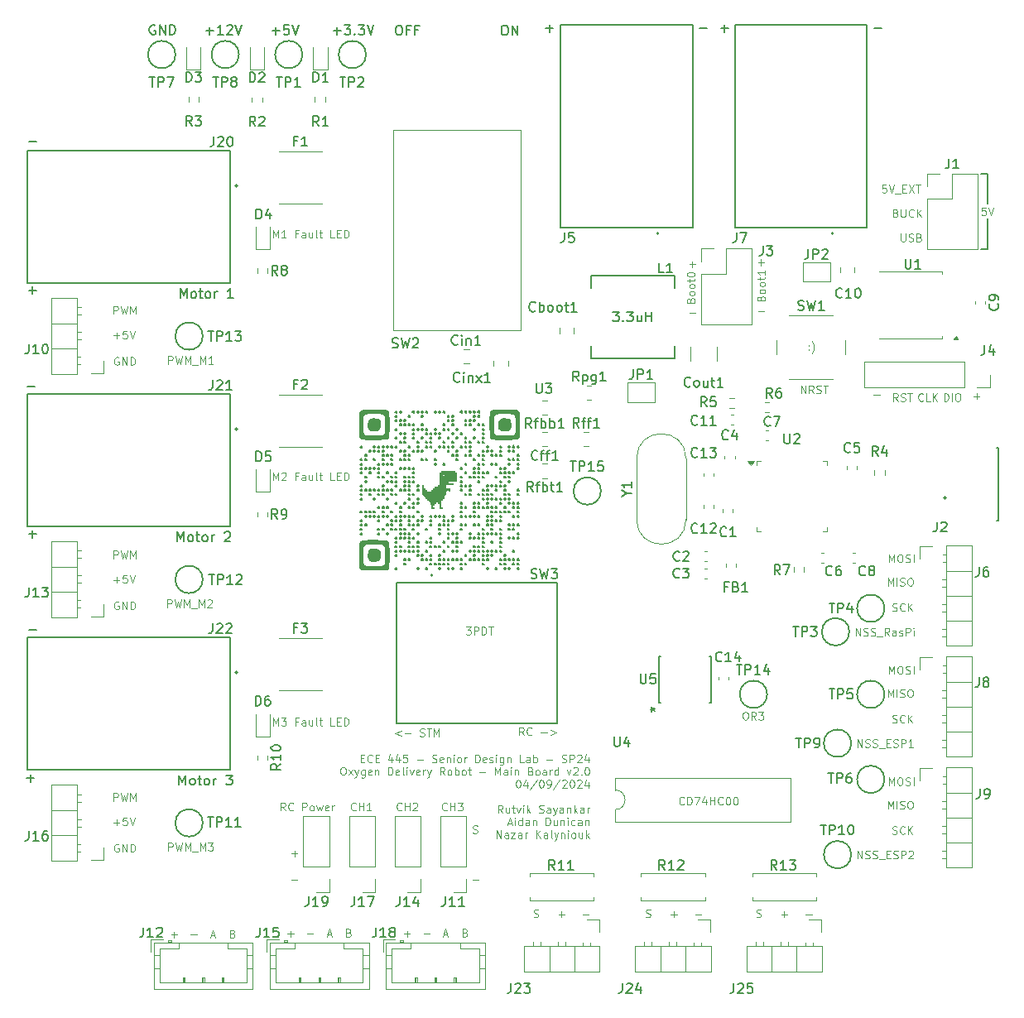
<source format=gbr>
%TF.GenerationSoftware,KiCad,Pcbnew,8.0.0*%
%TF.CreationDate,2024-04-09T16:31:16-05:00*%
%TF.ProjectId,MainBoardv2,4d61696e-426f-4617-9264-76322e6b6963,rev?*%
%TF.SameCoordinates,Original*%
%TF.FileFunction,Legend,Top*%
%TF.FilePolarity,Positive*%
%FSLAX46Y46*%
G04 Gerber Fmt 4.6, Leading zero omitted, Abs format (unit mm)*
G04 Created by KiCad (PCBNEW 8.0.0) date 2024-04-09 16:31:16*
%MOMM*%
%LPD*%
G01*
G04 APERTURE LIST*
%ADD10C,0.200000*%
%ADD11C,0.100000*%
%ADD12C,0.150000*%
%ADD13C,0.120000*%
%ADD14C,0.127000*%
%ADD15C,0.152400*%
%ADD16C,0.000000*%
G04 APERTURE END LIST*
D10*
X189535000Y-70085000D02*
X188835000Y-70085000D01*
X189535000Y-65385000D02*
X189535000Y-62385000D01*
X189535000Y-62385000D02*
X188835000Y-62385000D01*
X189535000Y-66885000D02*
X189535000Y-70085000D01*
D11*
X179356265Y-115896895D02*
X179356265Y-115096895D01*
X179356265Y-115096895D02*
X179622931Y-115668323D01*
X179622931Y-115668323D02*
X179889598Y-115096895D01*
X179889598Y-115096895D02*
X179889598Y-115896895D01*
X180270551Y-115896895D02*
X180270551Y-115096895D01*
X180613407Y-115858800D02*
X180727693Y-115896895D01*
X180727693Y-115896895D02*
X180918169Y-115896895D01*
X180918169Y-115896895D02*
X180994360Y-115858800D01*
X180994360Y-115858800D02*
X181032455Y-115820704D01*
X181032455Y-115820704D02*
X181070550Y-115744514D01*
X181070550Y-115744514D02*
X181070550Y-115668323D01*
X181070550Y-115668323D02*
X181032455Y-115592133D01*
X181032455Y-115592133D02*
X180994360Y-115554038D01*
X180994360Y-115554038D02*
X180918169Y-115515942D01*
X180918169Y-115515942D02*
X180765788Y-115477847D01*
X180765788Y-115477847D02*
X180689598Y-115439752D01*
X180689598Y-115439752D02*
X180651503Y-115401657D01*
X180651503Y-115401657D02*
X180613407Y-115325466D01*
X180613407Y-115325466D02*
X180613407Y-115249276D01*
X180613407Y-115249276D02*
X180651503Y-115173085D01*
X180651503Y-115173085D02*
X180689598Y-115134990D01*
X180689598Y-115134990D02*
X180765788Y-115096895D01*
X180765788Y-115096895D02*
X180956265Y-115096895D01*
X180956265Y-115096895D02*
X181070550Y-115134990D01*
X181565789Y-115096895D02*
X181718170Y-115096895D01*
X181718170Y-115096895D02*
X181794360Y-115134990D01*
X181794360Y-115134990D02*
X181870551Y-115211180D01*
X181870551Y-115211180D02*
X181908646Y-115363561D01*
X181908646Y-115363561D02*
X181908646Y-115630228D01*
X181908646Y-115630228D02*
X181870551Y-115782609D01*
X181870551Y-115782609D02*
X181794360Y-115858800D01*
X181794360Y-115858800D02*
X181718170Y-115896895D01*
X181718170Y-115896895D02*
X181565789Y-115896895D01*
X181565789Y-115896895D02*
X181489598Y-115858800D01*
X181489598Y-115858800D02*
X181413408Y-115782609D01*
X181413408Y-115782609D02*
X181375312Y-115630228D01*
X181375312Y-115630228D02*
X181375312Y-115363561D01*
X181375312Y-115363561D02*
X181413408Y-115211180D01*
X181413408Y-115211180D02*
X181489598Y-115134990D01*
X181489598Y-115134990D02*
X181565789Y-115096895D01*
X122018169Y-140168323D02*
X122399122Y-140168323D01*
X121941979Y-140396895D02*
X122208646Y-139596895D01*
X122208646Y-139596895D02*
X122475312Y-140396895D01*
X125429444Y-122150117D02*
X125696110Y-122150117D01*
X125810396Y-122569165D02*
X125429444Y-122569165D01*
X125429444Y-122569165D02*
X125429444Y-121769165D01*
X125429444Y-121769165D02*
X125810396Y-121769165D01*
X126610397Y-122492974D02*
X126572301Y-122531070D01*
X126572301Y-122531070D02*
X126458016Y-122569165D01*
X126458016Y-122569165D02*
X126381825Y-122569165D01*
X126381825Y-122569165D02*
X126267539Y-122531070D01*
X126267539Y-122531070D02*
X126191349Y-122454879D01*
X126191349Y-122454879D02*
X126153254Y-122378689D01*
X126153254Y-122378689D02*
X126115158Y-122226308D01*
X126115158Y-122226308D02*
X126115158Y-122112022D01*
X126115158Y-122112022D02*
X126153254Y-121959641D01*
X126153254Y-121959641D02*
X126191349Y-121883450D01*
X126191349Y-121883450D02*
X126267539Y-121807260D01*
X126267539Y-121807260D02*
X126381825Y-121769165D01*
X126381825Y-121769165D02*
X126458016Y-121769165D01*
X126458016Y-121769165D02*
X126572301Y-121807260D01*
X126572301Y-121807260D02*
X126610397Y-121845355D01*
X126953254Y-122150117D02*
X127219920Y-122150117D01*
X127334206Y-122569165D02*
X126953254Y-122569165D01*
X126953254Y-122569165D02*
X126953254Y-121769165D01*
X126953254Y-121769165D02*
X127334206Y-121769165D01*
X128629445Y-122035831D02*
X128629445Y-122569165D01*
X128438969Y-121731070D02*
X128248492Y-122302498D01*
X128248492Y-122302498D02*
X128743731Y-122302498D01*
X129391350Y-122035831D02*
X129391350Y-122569165D01*
X129200874Y-121731070D02*
X129010397Y-122302498D01*
X129010397Y-122302498D02*
X129505636Y-122302498D01*
X130191350Y-121769165D02*
X129810398Y-121769165D01*
X129810398Y-121769165D02*
X129772302Y-122150117D01*
X129772302Y-122150117D02*
X129810398Y-122112022D01*
X129810398Y-122112022D02*
X129886588Y-122073927D01*
X129886588Y-122073927D02*
X130077064Y-122073927D01*
X130077064Y-122073927D02*
X130153255Y-122112022D01*
X130153255Y-122112022D02*
X130191350Y-122150117D01*
X130191350Y-122150117D02*
X130229445Y-122226308D01*
X130229445Y-122226308D02*
X130229445Y-122416784D01*
X130229445Y-122416784D02*
X130191350Y-122492974D01*
X130191350Y-122492974D02*
X130153255Y-122531070D01*
X130153255Y-122531070D02*
X130077064Y-122569165D01*
X130077064Y-122569165D02*
X129886588Y-122569165D01*
X129886588Y-122569165D02*
X129810398Y-122531070D01*
X129810398Y-122531070D02*
X129772302Y-122492974D01*
X131181827Y-122264403D02*
X131791351Y-122264403D01*
X132743731Y-122531070D02*
X132858017Y-122569165D01*
X132858017Y-122569165D02*
X133048493Y-122569165D01*
X133048493Y-122569165D02*
X133124684Y-122531070D01*
X133124684Y-122531070D02*
X133162779Y-122492974D01*
X133162779Y-122492974D02*
X133200874Y-122416784D01*
X133200874Y-122416784D02*
X133200874Y-122340593D01*
X133200874Y-122340593D02*
X133162779Y-122264403D01*
X133162779Y-122264403D02*
X133124684Y-122226308D01*
X133124684Y-122226308D02*
X133048493Y-122188212D01*
X133048493Y-122188212D02*
X132896112Y-122150117D01*
X132896112Y-122150117D02*
X132819922Y-122112022D01*
X132819922Y-122112022D02*
X132781827Y-122073927D01*
X132781827Y-122073927D02*
X132743731Y-121997736D01*
X132743731Y-121997736D02*
X132743731Y-121921546D01*
X132743731Y-121921546D02*
X132781827Y-121845355D01*
X132781827Y-121845355D02*
X132819922Y-121807260D01*
X132819922Y-121807260D02*
X132896112Y-121769165D01*
X132896112Y-121769165D02*
X133086589Y-121769165D01*
X133086589Y-121769165D02*
X133200874Y-121807260D01*
X133848494Y-122531070D02*
X133772303Y-122569165D01*
X133772303Y-122569165D02*
X133619922Y-122569165D01*
X133619922Y-122569165D02*
X133543732Y-122531070D01*
X133543732Y-122531070D02*
X133505636Y-122454879D01*
X133505636Y-122454879D02*
X133505636Y-122150117D01*
X133505636Y-122150117D02*
X133543732Y-122073927D01*
X133543732Y-122073927D02*
X133619922Y-122035831D01*
X133619922Y-122035831D02*
X133772303Y-122035831D01*
X133772303Y-122035831D02*
X133848494Y-122073927D01*
X133848494Y-122073927D02*
X133886589Y-122150117D01*
X133886589Y-122150117D02*
X133886589Y-122226308D01*
X133886589Y-122226308D02*
X133505636Y-122302498D01*
X134229446Y-122035831D02*
X134229446Y-122569165D01*
X134229446Y-122112022D02*
X134267541Y-122073927D01*
X134267541Y-122073927D02*
X134343731Y-122035831D01*
X134343731Y-122035831D02*
X134458017Y-122035831D01*
X134458017Y-122035831D02*
X134534208Y-122073927D01*
X134534208Y-122073927D02*
X134572303Y-122150117D01*
X134572303Y-122150117D02*
X134572303Y-122569165D01*
X134953256Y-122569165D02*
X134953256Y-122035831D01*
X134953256Y-121769165D02*
X134915160Y-121807260D01*
X134915160Y-121807260D02*
X134953256Y-121845355D01*
X134953256Y-121845355D02*
X134991351Y-121807260D01*
X134991351Y-121807260D02*
X134953256Y-121769165D01*
X134953256Y-121769165D02*
X134953256Y-121845355D01*
X135448493Y-122569165D02*
X135372303Y-122531070D01*
X135372303Y-122531070D02*
X135334208Y-122492974D01*
X135334208Y-122492974D02*
X135296112Y-122416784D01*
X135296112Y-122416784D02*
X135296112Y-122188212D01*
X135296112Y-122188212D02*
X135334208Y-122112022D01*
X135334208Y-122112022D02*
X135372303Y-122073927D01*
X135372303Y-122073927D02*
X135448493Y-122035831D01*
X135448493Y-122035831D02*
X135562779Y-122035831D01*
X135562779Y-122035831D02*
X135638970Y-122073927D01*
X135638970Y-122073927D02*
X135677065Y-122112022D01*
X135677065Y-122112022D02*
X135715160Y-122188212D01*
X135715160Y-122188212D02*
X135715160Y-122416784D01*
X135715160Y-122416784D02*
X135677065Y-122492974D01*
X135677065Y-122492974D02*
X135638970Y-122531070D01*
X135638970Y-122531070D02*
X135562779Y-122569165D01*
X135562779Y-122569165D02*
X135448493Y-122569165D01*
X136058018Y-122569165D02*
X136058018Y-122035831D01*
X136058018Y-122188212D02*
X136096113Y-122112022D01*
X136096113Y-122112022D02*
X136134208Y-122073927D01*
X136134208Y-122073927D02*
X136210399Y-122035831D01*
X136210399Y-122035831D02*
X136286589Y-122035831D01*
X137162780Y-122569165D02*
X137162780Y-121769165D01*
X137162780Y-121769165D02*
X137353256Y-121769165D01*
X137353256Y-121769165D02*
X137467542Y-121807260D01*
X137467542Y-121807260D02*
X137543732Y-121883450D01*
X137543732Y-121883450D02*
X137581827Y-121959641D01*
X137581827Y-121959641D02*
X137619923Y-122112022D01*
X137619923Y-122112022D02*
X137619923Y-122226308D01*
X137619923Y-122226308D02*
X137581827Y-122378689D01*
X137581827Y-122378689D02*
X137543732Y-122454879D01*
X137543732Y-122454879D02*
X137467542Y-122531070D01*
X137467542Y-122531070D02*
X137353256Y-122569165D01*
X137353256Y-122569165D02*
X137162780Y-122569165D01*
X138267542Y-122531070D02*
X138191351Y-122569165D01*
X138191351Y-122569165D02*
X138038970Y-122569165D01*
X138038970Y-122569165D02*
X137962780Y-122531070D01*
X137962780Y-122531070D02*
X137924684Y-122454879D01*
X137924684Y-122454879D02*
X137924684Y-122150117D01*
X137924684Y-122150117D02*
X137962780Y-122073927D01*
X137962780Y-122073927D02*
X138038970Y-122035831D01*
X138038970Y-122035831D02*
X138191351Y-122035831D01*
X138191351Y-122035831D02*
X138267542Y-122073927D01*
X138267542Y-122073927D02*
X138305637Y-122150117D01*
X138305637Y-122150117D02*
X138305637Y-122226308D01*
X138305637Y-122226308D02*
X137924684Y-122302498D01*
X138610398Y-122531070D02*
X138686589Y-122569165D01*
X138686589Y-122569165D02*
X138838970Y-122569165D01*
X138838970Y-122569165D02*
X138915160Y-122531070D01*
X138915160Y-122531070D02*
X138953256Y-122454879D01*
X138953256Y-122454879D02*
X138953256Y-122416784D01*
X138953256Y-122416784D02*
X138915160Y-122340593D01*
X138915160Y-122340593D02*
X138838970Y-122302498D01*
X138838970Y-122302498D02*
X138724684Y-122302498D01*
X138724684Y-122302498D02*
X138648494Y-122264403D01*
X138648494Y-122264403D02*
X138610398Y-122188212D01*
X138610398Y-122188212D02*
X138610398Y-122150117D01*
X138610398Y-122150117D02*
X138648494Y-122073927D01*
X138648494Y-122073927D02*
X138724684Y-122035831D01*
X138724684Y-122035831D02*
X138838970Y-122035831D01*
X138838970Y-122035831D02*
X138915160Y-122073927D01*
X139296113Y-122569165D02*
X139296113Y-122035831D01*
X139296113Y-121769165D02*
X139258017Y-121807260D01*
X139258017Y-121807260D02*
X139296113Y-121845355D01*
X139296113Y-121845355D02*
X139334208Y-121807260D01*
X139334208Y-121807260D02*
X139296113Y-121769165D01*
X139296113Y-121769165D02*
X139296113Y-121845355D01*
X140019922Y-122035831D02*
X140019922Y-122683450D01*
X140019922Y-122683450D02*
X139981827Y-122759641D01*
X139981827Y-122759641D02*
X139943731Y-122797736D01*
X139943731Y-122797736D02*
X139867541Y-122835831D01*
X139867541Y-122835831D02*
X139753255Y-122835831D01*
X139753255Y-122835831D02*
X139677065Y-122797736D01*
X140019922Y-122531070D02*
X139943731Y-122569165D01*
X139943731Y-122569165D02*
X139791350Y-122569165D01*
X139791350Y-122569165D02*
X139715160Y-122531070D01*
X139715160Y-122531070D02*
X139677065Y-122492974D01*
X139677065Y-122492974D02*
X139638969Y-122416784D01*
X139638969Y-122416784D02*
X139638969Y-122188212D01*
X139638969Y-122188212D02*
X139677065Y-122112022D01*
X139677065Y-122112022D02*
X139715160Y-122073927D01*
X139715160Y-122073927D02*
X139791350Y-122035831D01*
X139791350Y-122035831D02*
X139943731Y-122035831D01*
X139943731Y-122035831D02*
X140019922Y-122073927D01*
X140400875Y-122035831D02*
X140400875Y-122569165D01*
X140400875Y-122112022D02*
X140438970Y-122073927D01*
X140438970Y-122073927D02*
X140515160Y-122035831D01*
X140515160Y-122035831D02*
X140629446Y-122035831D01*
X140629446Y-122035831D02*
X140705637Y-122073927D01*
X140705637Y-122073927D02*
X140743732Y-122150117D01*
X140743732Y-122150117D02*
X140743732Y-122569165D01*
X142115161Y-122569165D02*
X141734209Y-122569165D01*
X141734209Y-122569165D02*
X141734209Y-121769165D01*
X142724685Y-122569165D02*
X142724685Y-122150117D01*
X142724685Y-122150117D02*
X142686590Y-122073927D01*
X142686590Y-122073927D02*
X142610399Y-122035831D01*
X142610399Y-122035831D02*
X142458018Y-122035831D01*
X142458018Y-122035831D02*
X142381828Y-122073927D01*
X142724685Y-122531070D02*
X142648494Y-122569165D01*
X142648494Y-122569165D02*
X142458018Y-122569165D01*
X142458018Y-122569165D02*
X142381828Y-122531070D01*
X142381828Y-122531070D02*
X142343732Y-122454879D01*
X142343732Y-122454879D02*
X142343732Y-122378689D01*
X142343732Y-122378689D02*
X142381828Y-122302498D01*
X142381828Y-122302498D02*
X142458018Y-122264403D01*
X142458018Y-122264403D02*
X142648494Y-122264403D01*
X142648494Y-122264403D02*
X142724685Y-122226308D01*
X143105638Y-122569165D02*
X143105638Y-121769165D01*
X143105638Y-122073927D02*
X143181828Y-122035831D01*
X143181828Y-122035831D02*
X143334209Y-122035831D01*
X143334209Y-122035831D02*
X143410400Y-122073927D01*
X143410400Y-122073927D02*
X143448495Y-122112022D01*
X143448495Y-122112022D02*
X143486590Y-122188212D01*
X143486590Y-122188212D02*
X143486590Y-122416784D01*
X143486590Y-122416784D02*
X143448495Y-122492974D01*
X143448495Y-122492974D02*
X143410400Y-122531070D01*
X143410400Y-122531070D02*
X143334209Y-122569165D01*
X143334209Y-122569165D02*
X143181828Y-122569165D01*
X143181828Y-122569165D02*
X143105638Y-122531070D01*
X144438972Y-122264403D02*
X145048496Y-122264403D01*
X146000876Y-122531070D02*
X146115162Y-122569165D01*
X146115162Y-122569165D02*
X146305638Y-122569165D01*
X146305638Y-122569165D02*
X146381829Y-122531070D01*
X146381829Y-122531070D02*
X146419924Y-122492974D01*
X146419924Y-122492974D02*
X146458019Y-122416784D01*
X146458019Y-122416784D02*
X146458019Y-122340593D01*
X146458019Y-122340593D02*
X146419924Y-122264403D01*
X146419924Y-122264403D02*
X146381829Y-122226308D01*
X146381829Y-122226308D02*
X146305638Y-122188212D01*
X146305638Y-122188212D02*
X146153257Y-122150117D01*
X146153257Y-122150117D02*
X146077067Y-122112022D01*
X146077067Y-122112022D02*
X146038972Y-122073927D01*
X146038972Y-122073927D02*
X146000876Y-121997736D01*
X146000876Y-121997736D02*
X146000876Y-121921546D01*
X146000876Y-121921546D02*
X146038972Y-121845355D01*
X146038972Y-121845355D02*
X146077067Y-121807260D01*
X146077067Y-121807260D02*
X146153257Y-121769165D01*
X146153257Y-121769165D02*
X146343734Y-121769165D01*
X146343734Y-121769165D02*
X146458019Y-121807260D01*
X146800877Y-122569165D02*
X146800877Y-121769165D01*
X146800877Y-121769165D02*
X147105639Y-121769165D01*
X147105639Y-121769165D02*
X147181829Y-121807260D01*
X147181829Y-121807260D02*
X147219924Y-121845355D01*
X147219924Y-121845355D02*
X147258020Y-121921546D01*
X147258020Y-121921546D02*
X147258020Y-122035831D01*
X147258020Y-122035831D02*
X147219924Y-122112022D01*
X147219924Y-122112022D02*
X147181829Y-122150117D01*
X147181829Y-122150117D02*
X147105639Y-122188212D01*
X147105639Y-122188212D02*
X146800877Y-122188212D01*
X147562781Y-121845355D02*
X147600877Y-121807260D01*
X147600877Y-121807260D02*
X147677067Y-121769165D01*
X147677067Y-121769165D02*
X147867543Y-121769165D01*
X147867543Y-121769165D02*
X147943734Y-121807260D01*
X147943734Y-121807260D02*
X147981829Y-121845355D01*
X147981829Y-121845355D02*
X148019924Y-121921546D01*
X148019924Y-121921546D02*
X148019924Y-121997736D01*
X148019924Y-121997736D02*
X147981829Y-122112022D01*
X147981829Y-122112022D02*
X147524686Y-122569165D01*
X147524686Y-122569165D02*
X148019924Y-122569165D01*
X148705639Y-122035831D02*
X148705639Y-122569165D01*
X148515163Y-121731070D02*
X148324686Y-122302498D01*
X148324686Y-122302498D02*
X148819925Y-122302498D01*
X123562777Y-123057120D02*
X123715158Y-123057120D01*
X123715158Y-123057120D02*
X123791348Y-123095215D01*
X123791348Y-123095215D02*
X123867539Y-123171405D01*
X123867539Y-123171405D02*
X123905634Y-123323786D01*
X123905634Y-123323786D02*
X123905634Y-123590453D01*
X123905634Y-123590453D02*
X123867539Y-123742834D01*
X123867539Y-123742834D02*
X123791348Y-123819025D01*
X123791348Y-123819025D02*
X123715158Y-123857120D01*
X123715158Y-123857120D02*
X123562777Y-123857120D01*
X123562777Y-123857120D02*
X123486586Y-123819025D01*
X123486586Y-123819025D02*
X123410396Y-123742834D01*
X123410396Y-123742834D02*
X123372300Y-123590453D01*
X123372300Y-123590453D02*
X123372300Y-123323786D01*
X123372300Y-123323786D02*
X123410396Y-123171405D01*
X123410396Y-123171405D02*
X123486586Y-123095215D01*
X123486586Y-123095215D02*
X123562777Y-123057120D01*
X124172300Y-123857120D02*
X124591348Y-123323786D01*
X124172300Y-123323786D02*
X124591348Y-123857120D01*
X124819919Y-123323786D02*
X125010395Y-123857120D01*
X125200872Y-123323786D02*
X125010395Y-123857120D01*
X125010395Y-123857120D02*
X124934205Y-124047596D01*
X124934205Y-124047596D02*
X124896110Y-124085691D01*
X124896110Y-124085691D02*
X124819919Y-124123786D01*
X125848491Y-123323786D02*
X125848491Y-123971405D01*
X125848491Y-123971405D02*
X125810396Y-124047596D01*
X125810396Y-124047596D02*
X125772300Y-124085691D01*
X125772300Y-124085691D02*
X125696110Y-124123786D01*
X125696110Y-124123786D02*
X125581824Y-124123786D01*
X125581824Y-124123786D02*
X125505634Y-124085691D01*
X125848491Y-123819025D02*
X125772300Y-123857120D01*
X125772300Y-123857120D02*
X125619919Y-123857120D01*
X125619919Y-123857120D02*
X125543729Y-123819025D01*
X125543729Y-123819025D02*
X125505634Y-123780929D01*
X125505634Y-123780929D02*
X125467538Y-123704739D01*
X125467538Y-123704739D02*
X125467538Y-123476167D01*
X125467538Y-123476167D02*
X125505634Y-123399977D01*
X125505634Y-123399977D02*
X125543729Y-123361882D01*
X125543729Y-123361882D02*
X125619919Y-123323786D01*
X125619919Y-123323786D02*
X125772300Y-123323786D01*
X125772300Y-123323786D02*
X125848491Y-123361882D01*
X126534206Y-123819025D02*
X126458015Y-123857120D01*
X126458015Y-123857120D02*
X126305634Y-123857120D01*
X126305634Y-123857120D02*
X126229444Y-123819025D01*
X126229444Y-123819025D02*
X126191348Y-123742834D01*
X126191348Y-123742834D02*
X126191348Y-123438072D01*
X126191348Y-123438072D02*
X126229444Y-123361882D01*
X126229444Y-123361882D02*
X126305634Y-123323786D01*
X126305634Y-123323786D02*
X126458015Y-123323786D01*
X126458015Y-123323786D02*
X126534206Y-123361882D01*
X126534206Y-123361882D02*
X126572301Y-123438072D01*
X126572301Y-123438072D02*
X126572301Y-123514263D01*
X126572301Y-123514263D02*
X126191348Y-123590453D01*
X126915158Y-123323786D02*
X126915158Y-123857120D01*
X126915158Y-123399977D02*
X126953253Y-123361882D01*
X126953253Y-123361882D02*
X127029443Y-123323786D01*
X127029443Y-123323786D02*
X127143729Y-123323786D01*
X127143729Y-123323786D02*
X127219920Y-123361882D01*
X127219920Y-123361882D02*
X127258015Y-123438072D01*
X127258015Y-123438072D02*
X127258015Y-123857120D01*
X128248492Y-123857120D02*
X128248492Y-123057120D01*
X128248492Y-123057120D02*
X128438968Y-123057120D01*
X128438968Y-123057120D02*
X128553254Y-123095215D01*
X128553254Y-123095215D02*
X128629444Y-123171405D01*
X128629444Y-123171405D02*
X128667539Y-123247596D01*
X128667539Y-123247596D02*
X128705635Y-123399977D01*
X128705635Y-123399977D02*
X128705635Y-123514263D01*
X128705635Y-123514263D02*
X128667539Y-123666644D01*
X128667539Y-123666644D02*
X128629444Y-123742834D01*
X128629444Y-123742834D02*
X128553254Y-123819025D01*
X128553254Y-123819025D02*
X128438968Y-123857120D01*
X128438968Y-123857120D02*
X128248492Y-123857120D01*
X129353254Y-123819025D02*
X129277063Y-123857120D01*
X129277063Y-123857120D02*
X129124682Y-123857120D01*
X129124682Y-123857120D02*
X129048492Y-123819025D01*
X129048492Y-123819025D02*
X129010396Y-123742834D01*
X129010396Y-123742834D02*
X129010396Y-123438072D01*
X129010396Y-123438072D02*
X129048492Y-123361882D01*
X129048492Y-123361882D02*
X129124682Y-123323786D01*
X129124682Y-123323786D02*
X129277063Y-123323786D01*
X129277063Y-123323786D02*
X129353254Y-123361882D01*
X129353254Y-123361882D02*
X129391349Y-123438072D01*
X129391349Y-123438072D02*
X129391349Y-123514263D01*
X129391349Y-123514263D02*
X129010396Y-123590453D01*
X129848491Y-123857120D02*
X129772301Y-123819025D01*
X129772301Y-123819025D02*
X129734206Y-123742834D01*
X129734206Y-123742834D02*
X129734206Y-123057120D01*
X130153254Y-123857120D02*
X130153254Y-123323786D01*
X130153254Y-123057120D02*
X130115158Y-123095215D01*
X130115158Y-123095215D02*
X130153254Y-123133310D01*
X130153254Y-123133310D02*
X130191349Y-123095215D01*
X130191349Y-123095215D02*
X130153254Y-123057120D01*
X130153254Y-123057120D02*
X130153254Y-123133310D01*
X130458015Y-123323786D02*
X130648491Y-123857120D01*
X130648491Y-123857120D02*
X130838968Y-123323786D01*
X131448492Y-123819025D02*
X131372301Y-123857120D01*
X131372301Y-123857120D02*
X131219920Y-123857120D01*
X131219920Y-123857120D02*
X131143730Y-123819025D01*
X131143730Y-123819025D02*
X131105634Y-123742834D01*
X131105634Y-123742834D02*
X131105634Y-123438072D01*
X131105634Y-123438072D02*
X131143730Y-123361882D01*
X131143730Y-123361882D02*
X131219920Y-123323786D01*
X131219920Y-123323786D02*
X131372301Y-123323786D01*
X131372301Y-123323786D02*
X131448492Y-123361882D01*
X131448492Y-123361882D02*
X131486587Y-123438072D01*
X131486587Y-123438072D02*
X131486587Y-123514263D01*
X131486587Y-123514263D02*
X131105634Y-123590453D01*
X131829444Y-123857120D02*
X131829444Y-123323786D01*
X131829444Y-123476167D02*
X131867539Y-123399977D01*
X131867539Y-123399977D02*
X131905634Y-123361882D01*
X131905634Y-123361882D02*
X131981825Y-123323786D01*
X131981825Y-123323786D02*
X132058015Y-123323786D01*
X132248491Y-123323786D02*
X132438967Y-123857120D01*
X132629444Y-123323786D02*
X132438967Y-123857120D01*
X132438967Y-123857120D02*
X132362777Y-124047596D01*
X132362777Y-124047596D02*
X132324682Y-124085691D01*
X132324682Y-124085691D02*
X132248491Y-124123786D01*
X134000873Y-123857120D02*
X133734206Y-123476167D01*
X133543730Y-123857120D02*
X133543730Y-123057120D01*
X133543730Y-123057120D02*
X133848492Y-123057120D01*
X133848492Y-123057120D02*
X133924682Y-123095215D01*
X133924682Y-123095215D02*
X133962777Y-123133310D01*
X133962777Y-123133310D02*
X134000873Y-123209501D01*
X134000873Y-123209501D02*
X134000873Y-123323786D01*
X134000873Y-123323786D02*
X133962777Y-123399977D01*
X133962777Y-123399977D02*
X133924682Y-123438072D01*
X133924682Y-123438072D02*
X133848492Y-123476167D01*
X133848492Y-123476167D02*
X133543730Y-123476167D01*
X134458015Y-123857120D02*
X134381825Y-123819025D01*
X134381825Y-123819025D02*
X134343730Y-123780929D01*
X134343730Y-123780929D02*
X134305634Y-123704739D01*
X134305634Y-123704739D02*
X134305634Y-123476167D01*
X134305634Y-123476167D02*
X134343730Y-123399977D01*
X134343730Y-123399977D02*
X134381825Y-123361882D01*
X134381825Y-123361882D02*
X134458015Y-123323786D01*
X134458015Y-123323786D02*
X134572301Y-123323786D01*
X134572301Y-123323786D02*
X134648492Y-123361882D01*
X134648492Y-123361882D02*
X134686587Y-123399977D01*
X134686587Y-123399977D02*
X134724682Y-123476167D01*
X134724682Y-123476167D02*
X134724682Y-123704739D01*
X134724682Y-123704739D02*
X134686587Y-123780929D01*
X134686587Y-123780929D02*
X134648492Y-123819025D01*
X134648492Y-123819025D02*
X134572301Y-123857120D01*
X134572301Y-123857120D02*
X134458015Y-123857120D01*
X135067540Y-123857120D02*
X135067540Y-123057120D01*
X135067540Y-123361882D02*
X135143730Y-123323786D01*
X135143730Y-123323786D02*
X135296111Y-123323786D01*
X135296111Y-123323786D02*
X135372302Y-123361882D01*
X135372302Y-123361882D02*
X135410397Y-123399977D01*
X135410397Y-123399977D02*
X135448492Y-123476167D01*
X135448492Y-123476167D02*
X135448492Y-123704739D01*
X135448492Y-123704739D02*
X135410397Y-123780929D01*
X135410397Y-123780929D02*
X135372302Y-123819025D01*
X135372302Y-123819025D02*
X135296111Y-123857120D01*
X135296111Y-123857120D02*
X135143730Y-123857120D01*
X135143730Y-123857120D02*
X135067540Y-123819025D01*
X135905635Y-123857120D02*
X135829445Y-123819025D01*
X135829445Y-123819025D02*
X135791350Y-123780929D01*
X135791350Y-123780929D02*
X135753254Y-123704739D01*
X135753254Y-123704739D02*
X135753254Y-123476167D01*
X135753254Y-123476167D02*
X135791350Y-123399977D01*
X135791350Y-123399977D02*
X135829445Y-123361882D01*
X135829445Y-123361882D02*
X135905635Y-123323786D01*
X135905635Y-123323786D02*
X136019921Y-123323786D01*
X136019921Y-123323786D02*
X136096112Y-123361882D01*
X136096112Y-123361882D02*
X136134207Y-123399977D01*
X136134207Y-123399977D02*
X136172302Y-123476167D01*
X136172302Y-123476167D02*
X136172302Y-123704739D01*
X136172302Y-123704739D02*
X136134207Y-123780929D01*
X136134207Y-123780929D02*
X136096112Y-123819025D01*
X136096112Y-123819025D02*
X136019921Y-123857120D01*
X136019921Y-123857120D02*
X135905635Y-123857120D01*
X136400874Y-123323786D02*
X136705636Y-123323786D01*
X136515160Y-123057120D02*
X136515160Y-123742834D01*
X136515160Y-123742834D02*
X136553255Y-123819025D01*
X136553255Y-123819025D02*
X136629445Y-123857120D01*
X136629445Y-123857120D02*
X136705636Y-123857120D01*
X137581827Y-123552358D02*
X138191351Y-123552358D01*
X139181827Y-123857120D02*
X139181827Y-123057120D01*
X139181827Y-123057120D02*
X139448493Y-123628548D01*
X139448493Y-123628548D02*
X139715160Y-123057120D01*
X139715160Y-123057120D02*
X139715160Y-123857120D01*
X140438970Y-123857120D02*
X140438970Y-123438072D01*
X140438970Y-123438072D02*
X140400875Y-123361882D01*
X140400875Y-123361882D02*
X140324684Y-123323786D01*
X140324684Y-123323786D02*
X140172303Y-123323786D01*
X140172303Y-123323786D02*
X140096113Y-123361882D01*
X140438970Y-123819025D02*
X140362779Y-123857120D01*
X140362779Y-123857120D02*
X140172303Y-123857120D01*
X140172303Y-123857120D02*
X140096113Y-123819025D01*
X140096113Y-123819025D02*
X140058017Y-123742834D01*
X140058017Y-123742834D02*
X140058017Y-123666644D01*
X140058017Y-123666644D02*
X140096113Y-123590453D01*
X140096113Y-123590453D02*
X140172303Y-123552358D01*
X140172303Y-123552358D02*
X140362779Y-123552358D01*
X140362779Y-123552358D02*
X140438970Y-123514263D01*
X140819923Y-123857120D02*
X140819923Y-123323786D01*
X140819923Y-123057120D02*
X140781827Y-123095215D01*
X140781827Y-123095215D02*
X140819923Y-123133310D01*
X140819923Y-123133310D02*
X140858018Y-123095215D01*
X140858018Y-123095215D02*
X140819923Y-123057120D01*
X140819923Y-123057120D02*
X140819923Y-123133310D01*
X141200875Y-123323786D02*
X141200875Y-123857120D01*
X141200875Y-123399977D02*
X141238970Y-123361882D01*
X141238970Y-123361882D02*
X141315160Y-123323786D01*
X141315160Y-123323786D02*
X141429446Y-123323786D01*
X141429446Y-123323786D02*
X141505637Y-123361882D01*
X141505637Y-123361882D02*
X141543732Y-123438072D01*
X141543732Y-123438072D02*
X141543732Y-123857120D01*
X142800875Y-123438072D02*
X142915161Y-123476167D01*
X142915161Y-123476167D02*
X142953256Y-123514263D01*
X142953256Y-123514263D02*
X142991352Y-123590453D01*
X142991352Y-123590453D02*
X142991352Y-123704739D01*
X142991352Y-123704739D02*
X142953256Y-123780929D01*
X142953256Y-123780929D02*
X142915161Y-123819025D01*
X142915161Y-123819025D02*
X142838971Y-123857120D01*
X142838971Y-123857120D02*
X142534209Y-123857120D01*
X142534209Y-123857120D02*
X142534209Y-123057120D01*
X142534209Y-123057120D02*
X142800875Y-123057120D01*
X142800875Y-123057120D02*
X142877066Y-123095215D01*
X142877066Y-123095215D02*
X142915161Y-123133310D01*
X142915161Y-123133310D02*
X142953256Y-123209501D01*
X142953256Y-123209501D02*
X142953256Y-123285691D01*
X142953256Y-123285691D02*
X142915161Y-123361882D01*
X142915161Y-123361882D02*
X142877066Y-123399977D01*
X142877066Y-123399977D02*
X142800875Y-123438072D01*
X142800875Y-123438072D02*
X142534209Y-123438072D01*
X143448494Y-123857120D02*
X143372304Y-123819025D01*
X143372304Y-123819025D02*
X143334209Y-123780929D01*
X143334209Y-123780929D02*
X143296113Y-123704739D01*
X143296113Y-123704739D02*
X143296113Y-123476167D01*
X143296113Y-123476167D02*
X143334209Y-123399977D01*
X143334209Y-123399977D02*
X143372304Y-123361882D01*
X143372304Y-123361882D02*
X143448494Y-123323786D01*
X143448494Y-123323786D02*
X143562780Y-123323786D01*
X143562780Y-123323786D02*
X143638971Y-123361882D01*
X143638971Y-123361882D02*
X143677066Y-123399977D01*
X143677066Y-123399977D02*
X143715161Y-123476167D01*
X143715161Y-123476167D02*
X143715161Y-123704739D01*
X143715161Y-123704739D02*
X143677066Y-123780929D01*
X143677066Y-123780929D02*
X143638971Y-123819025D01*
X143638971Y-123819025D02*
X143562780Y-123857120D01*
X143562780Y-123857120D02*
X143448494Y-123857120D01*
X144400876Y-123857120D02*
X144400876Y-123438072D01*
X144400876Y-123438072D02*
X144362781Y-123361882D01*
X144362781Y-123361882D02*
X144286590Y-123323786D01*
X144286590Y-123323786D02*
X144134209Y-123323786D01*
X144134209Y-123323786D02*
X144058019Y-123361882D01*
X144400876Y-123819025D02*
X144324685Y-123857120D01*
X144324685Y-123857120D02*
X144134209Y-123857120D01*
X144134209Y-123857120D02*
X144058019Y-123819025D01*
X144058019Y-123819025D02*
X144019923Y-123742834D01*
X144019923Y-123742834D02*
X144019923Y-123666644D01*
X144019923Y-123666644D02*
X144058019Y-123590453D01*
X144058019Y-123590453D02*
X144134209Y-123552358D01*
X144134209Y-123552358D02*
X144324685Y-123552358D01*
X144324685Y-123552358D02*
X144400876Y-123514263D01*
X144781829Y-123857120D02*
X144781829Y-123323786D01*
X144781829Y-123476167D02*
X144819924Y-123399977D01*
X144819924Y-123399977D02*
X144858019Y-123361882D01*
X144858019Y-123361882D02*
X144934210Y-123323786D01*
X144934210Y-123323786D02*
X145010400Y-123323786D01*
X145619924Y-123857120D02*
X145619924Y-123057120D01*
X145619924Y-123819025D02*
X145543733Y-123857120D01*
X145543733Y-123857120D02*
X145391352Y-123857120D01*
X145391352Y-123857120D02*
X145315162Y-123819025D01*
X145315162Y-123819025D02*
X145277067Y-123780929D01*
X145277067Y-123780929D02*
X145238971Y-123704739D01*
X145238971Y-123704739D02*
X145238971Y-123476167D01*
X145238971Y-123476167D02*
X145277067Y-123399977D01*
X145277067Y-123399977D02*
X145315162Y-123361882D01*
X145315162Y-123361882D02*
X145391352Y-123323786D01*
X145391352Y-123323786D02*
X145543733Y-123323786D01*
X145543733Y-123323786D02*
X145619924Y-123361882D01*
X146534210Y-123323786D02*
X146724686Y-123857120D01*
X146724686Y-123857120D02*
X146915163Y-123323786D01*
X147181829Y-123133310D02*
X147219925Y-123095215D01*
X147219925Y-123095215D02*
X147296115Y-123057120D01*
X147296115Y-123057120D02*
X147486591Y-123057120D01*
X147486591Y-123057120D02*
X147562782Y-123095215D01*
X147562782Y-123095215D02*
X147600877Y-123133310D01*
X147600877Y-123133310D02*
X147638972Y-123209501D01*
X147638972Y-123209501D02*
X147638972Y-123285691D01*
X147638972Y-123285691D02*
X147600877Y-123399977D01*
X147600877Y-123399977D02*
X147143734Y-123857120D01*
X147143734Y-123857120D02*
X147638972Y-123857120D01*
X147981830Y-123780929D02*
X148019925Y-123819025D01*
X148019925Y-123819025D02*
X147981830Y-123857120D01*
X147981830Y-123857120D02*
X147943734Y-123819025D01*
X147943734Y-123819025D02*
X147981830Y-123780929D01*
X147981830Y-123780929D02*
X147981830Y-123857120D01*
X148515163Y-123057120D02*
X148591353Y-123057120D01*
X148591353Y-123057120D02*
X148667544Y-123095215D01*
X148667544Y-123095215D02*
X148705639Y-123133310D01*
X148705639Y-123133310D02*
X148743734Y-123209501D01*
X148743734Y-123209501D02*
X148781829Y-123361882D01*
X148781829Y-123361882D02*
X148781829Y-123552358D01*
X148781829Y-123552358D02*
X148743734Y-123704739D01*
X148743734Y-123704739D02*
X148705639Y-123780929D01*
X148705639Y-123780929D02*
X148667544Y-123819025D01*
X148667544Y-123819025D02*
X148591353Y-123857120D01*
X148591353Y-123857120D02*
X148515163Y-123857120D01*
X148515163Y-123857120D02*
X148438972Y-123819025D01*
X148438972Y-123819025D02*
X148400877Y-123780929D01*
X148400877Y-123780929D02*
X148362782Y-123704739D01*
X148362782Y-123704739D02*
X148324686Y-123552358D01*
X148324686Y-123552358D02*
X148324686Y-123361882D01*
X148324686Y-123361882D02*
X148362782Y-123209501D01*
X148362782Y-123209501D02*
X148400877Y-123133310D01*
X148400877Y-123133310D02*
X148438972Y-123095215D01*
X148438972Y-123095215D02*
X148515163Y-123057120D01*
X141505638Y-124345075D02*
X141581828Y-124345075D01*
X141581828Y-124345075D02*
X141658019Y-124383170D01*
X141658019Y-124383170D02*
X141696114Y-124421265D01*
X141696114Y-124421265D02*
X141734209Y-124497456D01*
X141734209Y-124497456D02*
X141772304Y-124649837D01*
X141772304Y-124649837D02*
X141772304Y-124840313D01*
X141772304Y-124840313D02*
X141734209Y-124992694D01*
X141734209Y-124992694D02*
X141696114Y-125068884D01*
X141696114Y-125068884D02*
X141658019Y-125106980D01*
X141658019Y-125106980D02*
X141581828Y-125145075D01*
X141581828Y-125145075D02*
X141505638Y-125145075D01*
X141505638Y-125145075D02*
X141429447Y-125106980D01*
X141429447Y-125106980D02*
X141391352Y-125068884D01*
X141391352Y-125068884D02*
X141353257Y-124992694D01*
X141353257Y-124992694D02*
X141315161Y-124840313D01*
X141315161Y-124840313D02*
X141315161Y-124649837D01*
X141315161Y-124649837D02*
X141353257Y-124497456D01*
X141353257Y-124497456D02*
X141391352Y-124421265D01*
X141391352Y-124421265D02*
X141429447Y-124383170D01*
X141429447Y-124383170D02*
X141505638Y-124345075D01*
X142458019Y-124611741D02*
X142458019Y-125145075D01*
X142267543Y-124306980D02*
X142077066Y-124878408D01*
X142077066Y-124878408D02*
X142572305Y-124878408D01*
X143448495Y-124306980D02*
X142762781Y-125335551D01*
X143867543Y-124345075D02*
X143943733Y-124345075D01*
X143943733Y-124345075D02*
X144019924Y-124383170D01*
X144019924Y-124383170D02*
X144058019Y-124421265D01*
X144058019Y-124421265D02*
X144096114Y-124497456D01*
X144096114Y-124497456D02*
X144134209Y-124649837D01*
X144134209Y-124649837D02*
X144134209Y-124840313D01*
X144134209Y-124840313D02*
X144096114Y-124992694D01*
X144096114Y-124992694D02*
X144058019Y-125068884D01*
X144058019Y-125068884D02*
X144019924Y-125106980D01*
X144019924Y-125106980D02*
X143943733Y-125145075D01*
X143943733Y-125145075D02*
X143867543Y-125145075D01*
X143867543Y-125145075D02*
X143791352Y-125106980D01*
X143791352Y-125106980D02*
X143753257Y-125068884D01*
X143753257Y-125068884D02*
X143715162Y-124992694D01*
X143715162Y-124992694D02*
X143677066Y-124840313D01*
X143677066Y-124840313D02*
X143677066Y-124649837D01*
X143677066Y-124649837D02*
X143715162Y-124497456D01*
X143715162Y-124497456D02*
X143753257Y-124421265D01*
X143753257Y-124421265D02*
X143791352Y-124383170D01*
X143791352Y-124383170D02*
X143867543Y-124345075D01*
X144515162Y-125145075D02*
X144667543Y-125145075D01*
X144667543Y-125145075D02*
X144743733Y-125106980D01*
X144743733Y-125106980D02*
X144781829Y-125068884D01*
X144781829Y-125068884D02*
X144858019Y-124954599D01*
X144858019Y-124954599D02*
X144896114Y-124802218D01*
X144896114Y-124802218D02*
X144896114Y-124497456D01*
X144896114Y-124497456D02*
X144858019Y-124421265D01*
X144858019Y-124421265D02*
X144819924Y-124383170D01*
X144819924Y-124383170D02*
X144743733Y-124345075D01*
X144743733Y-124345075D02*
X144591352Y-124345075D01*
X144591352Y-124345075D02*
X144515162Y-124383170D01*
X144515162Y-124383170D02*
X144477067Y-124421265D01*
X144477067Y-124421265D02*
X144438971Y-124497456D01*
X144438971Y-124497456D02*
X144438971Y-124687932D01*
X144438971Y-124687932D02*
X144477067Y-124764122D01*
X144477067Y-124764122D02*
X144515162Y-124802218D01*
X144515162Y-124802218D02*
X144591352Y-124840313D01*
X144591352Y-124840313D02*
X144743733Y-124840313D01*
X144743733Y-124840313D02*
X144819924Y-124802218D01*
X144819924Y-124802218D02*
X144858019Y-124764122D01*
X144858019Y-124764122D02*
X144896114Y-124687932D01*
X145810400Y-124306980D02*
X145124686Y-125335551D01*
X146038971Y-124421265D02*
X146077067Y-124383170D01*
X146077067Y-124383170D02*
X146153257Y-124345075D01*
X146153257Y-124345075D02*
X146343733Y-124345075D01*
X146343733Y-124345075D02*
X146419924Y-124383170D01*
X146419924Y-124383170D02*
X146458019Y-124421265D01*
X146458019Y-124421265D02*
X146496114Y-124497456D01*
X146496114Y-124497456D02*
X146496114Y-124573646D01*
X146496114Y-124573646D02*
X146458019Y-124687932D01*
X146458019Y-124687932D02*
X146000876Y-125145075D01*
X146000876Y-125145075D02*
X146496114Y-125145075D01*
X146991353Y-124345075D02*
X147067543Y-124345075D01*
X147067543Y-124345075D02*
X147143734Y-124383170D01*
X147143734Y-124383170D02*
X147181829Y-124421265D01*
X147181829Y-124421265D02*
X147219924Y-124497456D01*
X147219924Y-124497456D02*
X147258019Y-124649837D01*
X147258019Y-124649837D02*
X147258019Y-124840313D01*
X147258019Y-124840313D02*
X147219924Y-124992694D01*
X147219924Y-124992694D02*
X147181829Y-125068884D01*
X147181829Y-125068884D02*
X147143734Y-125106980D01*
X147143734Y-125106980D02*
X147067543Y-125145075D01*
X147067543Y-125145075D02*
X146991353Y-125145075D01*
X146991353Y-125145075D02*
X146915162Y-125106980D01*
X146915162Y-125106980D02*
X146877067Y-125068884D01*
X146877067Y-125068884D02*
X146838972Y-124992694D01*
X146838972Y-124992694D02*
X146800876Y-124840313D01*
X146800876Y-124840313D02*
X146800876Y-124649837D01*
X146800876Y-124649837D02*
X146838972Y-124497456D01*
X146838972Y-124497456D02*
X146877067Y-124421265D01*
X146877067Y-124421265D02*
X146915162Y-124383170D01*
X146915162Y-124383170D02*
X146991353Y-124345075D01*
X147562781Y-124421265D02*
X147600877Y-124383170D01*
X147600877Y-124383170D02*
X147677067Y-124345075D01*
X147677067Y-124345075D02*
X147867543Y-124345075D01*
X147867543Y-124345075D02*
X147943734Y-124383170D01*
X147943734Y-124383170D02*
X147981829Y-124421265D01*
X147981829Y-124421265D02*
X148019924Y-124497456D01*
X148019924Y-124497456D02*
X148019924Y-124573646D01*
X148019924Y-124573646D02*
X147981829Y-124687932D01*
X147981829Y-124687932D02*
X147524686Y-125145075D01*
X147524686Y-125145075D02*
X148019924Y-125145075D01*
X148705639Y-124611741D02*
X148705639Y-125145075D01*
X148515163Y-124306980D02*
X148324686Y-124878408D01*
X148324686Y-124878408D02*
X148819925Y-124878408D01*
X139943732Y-127720985D02*
X139677065Y-127340032D01*
X139486589Y-127720985D02*
X139486589Y-126920985D01*
X139486589Y-126920985D02*
X139791351Y-126920985D01*
X139791351Y-126920985D02*
X139867541Y-126959080D01*
X139867541Y-126959080D02*
X139905636Y-126997175D01*
X139905636Y-126997175D02*
X139943732Y-127073366D01*
X139943732Y-127073366D02*
X139943732Y-127187651D01*
X139943732Y-127187651D02*
X139905636Y-127263842D01*
X139905636Y-127263842D02*
X139867541Y-127301937D01*
X139867541Y-127301937D02*
X139791351Y-127340032D01*
X139791351Y-127340032D02*
X139486589Y-127340032D01*
X140629446Y-127187651D02*
X140629446Y-127720985D01*
X140286589Y-127187651D02*
X140286589Y-127606699D01*
X140286589Y-127606699D02*
X140324684Y-127682890D01*
X140324684Y-127682890D02*
X140400874Y-127720985D01*
X140400874Y-127720985D02*
X140515160Y-127720985D01*
X140515160Y-127720985D02*
X140591351Y-127682890D01*
X140591351Y-127682890D02*
X140629446Y-127644794D01*
X140896113Y-127187651D02*
X141200875Y-127187651D01*
X141010399Y-126920985D02*
X141010399Y-127606699D01*
X141010399Y-127606699D02*
X141048494Y-127682890D01*
X141048494Y-127682890D02*
X141124684Y-127720985D01*
X141124684Y-127720985D02*
X141200875Y-127720985D01*
X141391351Y-127187651D02*
X141581827Y-127720985D01*
X141581827Y-127720985D02*
X141772304Y-127187651D01*
X142077066Y-127720985D02*
X142077066Y-127187651D01*
X142077066Y-126920985D02*
X142038970Y-126959080D01*
X142038970Y-126959080D02*
X142077066Y-126997175D01*
X142077066Y-126997175D02*
X142115161Y-126959080D01*
X142115161Y-126959080D02*
X142077066Y-126920985D01*
X142077066Y-126920985D02*
X142077066Y-126997175D01*
X142458018Y-127720985D02*
X142458018Y-126920985D01*
X142534208Y-127416223D02*
X142762780Y-127720985D01*
X142762780Y-127187651D02*
X142458018Y-127492413D01*
X143677065Y-127682890D02*
X143791351Y-127720985D01*
X143791351Y-127720985D02*
X143981827Y-127720985D01*
X143981827Y-127720985D02*
X144058018Y-127682890D01*
X144058018Y-127682890D02*
X144096113Y-127644794D01*
X144096113Y-127644794D02*
X144134208Y-127568604D01*
X144134208Y-127568604D02*
X144134208Y-127492413D01*
X144134208Y-127492413D02*
X144096113Y-127416223D01*
X144096113Y-127416223D02*
X144058018Y-127378128D01*
X144058018Y-127378128D02*
X143981827Y-127340032D01*
X143981827Y-127340032D02*
X143829446Y-127301937D01*
X143829446Y-127301937D02*
X143753256Y-127263842D01*
X143753256Y-127263842D02*
X143715161Y-127225747D01*
X143715161Y-127225747D02*
X143677065Y-127149556D01*
X143677065Y-127149556D02*
X143677065Y-127073366D01*
X143677065Y-127073366D02*
X143715161Y-126997175D01*
X143715161Y-126997175D02*
X143753256Y-126959080D01*
X143753256Y-126959080D02*
X143829446Y-126920985D01*
X143829446Y-126920985D02*
X144019923Y-126920985D01*
X144019923Y-126920985D02*
X144134208Y-126959080D01*
X144819923Y-127720985D02*
X144819923Y-127301937D01*
X144819923Y-127301937D02*
X144781828Y-127225747D01*
X144781828Y-127225747D02*
X144705637Y-127187651D01*
X144705637Y-127187651D02*
X144553256Y-127187651D01*
X144553256Y-127187651D02*
X144477066Y-127225747D01*
X144819923Y-127682890D02*
X144743732Y-127720985D01*
X144743732Y-127720985D02*
X144553256Y-127720985D01*
X144553256Y-127720985D02*
X144477066Y-127682890D01*
X144477066Y-127682890D02*
X144438970Y-127606699D01*
X144438970Y-127606699D02*
X144438970Y-127530509D01*
X144438970Y-127530509D02*
X144477066Y-127454318D01*
X144477066Y-127454318D02*
X144553256Y-127416223D01*
X144553256Y-127416223D02*
X144743732Y-127416223D01*
X144743732Y-127416223D02*
X144819923Y-127378128D01*
X145124685Y-127187651D02*
X145315161Y-127720985D01*
X145505638Y-127187651D02*
X145315161Y-127720985D01*
X145315161Y-127720985D02*
X145238971Y-127911461D01*
X145238971Y-127911461D02*
X145200876Y-127949556D01*
X145200876Y-127949556D02*
X145124685Y-127987651D01*
X146153257Y-127720985D02*
X146153257Y-127301937D01*
X146153257Y-127301937D02*
X146115162Y-127225747D01*
X146115162Y-127225747D02*
X146038971Y-127187651D01*
X146038971Y-127187651D02*
X145886590Y-127187651D01*
X145886590Y-127187651D02*
X145810400Y-127225747D01*
X146153257Y-127682890D02*
X146077066Y-127720985D01*
X146077066Y-127720985D02*
X145886590Y-127720985D01*
X145886590Y-127720985D02*
X145810400Y-127682890D01*
X145810400Y-127682890D02*
X145772304Y-127606699D01*
X145772304Y-127606699D02*
X145772304Y-127530509D01*
X145772304Y-127530509D02*
X145810400Y-127454318D01*
X145810400Y-127454318D02*
X145886590Y-127416223D01*
X145886590Y-127416223D02*
X146077066Y-127416223D01*
X146077066Y-127416223D02*
X146153257Y-127378128D01*
X146534210Y-127187651D02*
X146534210Y-127720985D01*
X146534210Y-127263842D02*
X146572305Y-127225747D01*
X146572305Y-127225747D02*
X146648495Y-127187651D01*
X146648495Y-127187651D02*
X146762781Y-127187651D01*
X146762781Y-127187651D02*
X146838972Y-127225747D01*
X146838972Y-127225747D02*
X146877067Y-127301937D01*
X146877067Y-127301937D02*
X146877067Y-127720985D01*
X147258020Y-127720985D02*
X147258020Y-126920985D01*
X147334210Y-127416223D02*
X147562782Y-127720985D01*
X147562782Y-127187651D02*
X147258020Y-127492413D01*
X148248496Y-127720985D02*
X148248496Y-127301937D01*
X148248496Y-127301937D02*
X148210401Y-127225747D01*
X148210401Y-127225747D02*
X148134210Y-127187651D01*
X148134210Y-127187651D02*
X147981829Y-127187651D01*
X147981829Y-127187651D02*
X147905639Y-127225747D01*
X148248496Y-127682890D02*
X148172305Y-127720985D01*
X148172305Y-127720985D02*
X147981829Y-127720985D01*
X147981829Y-127720985D02*
X147905639Y-127682890D01*
X147905639Y-127682890D02*
X147867543Y-127606699D01*
X147867543Y-127606699D02*
X147867543Y-127530509D01*
X147867543Y-127530509D02*
X147905639Y-127454318D01*
X147905639Y-127454318D02*
X147981829Y-127416223D01*
X147981829Y-127416223D02*
X148172305Y-127416223D01*
X148172305Y-127416223D02*
X148248496Y-127378128D01*
X148629449Y-127720985D02*
X148629449Y-127187651D01*
X148629449Y-127340032D02*
X148667544Y-127263842D01*
X148667544Y-127263842D02*
X148705639Y-127225747D01*
X148705639Y-127225747D02*
X148781830Y-127187651D01*
X148781830Y-127187651D02*
X148858020Y-127187651D01*
X140477065Y-128780368D02*
X140858018Y-128780368D01*
X140400875Y-129008940D02*
X140667542Y-128208940D01*
X140667542Y-128208940D02*
X140934208Y-129008940D01*
X141200875Y-129008940D02*
X141200875Y-128475606D01*
X141200875Y-128208940D02*
X141162779Y-128247035D01*
X141162779Y-128247035D02*
X141200875Y-128285130D01*
X141200875Y-128285130D02*
X141238970Y-128247035D01*
X141238970Y-128247035D02*
X141200875Y-128208940D01*
X141200875Y-128208940D02*
X141200875Y-128285130D01*
X141924684Y-129008940D02*
X141924684Y-128208940D01*
X141924684Y-128970845D02*
X141848493Y-129008940D01*
X141848493Y-129008940D02*
X141696112Y-129008940D01*
X141696112Y-129008940D02*
X141619922Y-128970845D01*
X141619922Y-128970845D02*
X141581827Y-128932749D01*
X141581827Y-128932749D02*
X141543731Y-128856559D01*
X141543731Y-128856559D02*
X141543731Y-128627987D01*
X141543731Y-128627987D02*
X141581827Y-128551797D01*
X141581827Y-128551797D02*
X141619922Y-128513702D01*
X141619922Y-128513702D02*
X141696112Y-128475606D01*
X141696112Y-128475606D02*
X141848493Y-128475606D01*
X141848493Y-128475606D02*
X141924684Y-128513702D01*
X142648494Y-129008940D02*
X142648494Y-128589892D01*
X142648494Y-128589892D02*
X142610399Y-128513702D01*
X142610399Y-128513702D02*
X142534208Y-128475606D01*
X142534208Y-128475606D02*
X142381827Y-128475606D01*
X142381827Y-128475606D02*
X142305637Y-128513702D01*
X142648494Y-128970845D02*
X142572303Y-129008940D01*
X142572303Y-129008940D02*
X142381827Y-129008940D01*
X142381827Y-129008940D02*
X142305637Y-128970845D01*
X142305637Y-128970845D02*
X142267541Y-128894654D01*
X142267541Y-128894654D02*
X142267541Y-128818464D01*
X142267541Y-128818464D02*
X142305637Y-128742273D01*
X142305637Y-128742273D02*
X142381827Y-128704178D01*
X142381827Y-128704178D02*
X142572303Y-128704178D01*
X142572303Y-128704178D02*
X142648494Y-128666083D01*
X143029447Y-128475606D02*
X143029447Y-129008940D01*
X143029447Y-128551797D02*
X143067542Y-128513702D01*
X143067542Y-128513702D02*
X143143732Y-128475606D01*
X143143732Y-128475606D02*
X143258018Y-128475606D01*
X143258018Y-128475606D02*
X143334209Y-128513702D01*
X143334209Y-128513702D02*
X143372304Y-128589892D01*
X143372304Y-128589892D02*
X143372304Y-129008940D01*
X144362781Y-129008940D02*
X144362781Y-128208940D01*
X144362781Y-128208940D02*
X144553257Y-128208940D01*
X144553257Y-128208940D02*
X144667543Y-128247035D01*
X144667543Y-128247035D02*
X144743733Y-128323225D01*
X144743733Y-128323225D02*
X144781828Y-128399416D01*
X144781828Y-128399416D02*
X144819924Y-128551797D01*
X144819924Y-128551797D02*
X144819924Y-128666083D01*
X144819924Y-128666083D02*
X144781828Y-128818464D01*
X144781828Y-128818464D02*
X144743733Y-128894654D01*
X144743733Y-128894654D02*
X144667543Y-128970845D01*
X144667543Y-128970845D02*
X144553257Y-129008940D01*
X144553257Y-129008940D02*
X144362781Y-129008940D01*
X145505638Y-128475606D02*
X145505638Y-129008940D01*
X145162781Y-128475606D02*
X145162781Y-128894654D01*
X145162781Y-128894654D02*
X145200876Y-128970845D01*
X145200876Y-128970845D02*
X145277066Y-129008940D01*
X145277066Y-129008940D02*
X145391352Y-129008940D01*
X145391352Y-129008940D02*
X145467543Y-128970845D01*
X145467543Y-128970845D02*
X145505638Y-128932749D01*
X145886591Y-128475606D02*
X145886591Y-129008940D01*
X145886591Y-128551797D02*
X145924686Y-128513702D01*
X145924686Y-128513702D02*
X146000876Y-128475606D01*
X146000876Y-128475606D02*
X146115162Y-128475606D01*
X146115162Y-128475606D02*
X146191353Y-128513702D01*
X146191353Y-128513702D02*
X146229448Y-128589892D01*
X146229448Y-128589892D02*
X146229448Y-129008940D01*
X146610401Y-129008940D02*
X146610401Y-128475606D01*
X146610401Y-128208940D02*
X146572305Y-128247035D01*
X146572305Y-128247035D02*
X146610401Y-128285130D01*
X146610401Y-128285130D02*
X146648496Y-128247035D01*
X146648496Y-128247035D02*
X146610401Y-128208940D01*
X146610401Y-128208940D02*
X146610401Y-128285130D01*
X147334210Y-128970845D02*
X147258019Y-129008940D01*
X147258019Y-129008940D02*
X147105638Y-129008940D01*
X147105638Y-129008940D02*
X147029448Y-128970845D01*
X147029448Y-128970845D02*
X146991353Y-128932749D01*
X146991353Y-128932749D02*
X146953257Y-128856559D01*
X146953257Y-128856559D02*
X146953257Y-128627987D01*
X146953257Y-128627987D02*
X146991353Y-128551797D01*
X146991353Y-128551797D02*
X147029448Y-128513702D01*
X147029448Y-128513702D02*
X147105638Y-128475606D01*
X147105638Y-128475606D02*
X147258019Y-128475606D01*
X147258019Y-128475606D02*
X147334210Y-128513702D01*
X148019924Y-129008940D02*
X148019924Y-128589892D01*
X148019924Y-128589892D02*
X147981829Y-128513702D01*
X147981829Y-128513702D02*
X147905638Y-128475606D01*
X147905638Y-128475606D02*
X147753257Y-128475606D01*
X147753257Y-128475606D02*
X147677067Y-128513702D01*
X148019924Y-128970845D02*
X147943733Y-129008940D01*
X147943733Y-129008940D02*
X147753257Y-129008940D01*
X147753257Y-129008940D02*
X147677067Y-128970845D01*
X147677067Y-128970845D02*
X147638971Y-128894654D01*
X147638971Y-128894654D02*
X147638971Y-128818464D01*
X147638971Y-128818464D02*
X147677067Y-128742273D01*
X147677067Y-128742273D02*
X147753257Y-128704178D01*
X147753257Y-128704178D02*
X147943733Y-128704178D01*
X147943733Y-128704178D02*
X148019924Y-128666083D01*
X148400877Y-128475606D02*
X148400877Y-129008940D01*
X148400877Y-128551797D02*
X148438972Y-128513702D01*
X148438972Y-128513702D02*
X148515162Y-128475606D01*
X148515162Y-128475606D02*
X148629448Y-128475606D01*
X148629448Y-128475606D02*
X148705639Y-128513702D01*
X148705639Y-128513702D02*
X148743734Y-128589892D01*
X148743734Y-128589892D02*
X148743734Y-129008940D01*
X139334208Y-130296895D02*
X139334208Y-129496895D01*
X139334208Y-129496895D02*
X139791351Y-130296895D01*
X139791351Y-130296895D02*
X139791351Y-129496895D01*
X140515160Y-130296895D02*
X140515160Y-129877847D01*
X140515160Y-129877847D02*
X140477065Y-129801657D01*
X140477065Y-129801657D02*
X140400874Y-129763561D01*
X140400874Y-129763561D02*
X140248493Y-129763561D01*
X140248493Y-129763561D02*
X140172303Y-129801657D01*
X140515160Y-130258800D02*
X140438969Y-130296895D01*
X140438969Y-130296895D02*
X140248493Y-130296895D01*
X140248493Y-130296895D02*
X140172303Y-130258800D01*
X140172303Y-130258800D02*
X140134207Y-130182609D01*
X140134207Y-130182609D02*
X140134207Y-130106419D01*
X140134207Y-130106419D02*
X140172303Y-130030228D01*
X140172303Y-130030228D02*
X140248493Y-129992133D01*
X140248493Y-129992133D02*
X140438969Y-129992133D01*
X140438969Y-129992133D02*
X140515160Y-129954038D01*
X140819922Y-129763561D02*
X141238970Y-129763561D01*
X141238970Y-129763561D02*
X140819922Y-130296895D01*
X140819922Y-130296895D02*
X141238970Y-130296895D01*
X141886589Y-130296895D02*
X141886589Y-129877847D01*
X141886589Y-129877847D02*
X141848494Y-129801657D01*
X141848494Y-129801657D02*
X141772303Y-129763561D01*
X141772303Y-129763561D02*
X141619922Y-129763561D01*
X141619922Y-129763561D02*
X141543732Y-129801657D01*
X141886589Y-130258800D02*
X141810398Y-130296895D01*
X141810398Y-130296895D02*
X141619922Y-130296895D01*
X141619922Y-130296895D02*
X141543732Y-130258800D01*
X141543732Y-130258800D02*
X141505636Y-130182609D01*
X141505636Y-130182609D02*
X141505636Y-130106419D01*
X141505636Y-130106419D02*
X141543732Y-130030228D01*
X141543732Y-130030228D02*
X141619922Y-129992133D01*
X141619922Y-129992133D02*
X141810398Y-129992133D01*
X141810398Y-129992133D02*
X141886589Y-129954038D01*
X142267542Y-130296895D02*
X142267542Y-129763561D01*
X142267542Y-129915942D02*
X142305637Y-129839752D01*
X142305637Y-129839752D02*
X142343732Y-129801657D01*
X142343732Y-129801657D02*
X142419923Y-129763561D01*
X142419923Y-129763561D02*
X142496113Y-129763561D01*
X143372304Y-130296895D02*
X143372304Y-129496895D01*
X143829447Y-130296895D02*
X143486589Y-129839752D01*
X143829447Y-129496895D02*
X143372304Y-129954038D01*
X144515161Y-130296895D02*
X144515161Y-129877847D01*
X144515161Y-129877847D02*
X144477066Y-129801657D01*
X144477066Y-129801657D02*
X144400875Y-129763561D01*
X144400875Y-129763561D02*
X144248494Y-129763561D01*
X144248494Y-129763561D02*
X144172304Y-129801657D01*
X144515161Y-130258800D02*
X144438970Y-130296895D01*
X144438970Y-130296895D02*
X144248494Y-130296895D01*
X144248494Y-130296895D02*
X144172304Y-130258800D01*
X144172304Y-130258800D02*
X144134208Y-130182609D01*
X144134208Y-130182609D02*
X144134208Y-130106419D01*
X144134208Y-130106419D02*
X144172304Y-130030228D01*
X144172304Y-130030228D02*
X144248494Y-129992133D01*
X144248494Y-129992133D02*
X144438970Y-129992133D01*
X144438970Y-129992133D02*
X144515161Y-129954038D01*
X145010399Y-130296895D02*
X144934209Y-130258800D01*
X144934209Y-130258800D02*
X144896114Y-130182609D01*
X144896114Y-130182609D02*
X144896114Y-129496895D01*
X145238971Y-129763561D02*
X145429447Y-130296895D01*
X145619924Y-129763561D02*
X145429447Y-130296895D01*
X145429447Y-130296895D02*
X145353257Y-130487371D01*
X145353257Y-130487371D02*
X145315162Y-130525466D01*
X145315162Y-130525466D02*
X145238971Y-130563561D01*
X145924686Y-129763561D02*
X145924686Y-130296895D01*
X145924686Y-129839752D02*
X145962781Y-129801657D01*
X145962781Y-129801657D02*
X146038971Y-129763561D01*
X146038971Y-129763561D02*
X146153257Y-129763561D01*
X146153257Y-129763561D02*
X146229448Y-129801657D01*
X146229448Y-129801657D02*
X146267543Y-129877847D01*
X146267543Y-129877847D02*
X146267543Y-130296895D01*
X146648496Y-130296895D02*
X146648496Y-129763561D01*
X146648496Y-129496895D02*
X146610400Y-129534990D01*
X146610400Y-129534990D02*
X146648496Y-129573085D01*
X146648496Y-129573085D02*
X146686591Y-129534990D01*
X146686591Y-129534990D02*
X146648496Y-129496895D01*
X146648496Y-129496895D02*
X146648496Y-129573085D01*
X147143733Y-130296895D02*
X147067543Y-130258800D01*
X147067543Y-130258800D02*
X147029448Y-130220704D01*
X147029448Y-130220704D02*
X146991352Y-130144514D01*
X146991352Y-130144514D02*
X146991352Y-129915942D01*
X146991352Y-129915942D02*
X147029448Y-129839752D01*
X147029448Y-129839752D02*
X147067543Y-129801657D01*
X147067543Y-129801657D02*
X147143733Y-129763561D01*
X147143733Y-129763561D02*
X147258019Y-129763561D01*
X147258019Y-129763561D02*
X147334210Y-129801657D01*
X147334210Y-129801657D02*
X147372305Y-129839752D01*
X147372305Y-129839752D02*
X147410400Y-129915942D01*
X147410400Y-129915942D02*
X147410400Y-130144514D01*
X147410400Y-130144514D02*
X147372305Y-130220704D01*
X147372305Y-130220704D02*
X147334210Y-130258800D01*
X147334210Y-130258800D02*
X147258019Y-130296895D01*
X147258019Y-130296895D02*
X147143733Y-130296895D01*
X148096115Y-129763561D02*
X148096115Y-130296895D01*
X147753258Y-129763561D02*
X147753258Y-130182609D01*
X147753258Y-130182609D02*
X147791353Y-130258800D01*
X147791353Y-130258800D02*
X147867543Y-130296895D01*
X147867543Y-130296895D02*
X147981829Y-130296895D01*
X147981829Y-130296895D02*
X148058020Y-130258800D01*
X148058020Y-130258800D02*
X148096115Y-130220704D01*
X148477068Y-130296895D02*
X148477068Y-129496895D01*
X148553258Y-129992133D02*
X148781830Y-130296895D01*
X148781830Y-129763561D02*
X148477068Y-130068323D01*
X110118169Y-140268323D02*
X110499122Y-140268323D01*
X110041979Y-140496895D02*
X110308646Y-139696895D01*
X110308646Y-139696895D02*
X110575312Y-140496895D01*
X119956265Y-140092133D02*
X120565789Y-140092133D01*
D10*
X91469673Y-74286266D02*
X92231578Y-74286266D01*
X91850625Y-74667219D02*
X91850625Y-73905314D01*
D11*
X179356265Y-127296895D02*
X179356265Y-126496895D01*
X179356265Y-126496895D02*
X179622931Y-127068323D01*
X179622931Y-127068323D02*
X179889598Y-126496895D01*
X179889598Y-126496895D02*
X179889598Y-127296895D01*
X180270551Y-127296895D02*
X180270551Y-126496895D01*
X180613407Y-127258800D02*
X180727693Y-127296895D01*
X180727693Y-127296895D02*
X180918169Y-127296895D01*
X180918169Y-127296895D02*
X180994360Y-127258800D01*
X180994360Y-127258800D02*
X181032455Y-127220704D01*
X181032455Y-127220704D02*
X181070550Y-127144514D01*
X181070550Y-127144514D02*
X181070550Y-127068323D01*
X181070550Y-127068323D02*
X181032455Y-126992133D01*
X181032455Y-126992133D02*
X180994360Y-126954038D01*
X180994360Y-126954038D02*
X180918169Y-126915942D01*
X180918169Y-126915942D02*
X180765788Y-126877847D01*
X180765788Y-126877847D02*
X180689598Y-126839752D01*
X180689598Y-126839752D02*
X180651503Y-126801657D01*
X180651503Y-126801657D02*
X180613407Y-126725466D01*
X180613407Y-126725466D02*
X180613407Y-126649276D01*
X180613407Y-126649276D02*
X180651503Y-126573085D01*
X180651503Y-126573085D02*
X180689598Y-126534990D01*
X180689598Y-126534990D02*
X180765788Y-126496895D01*
X180765788Y-126496895D02*
X180956265Y-126496895D01*
X180956265Y-126496895D02*
X181070550Y-126534990D01*
X181565789Y-126496895D02*
X181718170Y-126496895D01*
X181718170Y-126496895D02*
X181794360Y-126534990D01*
X181794360Y-126534990D02*
X181870551Y-126611180D01*
X181870551Y-126611180D02*
X181908646Y-126763561D01*
X181908646Y-126763561D02*
X181908646Y-127030228D01*
X181908646Y-127030228D02*
X181870551Y-127182609D01*
X181870551Y-127182609D02*
X181794360Y-127258800D01*
X181794360Y-127258800D02*
X181718170Y-127296895D01*
X181718170Y-127296895D02*
X181565789Y-127296895D01*
X181565789Y-127296895D02*
X181489598Y-127258800D01*
X181489598Y-127258800D02*
X181413408Y-127182609D01*
X181413408Y-127182609D02*
X181375312Y-127030228D01*
X181375312Y-127030228D02*
X181375312Y-126763561D01*
X181375312Y-126763561D02*
X181413408Y-126611180D01*
X181413408Y-126611180D02*
X181489598Y-126534990D01*
X181489598Y-126534990D02*
X181565789Y-126496895D01*
X143118169Y-138358800D02*
X143232455Y-138396895D01*
X143232455Y-138396895D02*
X143422931Y-138396895D01*
X143422931Y-138396895D02*
X143499122Y-138358800D01*
X143499122Y-138358800D02*
X143537217Y-138320704D01*
X143537217Y-138320704D02*
X143575312Y-138244514D01*
X143575312Y-138244514D02*
X143575312Y-138168323D01*
X143575312Y-138168323D02*
X143537217Y-138092133D01*
X143537217Y-138092133D02*
X143499122Y-138054038D01*
X143499122Y-138054038D02*
X143422931Y-138015942D01*
X143422931Y-138015942D02*
X143270550Y-137977847D01*
X143270550Y-137977847D02*
X143194360Y-137939752D01*
X143194360Y-137939752D02*
X143156265Y-137901657D01*
X143156265Y-137901657D02*
X143118169Y-137825466D01*
X143118169Y-137825466D02*
X143118169Y-137749276D01*
X143118169Y-137749276D02*
X143156265Y-137673085D01*
X143156265Y-137673085D02*
X143194360Y-137634990D01*
X143194360Y-137634990D02*
X143270550Y-137596895D01*
X143270550Y-137596895D02*
X143461027Y-137596895D01*
X143461027Y-137596895D02*
X143575312Y-137634990D01*
X180157931Y-66362847D02*
X180272217Y-66400942D01*
X180272217Y-66400942D02*
X180310312Y-66439038D01*
X180310312Y-66439038D02*
X180348408Y-66515228D01*
X180348408Y-66515228D02*
X180348408Y-66629514D01*
X180348408Y-66629514D02*
X180310312Y-66705704D01*
X180310312Y-66705704D02*
X180272217Y-66743800D01*
X180272217Y-66743800D02*
X180196027Y-66781895D01*
X180196027Y-66781895D02*
X179891265Y-66781895D01*
X179891265Y-66781895D02*
X179891265Y-65981895D01*
X179891265Y-65981895D02*
X180157931Y-65981895D01*
X180157931Y-65981895D02*
X180234122Y-66019990D01*
X180234122Y-66019990D02*
X180272217Y-66058085D01*
X180272217Y-66058085D02*
X180310312Y-66134276D01*
X180310312Y-66134276D02*
X180310312Y-66210466D01*
X180310312Y-66210466D02*
X180272217Y-66286657D01*
X180272217Y-66286657D02*
X180234122Y-66324752D01*
X180234122Y-66324752D02*
X180157931Y-66362847D01*
X180157931Y-66362847D02*
X179891265Y-66362847D01*
X180691265Y-65981895D02*
X180691265Y-66629514D01*
X180691265Y-66629514D02*
X180729360Y-66705704D01*
X180729360Y-66705704D02*
X180767455Y-66743800D01*
X180767455Y-66743800D02*
X180843646Y-66781895D01*
X180843646Y-66781895D02*
X180996027Y-66781895D01*
X180996027Y-66781895D02*
X181072217Y-66743800D01*
X181072217Y-66743800D02*
X181110312Y-66705704D01*
X181110312Y-66705704D02*
X181148408Y-66629514D01*
X181148408Y-66629514D02*
X181148408Y-65981895D01*
X181986503Y-66705704D02*
X181948407Y-66743800D01*
X181948407Y-66743800D02*
X181834122Y-66781895D01*
X181834122Y-66781895D02*
X181757931Y-66781895D01*
X181757931Y-66781895D02*
X181643645Y-66743800D01*
X181643645Y-66743800D02*
X181567455Y-66667609D01*
X181567455Y-66667609D02*
X181529360Y-66591419D01*
X181529360Y-66591419D02*
X181491264Y-66439038D01*
X181491264Y-66439038D02*
X181491264Y-66324752D01*
X181491264Y-66324752D02*
X181529360Y-66172371D01*
X181529360Y-66172371D02*
X181567455Y-66096180D01*
X181567455Y-66096180D02*
X181643645Y-66019990D01*
X181643645Y-66019990D02*
X181757931Y-65981895D01*
X181757931Y-65981895D02*
X181834122Y-65981895D01*
X181834122Y-65981895D02*
X181948407Y-66019990D01*
X181948407Y-66019990D02*
X181986503Y-66058085D01*
X182329360Y-66781895D02*
X182329360Y-65981895D01*
X182786503Y-66781895D02*
X182443645Y-66324752D01*
X182786503Y-65981895D02*
X182329360Y-66439038D01*
X100675312Y-81134990D02*
X100599122Y-81096895D01*
X100599122Y-81096895D02*
X100484836Y-81096895D01*
X100484836Y-81096895D02*
X100370550Y-81134990D01*
X100370550Y-81134990D02*
X100294360Y-81211180D01*
X100294360Y-81211180D02*
X100256265Y-81287371D01*
X100256265Y-81287371D02*
X100218169Y-81439752D01*
X100218169Y-81439752D02*
X100218169Y-81554038D01*
X100218169Y-81554038D02*
X100256265Y-81706419D01*
X100256265Y-81706419D02*
X100294360Y-81782609D01*
X100294360Y-81782609D02*
X100370550Y-81858800D01*
X100370550Y-81858800D02*
X100484836Y-81896895D01*
X100484836Y-81896895D02*
X100561027Y-81896895D01*
X100561027Y-81896895D02*
X100675312Y-81858800D01*
X100675312Y-81858800D02*
X100713408Y-81820704D01*
X100713408Y-81820704D02*
X100713408Y-81554038D01*
X100713408Y-81554038D02*
X100561027Y-81554038D01*
X101056265Y-81896895D02*
X101056265Y-81096895D01*
X101056265Y-81096895D02*
X101513408Y-81896895D01*
X101513408Y-81896895D02*
X101513408Y-81096895D01*
X101894360Y-81896895D02*
X101894360Y-81096895D01*
X101894360Y-81096895D02*
X102084836Y-81096895D01*
X102084836Y-81096895D02*
X102199122Y-81134990D01*
X102199122Y-81134990D02*
X102275312Y-81211180D01*
X102275312Y-81211180D02*
X102313407Y-81287371D01*
X102313407Y-81287371D02*
X102351503Y-81439752D01*
X102351503Y-81439752D02*
X102351503Y-81554038D01*
X102351503Y-81554038D02*
X102313407Y-81706419D01*
X102313407Y-81706419D02*
X102275312Y-81782609D01*
X102275312Y-81782609D02*
X102199122Y-81858800D01*
X102199122Y-81858800D02*
X102084836Y-81896895D01*
X102084836Y-81896895D02*
X101894360Y-81896895D01*
D10*
X91269673Y-124186266D02*
X92031578Y-124186266D01*
X91650625Y-124567219D02*
X91650625Y-123805314D01*
D11*
X133918169Y-140168323D02*
X134299122Y-140168323D01*
X133841979Y-140396895D02*
X134108646Y-139596895D01*
X134108646Y-139596895D02*
X134375312Y-140396895D01*
X166056265Y-76412133D02*
X166665789Y-76412133D01*
X100156265Y-101696895D02*
X100156265Y-100896895D01*
X100156265Y-100896895D02*
X100461027Y-100896895D01*
X100461027Y-100896895D02*
X100537217Y-100934990D01*
X100537217Y-100934990D02*
X100575312Y-100973085D01*
X100575312Y-100973085D02*
X100613408Y-101049276D01*
X100613408Y-101049276D02*
X100613408Y-101163561D01*
X100613408Y-101163561D02*
X100575312Y-101239752D01*
X100575312Y-101239752D02*
X100537217Y-101277847D01*
X100537217Y-101277847D02*
X100461027Y-101315942D01*
X100461027Y-101315942D02*
X100156265Y-101315942D01*
X100880074Y-100896895D02*
X101070550Y-101696895D01*
X101070550Y-101696895D02*
X101222931Y-101125466D01*
X101222931Y-101125466D02*
X101375312Y-101696895D01*
X101375312Y-101696895D02*
X101565789Y-100896895D01*
X101870551Y-101696895D02*
X101870551Y-100896895D01*
X101870551Y-100896895D02*
X102137217Y-101468323D01*
X102137217Y-101468323D02*
X102403884Y-100896895D01*
X102403884Y-100896895D02*
X102403884Y-101696895D01*
X100156265Y-128692133D02*
X100765789Y-128692133D01*
X100461027Y-128996895D02*
X100461027Y-128387371D01*
X101527693Y-128196895D02*
X101146741Y-128196895D01*
X101146741Y-128196895D02*
X101108645Y-128577847D01*
X101108645Y-128577847D02*
X101146741Y-128539752D01*
X101146741Y-128539752D02*
X101222931Y-128501657D01*
X101222931Y-128501657D02*
X101413407Y-128501657D01*
X101413407Y-128501657D02*
X101489598Y-128539752D01*
X101489598Y-128539752D02*
X101527693Y-128577847D01*
X101527693Y-128577847D02*
X101565788Y-128654038D01*
X101565788Y-128654038D02*
X101565788Y-128844514D01*
X101565788Y-128844514D02*
X101527693Y-128920704D01*
X101527693Y-128920704D02*
X101489598Y-128958800D01*
X101489598Y-128958800D02*
X101413407Y-128996895D01*
X101413407Y-128996895D02*
X101222931Y-128996895D01*
X101222931Y-128996895D02*
X101146741Y-128958800D01*
X101146741Y-128958800D02*
X101108645Y-128920704D01*
X101794360Y-128196895D02*
X102061027Y-128996895D01*
X102061027Y-128996895D02*
X102327693Y-128196895D01*
X179818169Y-118458800D02*
X179932455Y-118496895D01*
X179932455Y-118496895D02*
X180122931Y-118496895D01*
X180122931Y-118496895D02*
X180199122Y-118458800D01*
X180199122Y-118458800D02*
X180237217Y-118420704D01*
X180237217Y-118420704D02*
X180275312Y-118344514D01*
X180275312Y-118344514D02*
X180275312Y-118268323D01*
X180275312Y-118268323D02*
X180237217Y-118192133D01*
X180237217Y-118192133D02*
X180199122Y-118154038D01*
X180199122Y-118154038D02*
X180122931Y-118115942D01*
X180122931Y-118115942D02*
X179970550Y-118077847D01*
X179970550Y-118077847D02*
X179894360Y-118039752D01*
X179894360Y-118039752D02*
X179856265Y-118001657D01*
X179856265Y-118001657D02*
X179818169Y-117925466D01*
X179818169Y-117925466D02*
X179818169Y-117849276D01*
X179818169Y-117849276D02*
X179856265Y-117773085D01*
X179856265Y-117773085D02*
X179894360Y-117734990D01*
X179894360Y-117734990D02*
X179970550Y-117696895D01*
X179970550Y-117696895D02*
X180161027Y-117696895D01*
X180161027Y-117696895D02*
X180275312Y-117734990D01*
X181075313Y-118420704D02*
X181037217Y-118458800D01*
X181037217Y-118458800D02*
X180922932Y-118496895D01*
X180922932Y-118496895D02*
X180846741Y-118496895D01*
X180846741Y-118496895D02*
X180732455Y-118458800D01*
X180732455Y-118458800D02*
X180656265Y-118382609D01*
X180656265Y-118382609D02*
X180618170Y-118306419D01*
X180618170Y-118306419D02*
X180580074Y-118154038D01*
X180580074Y-118154038D02*
X180580074Y-118039752D01*
X180580074Y-118039752D02*
X180618170Y-117887371D01*
X180618170Y-117887371D02*
X180656265Y-117811180D01*
X180656265Y-117811180D02*
X180732455Y-117734990D01*
X180732455Y-117734990D02*
X180846741Y-117696895D01*
X180846741Y-117696895D02*
X180922932Y-117696895D01*
X180922932Y-117696895D02*
X181037217Y-117734990D01*
X181037217Y-117734990D02*
X181075313Y-117773085D01*
X181418170Y-118496895D02*
X181418170Y-117696895D01*
X181875313Y-118496895D02*
X181532455Y-118039752D01*
X181875313Y-117696895D02*
X181418170Y-118154038D01*
D10*
X91469673Y-108986266D02*
X92231578Y-108986266D01*
D11*
X176256265Y-120996895D02*
X176256265Y-120196895D01*
X176256265Y-120196895D02*
X176713408Y-120996895D01*
X176713408Y-120996895D02*
X176713408Y-120196895D01*
X177056264Y-120958800D02*
X177170550Y-120996895D01*
X177170550Y-120996895D02*
X177361026Y-120996895D01*
X177361026Y-120996895D02*
X177437217Y-120958800D01*
X177437217Y-120958800D02*
X177475312Y-120920704D01*
X177475312Y-120920704D02*
X177513407Y-120844514D01*
X177513407Y-120844514D02*
X177513407Y-120768323D01*
X177513407Y-120768323D02*
X177475312Y-120692133D01*
X177475312Y-120692133D02*
X177437217Y-120654038D01*
X177437217Y-120654038D02*
X177361026Y-120615942D01*
X177361026Y-120615942D02*
X177208645Y-120577847D01*
X177208645Y-120577847D02*
X177132455Y-120539752D01*
X177132455Y-120539752D02*
X177094360Y-120501657D01*
X177094360Y-120501657D02*
X177056264Y-120425466D01*
X177056264Y-120425466D02*
X177056264Y-120349276D01*
X177056264Y-120349276D02*
X177094360Y-120273085D01*
X177094360Y-120273085D02*
X177132455Y-120234990D01*
X177132455Y-120234990D02*
X177208645Y-120196895D01*
X177208645Y-120196895D02*
X177399122Y-120196895D01*
X177399122Y-120196895D02*
X177513407Y-120234990D01*
X177818169Y-120958800D02*
X177932455Y-120996895D01*
X177932455Y-120996895D02*
X178122931Y-120996895D01*
X178122931Y-120996895D02*
X178199122Y-120958800D01*
X178199122Y-120958800D02*
X178237217Y-120920704D01*
X178237217Y-120920704D02*
X178275312Y-120844514D01*
X178275312Y-120844514D02*
X178275312Y-120768323D01*
X178275312Y-120768323D02*
X178237217Y-120692133D01*
X178237217Y-120692133D02*
X178199122Y-120654038D01*
X178199122Y-120654038D02*
X178122931Y-120615942D01*
X178122931Y-120615942D02*
X177970550Y-120577847D01*
X177970550Y-120577847D02*
X177894360Y-120539752D01*
X177894360Y-120539752D02*
X177856265Y-120501657D01*
X177856265Y-120501657D02*
X177818169Y-120425466D01*
X177818169Y-120425466D02*
X177818169Y-120349276D01*
X177818169Y-120349276D02*
X177856265Y-120273085D01*
X177856265Y-120273085D02*
X177894360Y-120234990D01*
X177894360Y-120234990D02*
X177970550Y-120196895D01*
X177970550Y-120196895D02*
X178161027Y-120196895D01*
X178161027Y-120196895D02*
X178275312Y-120234990D01*
X178427694Y-121073085D02*
X179037217Y-121073085D01*
X179227694Y-120577847D02*
X179494360Y-120577847D01*
X179608646Y-120996895D02*
X179227694Y-120996895D01*
X179227694Y-120996895D02*
X179227694Y-120196895D01*
X179227694Y-120196895D02*
X179608646Y-120196895D01*
X179913408Y-120958800D02*
X180027694Y-120996895D01*
X180027694Y-120996895D02*
X180218170Y-120996895D01*
X180218170Y-120996895D02*
X180294361Y-120958800D01*
X180294361Y-120958800D02*
X180332456Y-120920704D01*
X180332456Y-120920704D02*
X180370551Y-120844514D01*
X180370551Y-120844514D02*
X180370551Y-120768323D01*
X180370551Y-120768323D02*
X180332456Y-120692133D01*
X180332456Y-120692133D02*
X180294361Y-120654038D01*
X180294361Y-120654038D02*
X180218170Y-120615942D01*
X180218170Y-120615942D02*
X180065789Y-120577847D01*
X180065789Y-120577847D02*
X179989599Y-120539752D01*
X179989599Y-120539752D02*
X179951504Y-120501657D01*
X179951504Y-120501657D02*
X179913408Y-120425466D01*
X179913408Y-120425466D02*
X179913408Y-120349276D01*
X179913408Y-120349276D02*
X179951504Y-120273085D01*
X179951504Y-120273085D02*
X179989599Y-120234990D01*
X179989599Y-120234990D02*
X180065789Y-120196895D01*
X180065789Y-120196895D02*
X180256266Y-120196895D01*
X180256266Y-120196895D02*
X180370551Y-120234990D01*
X180713409Y-120996895D02*
X180713409Y-120196895D01*
X180713409Y-120196895D02*
X181018171Y-120196895D01*
X181018171Y-120196895D02*
X181094361Y-120234990D01*
X181094361Y-120234990D02*
X181132456Y-120273085D01*
X181132456Y-120273085D02*
X181170552Y-120349276D01*
X181170552Y-120349276D02*
X181170552Y-120463561D01*
X181170552Y-120463561D02*
X181132456Y-120539752D01*
X181132456Y-120539752D02*
X181094361Y-120577847D01*
X181094361Y-120577847D02*
X181018171Y-120615942D01*
X181018171Y-120615942D02*
X180713409Y-120615942D01*
X181932456Y-120996895D02*
X181475313Y-120996895D01*
X181703885Y-120996895D02*
X181703885Y-120196895D01*
X181703885Y-120196895D02*
X181627694Y-120311180D01*
X181627694Y-120311180D02*
X181551504Y-120387371D01*
X181551504Y-120387371D02*
X181475313Y-120425466D01*
X124913408Y-127420704D02*
X124875312Y-127458800D01*
X124875312Y-127458800D02*
X124761027Y-127496895D01*
X124761027Y-127496895D02*
X124684836Y-127496895D01*
X124684836Y-127496895D02*
X124570550Y-127458800D01*
X124570550Y-127458800D02*
X124494360Y-127382609D01*
X124494360Y-127382609D02*
X124456265Y-127306419D01*
X124456265Y-127306419D02*
X124418169Y-127154038D01*
X124418169Y-127154038D02*
X124418169Y-127039752D01*
X124418169Y-127039752D02*
X124456265Y-126887371D01*
X124456265Y-126887371D02*
X124494360Y-126811180D01*
X124494360Y-126811180D02*
X124570550Y-126734990D01*
X124570550Y-126734990D02*
X124684836Y-126696895D01*
X124684836Y-126696895D02*
X124761027Y-126696895D01*
X124761027Y-126696895D02*
X124875312Y-126734990D01*
X124875312Y-126734990D02*
X124913408Y-126773085D01*
X125256265Y-127496895D02*
X125256265Y-126696895D01*
X125256265Y-127077847D02*
X125713408Y-127077847D01*
X125713408Y-127496895D02*
X125713408Y-126696895D01*
X126513407Y-127496895D02*
X126056264Y-127496895D01*
X126284836Y-127496895D02*
X126284836Y-126696895D01*
X126284836Y-126696895D02*
X126208645Y-126811180D01*
X126208645Y-126811180D02*
X126132455Y-126887371D01*
X126132455Y-126887371D02*
X126056264Y-126925466D01*
X124222931Y-139977847D02*
X124337217Y-140015942D01*
X124337217Y-140015942D02*
X124375312Y-140054038D01*
X124375312Y-140054038D02*
X124413408Y-140130228D01*
X124413408Y-140130228D02*
X124413408Y-140244514D01*
X124413408Y-140244514D02*
X124375312Y-140320704D01*
X124375312Y-140320704D02*
X124337217Y-140358800D01*
X124337217Y-140358800D02*
X124261027Y-140396895D01*
X124261027Y-140396895D02*
X123956265Y-140396895D01*
X123956265Y-140396895D02*
X123956265Y-139596895D01*
X123956265Y-139596895D02*
X124222931Y-139596895D01*
X124222931Y-139596895D02*
X124299122Y-139634990D01*
X124299122Y-139634990D02*
X124337217Y-139673085D01*
X124337217Y-139673085D02*
X124375312Y-139749276D01*
X124375312Y-139749276D02*
X124375312Y-139825466D01*
X124375312Y-139825466D02*
X124337217Y-139901657D01*
X124337217Y-139901657D02*
X124299122Y-139939752D01*
X124299122Y-139939752D02*
X124222931Y-139977847D01*
X124222931Y-139977847D02*
X123956265Y-139977847D01*
D10*
X106669673Y-99967219D02*
X106669673Y-98967219D01*
X106669673Y-98967219D02*
X107003006Y-99681504D01*
X107003006Y-99681504D02*
X107336339Y-98967219D01*
X107336339Y-98967219D02*
X107336339Y-99967219D01*
X107955387Y-99967219D02*
X107860149Y-99919600D01*
X107860149Y-99919600D02*
X107812530Y-99871980D01*
X107812530Y-99871980D02*
X107764911Y-99776742D01*
X107764911Y-99776742D02*
X107764911Y-99491028D01*
X107764911Y-99491028D02*
X107812530Y-99395790D01*
X107812530Y-99395790D02*
X107860149Y-99348171D01*
X107860149Y-99348171D02*
X107955387Y-99300552D01*
X107955387Y-99300552D02*
X108098244Y-99300552D01*
X108098244Y-99300552D02*
X108193482Y-99348171D01*
X108193482Y-99348171D02*
X108241101Y-99395790D01*
X108241101Y-99395790D02*
X108288720Y-99491028D01*
X108288720Y-99491028D02*
X108288720Y-99776742D01*
X108288720Y-99776742D02*
X108241101Y-99871980D01*
X108241101Y-99871980D02*
X108193482Y-99919600D01*
X108193482Y-99919600D02*
X108098244Y-99967219D01*
X108098244Y-99967219D02*
X107955387Y-99967219D01*
X108574435Y-99300552D02*
X108955387Y-99300552D01*
X108717292Y-98967219D02*
X108717292Y-99824361D01*
X108717292Y-99824361D02*
X108764911Y-99919600D01*
X108764911Y-99919600D02*
X108860149Y-99967219D01*
X108860149Y-99967219D02*
X108955387Y-99967219D01*
X109431578Y-99967219D02*
X109336340Y-99919600D01*
X109336340Y-99919600D02*
X109288721Y-99871980D01*
X109288721Y-99871980D02*
X109241102Y-99776742D01*
X109241102Y-99776742D02*
X109241102Y-99491028D01*
X109241102Y-99491028D02*
X109288721Y-99395790D01*
X109288721Y-99395790D02*
X109336340Y-99348171D01*
X109336340Y-99348171D02*
X109431578Y-99300552D01*
X109431578Y-99300552D02*
X109574435Y-99300552D01*
X109574435Y-99300552D02*
X109669673Y-99348171D01*
X109669673Y-99348171D02*
X109717292Y-99395790D01*
X109717292Y-99395790D02*
X109764911Y-99491028D01*
X109764911Y-99491028D02*
X109764911Y-99776742D01*
X109764911Y-99776742D02*
X109717292Y-99871980D01*
X109717292Y-99871980D02*
X109669673Y-99919600D01*
X109669673Y-99919600D02*
X109574435Y-99967219D01*
X109574435Y-99967219D02*
X109431578Y-99967219D01*
X110193483Y-99967219D02*
X110193483Y-99300552D01*
X110193483Y-99491028D02*
X110241102Y-99395790D01*
X110241102Y-99395790D02*
X110288721Y-99348171D01*
X110288721Y-99348171D02*
X110383959Y-99300552D01*
X110383959Y-99300552D02*
X110479197Y-99300552D01*
X111526817Y-99062457D02*
X111574436Y-99014838D01*
X111574436Y-99014838D02*
X111669674Y-98967219D01*
X111669674Y-98967219D02*
X111907769Y-98967219D01*
X111907769Y-98967219D02*
X112003007Y-99014838D01*
X112003007Y-99014838D02*
X112050626Y-99062457D01*
X112050626Y-99062457D02*
X112098245Y-99157695D01*
X112098245Y-99157695D02*
X112098245Y-99252933D01*
X112098245Y-99252933D02*
X112050626Y-99395790D01*
X112050626Y-99395790D02*
X111479198Y-99967219D01*
X111479198Y-99967219D02*
X112098245Y-99967219D01*
D11*
X180363408Y-85596895D02*
X180096741Y-85215942D01*
X179906265Y-85596895D02*
X179906265Y-84796895D01*
X179906265Y-84796895D02*
X180211027Y-84796895D01*
X180211027Y-84796895D02*
X180287217Y-84834990D01*
X180287217Y-84834990D02*
X180325312Y-84873085D01*
X180325312Y-84873085D02*
X180363408Y-84949276D01*
X180363408Y-84949276D02*
X180363408Y-85063561D01*
X180363408Y-85063561D02*
X180325312Y-85139752D01*
X180325312Y-85139752D02*
X180287217Y-85177847D01*
X180287217Y-85177847D02*
X180211027Y-85215942D01*
X180211027Y-85215942D02*
X179906265Y-85215942D01*
X180668169Y-85558800D02*
X180782455Y-85596895D01*
X180782455Y-85596895D02*
X180972931Y-85596895D01*
X180972931Y-85596895D02*
X181049122Y-85558800D01*
X181049122Y-85558800D02*
X181087217Y-85520704D01*
X181087217Y-85520704D02*
X181125312Y-85444514D01*
X181125312Y-85444514D02*
X181125312Y-85368323D01*
X181125312Y-85368323D02*
X181087217Y-85292133D01*
X181087217Y-85292133D02*
X181049122Y-85254038D01*
X181049122Y-85254038D02*
X180972931Y-85215942D01*
X180972931Y-85215942D02*
X180820550Y-85177847D01*
X180820550Y-85177847D02*
X180744360Y-85139752D01*
X180744360Y-85139752D02*
X180706265Y-85101657D01*
X180706265Y-85101657D02*
X180668169Y-85025466D01*
X180668169Y-85025466D02*
X180668169Y-84949276D01*
X180668169Y-84949276D02*
X180706265Y-84873085D01*
X180706265Y-84873085D02*
X180744360Y-84834990D01*
X180744360Y-84834990D02*
X180820550Y-84796895D01*
X180820550Y-84796895D02*
X181011027Y-84796895D01*
X181011027Y-84796895D02*
X181125312Y-84834990D01*
X181353884Y-84796895D02*
X181811027Y-84796895D01*
X181582455Y-85596895D02*
X181582455Y-84796895D01*
X134246740Y-127420704D02*
X134208644Y-127458800D01*
X134208644Y-127458800D02*
X134094359Y-127496895D01*
X134094359Y-127496895D02*
X134018168Y-127496895D01*
X134018168Y-127496895D02*
X133903882Y-127458800D01*
X133903882Y-127458800D02*
X133827692Y-127382609D01*
X133827692Y-127382609D02*
X133789597Y-127306419D01*
X133789597Y-127306419D02*
X133751501Y-127154038D01*
X133751501Y-127154038D02*
X133751501Y-127039752D01*
X133751501Y-127039752D02*
X133789597Y-126887371D01*
X133789597Y-126887371D02*
X133827692Y-126811180D01*
X133827692Y-126811180D02*
X133903882Y-126734990D01*
X133903882Y-126734990D02*
X134018168Y-126696895D01*
X134018168Y-126696895D02*
X134094359Y-126696895D01*
X134094359Y-126696895D02*
X134208644Y-126734990D01*
X134208644Y-126734990D02*
X134246740Y-126773085D01*
X134589597Y-127496895D02*
X134589597Y-126696895D01*
X134589597Y-127077847D02*
X135046740Y-127077847D01*
X135046740Y-127496895D02*
X135046740Y-126696895D01*
X135351501Y-126696895D02*
X135846739Y-126696895D01*
X135846739Y-126696895D02*
X135580073Y-127001657D01*
X135580073Y-127001657D02*
X135694358Y-127001657D01*
X135694358Y-127001657D02*
X135770549Y-127039752D01*
X135770549Y-127039752D02*
X135808644Y-127077847D01*
X135808644Y-127077847D02*
X135846739Y-127154038D01*
X135846739Y-127154038D02*
X135846739Y-127344514D01*
X135846739Y-127344514D02*
X135808644Y-127420704D01*
X135808644Y-127420704D02*
X135770549Y-127458800D01*
X135770549Y-127458800D02*
X135694358Y-127496895D01*
X135694358Y-127496895D02*
X135465787Y-127496895D01*
X135465787Y-127496895D02*
X135389596Y-127458800D01*
X135389596Y-127458800D02*
X135351501Y-127420704D01*
D10*
X91369673Y-84086266D02*
X92131578Y-84086266D01*
D11*
X100156265Y-103892133D02*
X100765789Y-103892133D01*
X100461027Y-104196895D02*
X100461027Y-103587371D01*
X101527693Y-103396895D02*
X101146741Y-103396895D01*
X101146741Y-103396895D02*
X101108645Y-103777847D01*
X101108645Y-103777847D02*
X101146741Y-103739752D01*
X101146741Y-103739752D02*
X101222931Y-103701657D01*
X101222931Y-103701657D02*
X101413407Y-103701657D01*
X101413407Y-103701657D02*
X101489598Y-103739752D01*
X101489598Y-103739752D02*
X101527693Y-103777847D01*
X101527693Y-103777847D02*
X101565788Y-103854038D01*
X101565788Y-103854038D02*
X101565788Y-104044514D01*
X101565788Y-104044514D02*
X101527693Y-104120704D01*
X101527693Y-104120704D02*
X101489598Y-104158800D01*
X101489598Y-104158800D02*
X101413407Y-104196895D01*
X101413407Y-104196895D02*
X101222931Y-104196895D01*
X101222931Y-104196895D02*
X101146741Y-104158800D01*
X101146741Y-104158800D02*
X101108645Y-104120704D01*
X101794360Y-103396895D02*
X102061027Y-104196895D01*
X102061027Y-104196895D02*
X102327693Y-103396895D01*
X136122931Y-139977847D02*
X136237217Y-140015942D01*
X136237217Y-140015942D02*
X136275312Y-140054038D01*
X136275312Y-140054038D02*
X136313408Y-140130228D01*
X136313408Y-140130228D02*
X136313408Y-140244514D01*
X136313408Y-140244514D02*
X136275312Y-140320704D01*
X136275312Y-140320704D02*
X136237217Y-140358800D01*
X136237217Y-140358800D02*
X136161027Y-140396895D01*
X136161027Y-140396895D02*
X135856265Y-140396895D01*
X135856265Y-140396895D02*
X135856265Y-139596895D01*
X135856265Y-139596895D02*
X136122931Y-139596895D01*
X136122931Y-139596895D02*
X136199122Y-139634990D01*
X136199122Y-139634990D02*
X136237217Y-139673085D01*
X136237217Y-139673085D02*
X136275312Y-139749276D01*
X136275312Y-139749276D02*
X136275312Y-139825466D01*
X136275312Y-139825466D02*
X136237217Y-139901657D01*
X136237217Y-139901657D02*
X136199122Y-139939752D01*
X136199122Y-139939752D02*
X136122931Y-139977847D01*
X136122931Y-139977847D02*
X135856265Y-139977847D01*
X171256265Y-80320704D02*
X171294360Y-80358800D01*
X171294360Y-80358800D02*
X171256265Y-80396895D01*
X171256265Y-80396895D02*
X171218169Y-80358800D01*
X171218169Y-80358800D02*
X171256265Y-80320704D01*
X171256265Y-80320704D02*
X171256265Y-80396895D01*
X171256265Y-79901657D02*
X171294360Y-79939752D01*
X171294360Y-79939752D02*
X171256265Y-79977847D01*
X171256265Y-79977847D02*
X171218169Y-79939752D01*
X171218169Y-79939752D02*
X171256265Y-79901657D01*
X171256265Y-79901657D02*
X171256265Y-79977847D01*
X171561026Y-80701657D02*
X171599121Y-80663561D01*
X171599121Y-80663561D02*
X171675312Y-80549276D01*
X171675312Y-80549276D02*
X171713407Y-80473085D01*
X171713407Y-80473085D02*
X171751502Y-80358800D01*
X171751502Y-80358800D02*
X171789598Y-80168323D01*
X171789598Y-80168323D02*
X171789598Y-80015942D01*
X171789598Y-80015942D02*
X171751502Y-79825466D01*
X171751502Y-79825466D02*
X171713407Y-79711180D01*
X171713407Y-79711180D02*
X171675312Y-79634990D01*
X171675312Y-79634990D02*
X171599121Y-79520704D01*
X171599121Y-79520704D02*
X171561026Y-79482609D01*
X189372217Y-65781895D02*
X188991265Y-65781895D01*
X188991265Y-65781895D02*
X188953169Y-66162847D01*
X188953169Y-66162847D02*
X188991265Y-66124752D01*
X188991265Y-66124752D02*
X189067455Y-66086657D01*
X189067455Y-66086657D02*
X189257931Y-66086657D01*
X189257931Y-66086657D02*
X189334122Y-66124752D01*
X189334122Y-66124752D02*
X189372217Y-66162847D01*
X189372217Y-66162847D02*
X189410312Y-66239038D01*
X189410312Y-66239038D02*
X189410312Y-66429514D01*
X189410312Y-66429514D02*
X189372217Y-66505704D01*
X189372217Y-66505704D02*
X189334122Y-66543800D01*
X189334122Y-66543800D02*
X189257931Y-66581895D01*
X189257931Y-66581895D02*
X189067455Y-66581895D01*
X189067455Y-66581895D02*
X188991265Y-66543800D01*
X188991265Y-66543800D02*
X188953169Y-66505704D01*
X189638884Y-65781895D02*
X189905551Y-66581895D01*
X189905551Y-66581895D02*
X190172217Y-65781895D01*
X106056265Y-140192133D02*
X106665789Y-140192133D01*
X106361027Y-140496895D02*
X106361027Y-139887371D01*
X154618169Y-138358800D02*
X154732455Y-138396895D01*
X154732455Y-138396895D02*
X154922931Y-138396895D01*
X154922931Y-138396895D02*
X154999122Y-138358800D01*
X154999122Y-138358800D02*
X155037217Y-138320704D01*
X155037217Y-138320704D02*
X155075312Y-138244514D01*
X155075312Y-138244514D02*
X155075312Y-138168323D01*
X155075312Y-138168323D02*
X155037217Y-138092133D01*
X155037217Y-138092133D02*
X154999122Y-138054038D01*
X154999122Y-138054038D02*
X154922931Y-138015942D01*
X154922931Y-138015942D02*
X154770550Y-137977847D01*
X154770550Y-137977847D02*
X154694360Y-137939752D01*
X154694360Y-137939752D02*
X154656265Y-137901657D01*
X154656265Y-137901657D02*
X154618169Y-137825466D01*
X154618169Y-137825466D02*
X154618169Y-137749276D01*
X154618169Y-137749276D02*
X154656265Y-137673085D01*
X154656265Y-137673085D02*
X154694360Y-137634990D01*
X154694360Y-137634990D02*
X154770550Y-137596895D01*
X154770550Y-137596895D02*
X154961027Y-137596895D01*
X154961027Y-137596895D02*
X155075312Y-137634990D01*
X116456265Y-93696895D02*
X116456265Y-92896895D01*
X116456265Y-92896895D02*
X116722931Y-93468323D01*
X116722931Y-93468323D02*
X116989598Y-92896895D01*
X116989598Y-92896895D02*
X116989598Y-93696895D01*
X117332455Y-92973085D02*
X117370551Y-92934990D01*
X117370551Y-92934990D02*
X117446741Y-92896895D01*
X117446741Y-92896895D02*
X117637217Y-92896895D01*
X117637217Y-92896895D02*
X117713408Y-92934990D01*
X117713408Y-92934990D02*
X117751503Y-92973085D01*
X117751503Y-92973085D02*
X117789598Y-93049276D01*
X117789598Y-93049276D02*
X117789598Y-93125466D01*
X117789598Y-93125466D02*
X117751503Y-93239752D01*
X117751503Y-93239752D02*
X117294360Y-93696895D01*
X117294360Y-93696895D02*
X117789598Y-93696895D01*
X119008646Y-93277847D02*
X118741980Y-93277847D01*
X118741980Y-93696895D02*
X118741980Y-92896895D01*
X118741980Y-92896895D02*
X119122932Y-92896895D01*
X119770551Y-93696895D02*
X119770551Y-93277847D01*
X119770551Y-93277847D02*
X119732456Y-93201657D01*
X119732456Y-93201657D02*
X119656265Y-93163561D01*
X119656265Y-93163561D02*
X119503884Y-93163561D01*
X119503884Y-93163561D02*
X119427694Y-93201657D01*
X119770551Y-93658800D02*
X119694360Y-93696895D01*
X119694360Y-93696895D02*
X119503884Y-93696895D01*
X119503884Y-93696895D02*
X119427694Y-93658800D01*
X119427694Y-93658800D02*
X119389598Y-93582609D01*
X119389598Y-93582609D02*
X119389598Y-93506419D01*
X119389598Y-93506419D02*
X119427694Y-93430228D01*
X119427694Y-93430228D02*
X119503884Y-93392133D01*
X119503884Y-93392133D02*
X119694360Y-93392133D01*
X119694360Y-93392133D02*
X119770551Y-93354038D01*
X120494361Y-93163561D02*
X120494361Y-93696895D01*
X120151504Y-93163561D02*
X120151504Y-93582609D01*
X120151504Y-93582609D02*
X120189599Y-93658800D01*
X120189599Y-93658800D02*
X120265789Y-93696895D01*
X120265789Y-93696895D02*
X120380075Y-93696895D01*
X120380075Y-93696895D02*
X120456266Y-93658800D01*
X120456266Y-93658800D02*
X120494361Y-93620704D01*
X120989599Y-93696895D02*
X120913409Y-93658800D01*
X120913409Y-93658800D02*
X120875314Y-93582609D01*
X120875314Y-93582609D02*
X120875314Y-92896895D01*
X121180076Y-93163561D02*
X121484838Y-93163561D01*
X121294362Y-92896895D02*
X121294362Y-93582609D01*
X121294362Y-93582609D02*
X121332457Y-93658800D01*
X121332457Y-93658800D02*
X121408647Y-93696895D01*
X121408647Y-93696895D02*
X121484838Y-93696895D01*
X122741981Y-93696895D02*
X122361029Y-93696895D01*
X122361029Y-93696895D02*
X122361029Y-92896895D01*
X123008648Y-93277847D02*
X123275314Y-93277847D01*
X123389600Y-93696895D02*
X123008648Y-93696895D01*
X123008648Y-93696895D02*
X123008648Y-92896895D01*
X123008648Y-92896895D02*
X123389600Y-92896895D01*
X123732458Y-93696895D02*
X123732458Y-92896895D01*
X123732458Y-92896895D02*
X123922934Y-92896895D01*
X123922934Y-92896895D02*
X124037220Y-92934990D01*
X124037220Y-92934990D02*
X124113410Y-93011180D01*
X124113410Y-93011180D02*
X124151505Y-93087371D01*
X124151505Y-93087371D02*
X124189601Y-93239752D01*
X124189601Y-93239752D02*
X124189601Y-93354038D01*
X124189601Y-93354038D02*
X124151505Y-93506419D01*
X124151505Y-93506419D02*
X124113410Y-93582609D01*
X124113410Y-93582609D02*
X124037220Y-93658800D01*
X124037220Y-93658800D02*
X123922934Y-93696895D01*
X123922934Y-93696895D02*
X123732458Y-93696895D01*
X148156265Y-138092133D02*
X148765789Y-138092133D01*
X118356265Y-131892133D02*
X118965789Y-131892133D01*
X118661027Y-132196895D02*
X118661027Y-131587371D01*
X159056265Y-71612133D02*
X159665789Y-71612133D01*
X159361027Y-71916895D02*
X159361027Y-71307371D01*
X105656265Y-106696895D02*
X105656265Y-105896895D01*
X105656265Y-105896895D02*
X105961027Y-105896895D01*
X105961027Y-105896895D02*
X106037217Y-105934990D01*
X106037217Y-105934990D02*
X106075312Y-105973085D01*
X106075312Y-105973085D02*
X106113408Y-106049276D01*
X106113408Y-106049276D02*
X106113408Y-106163561D01*
X106113408Y-106163561D02*
X106075312Y-106239752D01*
X106075312Y-106239752D02*
X106037217Y-106277847D01*
X106037217Y-106277847D02*
X105961027Y-106315942D01*
X105961027Y-106315942D02*
X105656265Y-106315942D01*
X106380074Y-105896895D02*
X106570550Y-106696895D01*
X106570550Y-106696895D02*
X106722931Y-106125466D01*
X106722931Y-106125466D02*
X106875312Y-106696895D01*
X106875312Y-106696895D02*
X107065789Y-105896895D01*
X107370551Y-106696895D02*
X107370551Y-105896895D01*
X107370551Y-105896895D02*
X107637217Y-106468323D01*
X107637217Y-106468323D02*
X107903884Y-105896895D01*
X107903884Y-105896895D02*
X107903884Y-106696895D01*
X108094361Y-106773085D02*
X108703884Y-106773085D01*
X108894361Y-106696895D02*
X108894361Y-105896895D01*
X108894361Y-105896895D02*
X109161027Y-106468323D01*
X109161027Y-106468323D02*
X109427694Y-105896895D01*
X109427694Y-105896895D02*
X109427694Y-106696895D01*
X109770551Y-105973085D02*
X109808647Y-105934990D01*
X109808647Y-105934990D02*
X109884837Y-105896895D01*
X109884837Y-105896895D02*
X110075313Y-105896895D01*
X110075313Y-105896895D02*
X110151504Y-105934990D01*
X110151504Y-105934990D02*
X110189599Y-105973085D01*
X110189599Y-105973085D02*
X110227694Y-106049276D01*
X110227694Y-106049276D02*
X110227694Y-106125466D01*
X110227694Y-106125466D02*
X110189599Y-106239752D01*
X110189599Y-106239752D02*
X109732456Y-106696895D01*
X109732456Y-106696895D02*
X110227694Y-106696895D01*
X136856265Y-134592133D02*
X137465789Y-134592133D01*
X100675312Y-130934990D02*
X100599122Y-130896895D01*
X100599122Y-130896895D02*
X100484836Y-130896895D01*
X100484836Y-130896895D02*
X100370550Y-130934990D01*
X100370550Y-130934990D02*
X100294360Y-131011180D01*
X100294360Y-131011180D02*
X100256265Y-131087371D01*
X100256265Y-131087371D02*
X100218169Y-131239752D01*
X100218169Y-131239752D02*
X100218169Y-131354038D01*
X100218169Y-131354038D02*
X100256265Y-131506419D01*
X100256265Y-131506419D02*
X100294360Y-131582609D01*
X100294360Y-131582609D02*
X100370550Y-131658800D01*
X100370550Y-131658800D02*
X100484836Y-131696895D01*
X100484836Y-131696895D02*
X100561027Y-131696895D01*
X100561027Y-131696895D02*
X100675312Y-131658800D01*
X100675312Y-131658800D02*
X100713408Y-131620704D01*
X100713408Y-131620704D02*
X100713408Y-131354038D01*
X100713408Y-131354038D02*
X100561027Y-131354038D01*
X101056265Y-131696895D02*
X101056265Y-130896895D01*
X101056265Y-130896895D02*
X101513408Y-131696895D01*
X101513408Y-131696895D02*
X101513408Y-130896895D01*
X101894360Y-131696895D02*
X101894360Y-130896895D01*
X101894360Y-130896895D02*
X102084836Y-130896895D01*
X102084836Y-130896895D02*
X102199122Y-130934990D01*
X102199122Y-130934990D02*
X102275312Y-131011180D01*
X102275312Y-131011180D02*
X102313407Y-131087371D01*
X102313407Y-131087371D02*
X102351503Y-131239752D01*
X102351503Y-131239752D02*
X102351503Y-131354038D01*
X102351503Y-131354038D02*
X102313407Y-131506419D01*
X102313407Y-131506419D02*
X102275312Y-131582609D01*
X102275312Y-131582609D02*
X102199122Y-131658800D01*
X102199122Y-131658800D02*
X102084836Y-131696895D01*
X102084836Y-131696895D02*
X101894360Y-131696895D01*
D10*
X177969673Y-47486266D02*
X178731578Y-47486266D01*
D11*
X159656265Y-138092133D02*
X160265789Y-138092133D01*
X177906265Y-84992133D02*
X178515789Y-84992133D01*
X100675312Y-106134990D02*
X100599122Y-106096895D01*
X100599122Y-106096895D02*
X100484836Y-106096895D01*
X100484836Y-106096895D02*
X100370550Y-106134990D01*
X100370550Y-106134990D02*
X100294360Y-106211180D01*
X100294360Y-106211180D02*
X100256265Y-106287371D01*
X100256265Y-106287371D02*
X100218169Y-106439752D01*
X100218169Y-106439752D02*
X100218169Y-106554038D01*
X100218169Y-106554038D02*
X100256265Y-106706419D01*
X100256265Y-106706419D02*
X100294360Y-106782609D01*
X100294360Y-106782609D02*
X100370550Y-106858800D01*
X100370550Y-106858800D02*
X100484836Y-106896895D01*
X100484836Y-106896895D02*
X100561027Y-106896895D01*
X100561027Y-106896895D02*
X100675312Y-106858800D01*
X100675312Y-106858800D02*
X100713408Y-106820704D01*
X100713408Y-106820704D02*
X100713408Y-106554038D01*
X100713408Y-106554038D02*
X100561027Y-106554038D01*
X101056265Y-106896895D02*
X101056265Y-106096895D01*
X101056265Y-106096895D02*
X101513408Y-106896895D01*
X101513408Y-106896895D02*
X101513408Y-106096895D01*
X101894360Y-106896895D02*
X101894360Y-106096895D01*
X101894360Y-106096895D02*
X102084836Y-106096895D01*
X102084836Y-106096895D02*
X102199122Y-106134990D01*
X102199122Y-106134990D02*
X102275312Y-106211180D01*
X102275312Y-106211180D02*
X102313407Y-106287371D01*
X102313407Y-106287371D02*
X102351503Y-106439752D01*
X102351503Y-106439752D02*
X102351503Y-106554038D01*
X102351503Y-106554038D02*
X102313407Y-106706419D01*
X102313407Y-106706419D02*
X102275312Y-106782609D01*
X102275312Y-106782609D02*
X102199122Y-106858800D01*
X102199122Y-106858800D02*
X102084836Y-106896895D01*
X102084836Y-106896895D02*
X101894360Y-106896895D01*
X129613408Y-127420704D02*
X129575312Y-127458800D01*
X129575312Y-127458800D02*
X129461027Y-127496895D01*
X129461027Y-127496895D02*
X129384836Y-127496895D01*
X129384836Y-127496895D02*
X129270550Y-127458800D01*
X129270550Y-127458800D02*
X129194360Y-127382609D01*
X129194360Y-127382609D02*
X129156265Y-127306419D01*
X129156265Y-127306419D02*
X129118169Y-127154038D01*
X129118169Y-127154038D02*
X129118169Y-127039752D01*
X129118169Y-127039752D02*
X129156265Y-126887371D01*
X129156265Y-126887371D02*
X129194360Y-126811180D01*
X129194360Y-126811180D02*
X129270550Y-126734990D01*
X129270550Y-126734990D02*
X129384836Y-126696895D01*
X129384836Y-126696895D02*
X129461027Y-126696895D01*
X129461027Y-126696895D02*
X129575312Y-126734990D01*
X129575312Y-126734990D02*
X129613408Y-126773085D01*
X129956265Y-127496895D02*
X129956265Y-126696895D01*
X129956265Y-127077847D02*
X130413408Y-127077847D01*
X130413408Y-127496895D02*
X130413408Y-126696895D01*
X130756264Y-126773085D02*
X130794360Y-126734990D01*
X130794360Y-126734990D02*
X130870550Y-126696895D01*
X130870550Y-126696895D02*
X131061026Y-126696895D01*
X131061026Y-126696895D02*
X131137217Y-126734990D01*
X131137217Y-126734990D02*
X131175312Y-126773085D01*
X131175312Y-126773085D02*
X131213407Y-126849276D01*
X131213407Y-126849276D02*
X131213407Y-126925466D01*
X131213407Y-126925466D02*
X131175312Y-127039752D01*
X131175312Y-127039752D02*
X130718169Y-127496895D01*
X130718169Y-127496895D02*
X131213407Y-127496895D01*
X116456265Y-68896895D02*
X116456265Y-68096895D01*
X116456265Y-68096895D02*
X116722931Y-68668323D01*
X116722931Y-68668323D02*
X116989598Y-68096895D01*
X116989598Y-68096895D02*
X116989598Y-68896895D01*
X117789598Y-68896895D02*
X117332455Y-68896895D01*
X117561027Y-68896895D02*
X117561027Y-68096895D01*
X117561027Y-68096895D02*
X117484836Y-68211180D01*
X117484836Y-68211180D02*
X117408646Y-68287371D01*
X117408646Y-68287371D02*
X117332455Y-68325466D01*
X119008646Y-68477847D02*
X118741980Y-68477847D01*
X118741980Y-68896895D02*
X118741980Y-68096895D01*
X118741980Y-68096895D02*
X119122932Y-68096895D01*
X119770551Y-68896895D02*
X119770551Y-68477847D01*
X119770551Y-68477847D02*
X119732456Y-68401657D01*
X119732456Y-68401657D02*
X119656265Y-68363561D01*
X119656265Y-68363561D02*
X119503884Y-68363561D01*
X119503884Y-68363561D02*
X119427694Y-68401657D01*
X119770551Y-68858800D02*
X119694360Y-68896895D01*
X119694360Y-68896895D02*
X119503884Y-68896895D01*
X119503884Y-68896895D02*
X119427694Y-68858800D01*
X119427694Y-68858800D02*
X119389598Y-68782609D01*
X119389598Y-68782609D02*
X119389598Y-68706419D01*
X119389598Y-68706419D02*
X119427694Y-68630228D01*
X119427694Y-68630228D02*
X119503884Y-68592133D01*
X119503884Y-68592133D02*
X119694360Y-68592133D01*
X119694360Y-68592133D02*
X119770551Y-68554038D01*
X120494361Y-68363561D02*
X120494361Y-68896895D01*
X120151504Y-68363561D02*
X120151504Y-68782609D01*
X120151504Y-68782609D02*
X120189599Y-68858800D01*
X120189599Y-68858800D02*
X120265789Y-68896895D01*
X120265789Y-68896895D02*
X120380075Y-68896895D01*
X120380075Y-68896895D02*
X120456266Y-68858800D01*
X120456266Y-68858800D02*
X120494361Y-68820704D01*
X120989599Y-68896895D02*
X120913409Y-68858800D01*
X120913409Y-68858800D02*
X120875314Y-68782609D01*
X120875314Y-68782609D02*
X120875314Y-68096895D01*
X121180076Y-68363561D02*
X121484838Y-68363561D01*
X121294362Y-68096895D02*
X121294362Y-68782609D01*
X121294362Y-68782609D02*
X121332457Y-68858800D01*
X121332457Y-68858800D02*
X121408647Y-68896895D01*
X121408647Y-68896895D02*
X121484838Y-68896895D01*
X122741981Y-68896895D02*
X122361029Y-68896895D01*
X122361029Y-68896895D02*
X122361029Y-68096895D01*
X123008648Y-68477847D02*
X123275314Y-68477847D01*
X123389600Y-68896895D02*
X123008648Y-68896895D01*
X123008648Y-68896895D02*
X123008648Y-68096895D01*
X123008648Y-68096895D02*
X123389600Y-68096895D01*
X123732458Y-68896895D02*
X123732458Y-68096895D01*
X123732458Y-68096895D02*
X123922934Y-68096895D01*
X123922934Y-68096895D02*
X124037220Y-68134990D01*
X124037220Y-68134990D02*
X124113410Y-68211180D01*
X124113410Y-68211180D02*
X124151505Y-68287371D01*
X124151505Y-68287371D02*
X124189601Y-68439752D01*
X124189601Y-68439752D02*
X124189601Y-68554038D01*
X124189601Y-68554038D02*
X124151505Y-68706419D01*
X124151505Y-68706419D02*
X124113410Y-68782609D01*
X124113410Y-68782609D02*
X124037220Y-68858800D01*
X124037220Y-68858800D02*
X123922934Y-68896895D01*
X123922934Y-68896895D02*
X123732458Y-68896895D01*
X176256265Y-132396895D02*
X176256265Y-131596895D01*
X176256265Y-131596895D02*
X176713408Y-132396895D01*
X176713408Y-132396895D02*
X176713408Y-131596895D01*
X177056264Y-132358800D02*
X177170550Y-132396895D01*
X177170550Y-132396895D02*
X177361026Y-132396895D01*
X177361026Y-132396895D02*
X177437217Y-132358800D01*
X177437217Y-132358800D02*
X177475312Y-132320704D01*
X177475312Y-132320704D02*
X177513407Y-132244514D01*
X177513407Y-132244514D02*
X177513407Y-132168323D01*
X177513407Y-132168323D02*
X177475312Y-132092133D01*
X177475312Y-132092133D02*
X177437217Y-132054038D01*
X177437217Y-132054038D02*
X177361026Y-132015942D01*
X177361026Y-132015942D02*
X177208645Y-131977847D01*
X177208645Y-131977847D02*
X177132455Y-131939752D01*
X177132455Y-131939752D02*
X177094360Y-131901657D01*
X177094360Y-131901657D02*
X177056264Y-131825466D01*
X177056264Y-131825466D02*
X177056264Y-131749276D01*
X177056264Y-131749276D02*
X177094360Y-131673085D01*
X177094360Y-131673085D02*
X177132455Y-131634990D01*
X177132455Y-131634990D02*
X177208645Y-131596895D01*
X177208645Y-131596895D02*
X177399122Y-131596895D01*
X177399122Y-131596895D02*
X177513407Y-131634990D01*
X177818169Y-132358800D02*
X177932455Y-132396895D01*
X177932455Y-132396895D02*
X178122931Y-132396895D01*
X178122931Y-132396895D02*
X178199122Y-132358800D01*
X178199122Y-132358800D02*
X178237217Y-132320704D01*
X178237217Y-132320704D02*
X178275312Y-132244514D01*
X178275312Y-132244514D02*
X178275312Y-132168323D01*
X178275312Y-132168323D02*
X178237217Y-132092133D01*
X178237217Y-132092133D02*
X178199122Y-132054038D01*
X178199122Y-132054038D02*
X178122931Y-132015942D01*
X178122931Y-132015942D02*
X177970550Y-131977847D01*
X177970550Y-131977847D02*
X177894360Y-131939752D01*
X177894360Y-131939752D02*
X177856265Y-131901657D01*
X177856265Y-131901657D02*
X177818169Y-131825466D01*
X177818169Y-131825466D02*
X177818169Y-131749276D01*
X177818169Y-131749276D02*
X177856265Y-131673085D01*
X177856265Y-131673085D02*
X177894360Y-131634990D01*
X177894360Y-131634990D02*
X177970550Y-131596895D01*
X177970550Y-131596895D02*
X178161027Y-131596895D01*
X178161027Y-131596895D02*
X178275312Y-131634990D01*
X178427694Y-132473085D02*
X179037217Y-132473085D01*
X179227694Y-131977847D02*
X179494360Y-131977847D01*
X179608646Y-132396895D02*
X179227694Y-132396895D01*
X179227694Y-132396895D02*
X179227694Y-131596895D01*
X179227694Y-131596895D02*
X179608646Y-131596895D01*
X179913408Y-132358800D02*
X180027694Y-132396895D01*
X180027694Y-132396895D02*
X180218170Y-132396895D01*
X180218170Y-132396895D02*
X180294361Y-132358800D01*
X180294361Y-132358800D02*
X180332456Y-132320704D01*
X180332456Y-132320704D02*
X180370551Y-132244514D01*
X180370551Y-132244514D02*
X180370551Y-132168323D01*
X180370551Y-132168323D02*
X180332456Y-132092133D01*
X180332456Y-132092133D02*
X180294361Y-132054038D01*
X180294361Y-132054038D02*
X180218170Y-132015942D01*
X180218170Y-132015942D02*
X180065789Y-131977847D01*
X180065789Y-131977847D02*
X179989599Y-131939752D01*
X179989599Y-131939752D02*
X179951504Y-131901657D01*
X179951504Y-131901657D02*
X179913408Y-131825466D01*
X179913408Y-131825466D02*
X179913408Y-131749276D01*
X179913408Y-131749276D02*
X179951504Y-131673085D01*
X179951504Y-131673085D02*
X179989599Y-131634990D01*
X179989599Y-131634990D02*
X180065789Y-131596895D01*
X180065789Y-131596895D02*
X180256266Y-131596895D01*
X180256266Y-131596895D02*
X180370551Y-131634990D01*
X180713409Y-132396895D02*
X180713409Y-131596895D01*
X180713409Y-131596895D02*
X181018171Y-131596895D01*
X181018171Y-131596895D02*
X181094361Y-131634990D01*
X181094361Y-131634990D02*
X181132456Y-131673085D01*
X181132456Y-131673085D02*
X181170552Y-131749276D01*
X181170552Y-131749276D02*
X181170552Y-131863561D01*
X181170552Y-131863561D02*
X181132456Y-131939752D01*
X181132456Y-131939752D02*
X181094361Y-131977847D01*
X181094361Y-131977847D02*
X181018171Y-132015942D01*
X181018171Y-132015942D02*
X180713409Y-132015942D01*
X181475313Y-131673085D02*
X181513409Y-131634990D01*
X181513409Y-131634990D02*
X181589599Y-131596895D01*
X181589599Y-131596895D02*
X181780075Y-131596895D01*
X181780075Y-131596895D02*
X181856266Y-131634990D01*
X181856266Y-131634990D02*
X181894361Y-131673085D01*
X181894361Y-131673085D02*
X181932456Y-131749276D01*
X181932456Y-131749276D02*
X181932456Y-131825466D01*
X181932456Y-131825466D02*
X181894361Y-131939752D01*
X181894361Y-131939752D02*
X181437218Y-132396895D01*
X181437218Y-132396895D02*
X181932456Y-132396895D01*
X188106265Y-85092133D02*
X188715789Y-85092133D01*
X188411027Y-85396895D02*
X188411027Y-84787371D01*
X145656265Y-138092133D02*
X146265789Y-138092133D01*
X145961027Y-138396895D02*
X145961027Y-137787371D01*
X129565789Y-119363561D02*
X128956265Y-119592133D01*
X128956265Y-119592133D02*
X129565789Y-119820704D01*
X129946741Y-119592133D02*
X130556265Y-119592133D01*
X131508645Y-119858800D02*
X131622931Y-119896895D01*
X131622931Y-119896895D02*
X131813407Y-119896895D01*
X131813407Y-119896895D02*
X131889598Y-119858800D01*
X131889598Y-119858800D02*
X131927693Y-119820704D01*
X131927693Y-119820704D02*
X131965788Y-119744514D01*
X131965788Y-119744514D02*
X131965788Y-119668323D01*
X131965788Y-119668323D02*
X131927693Y-119592133D01*
X131927693Y-119592133D02*
X131889598Y-119554038D01*
X131889598Y-119554038D02*
X131813407Y-119515942D01*
X131813407Y-119515942D02*
X131661026Y-119477847D01*
X131661026Y-119477847D02*
X131584836Y-119439752D01*
X131584836Y-119439752D02*
X131546741Y-119401657D01*
X131546741Y-119401657D02*
X131508645Y-119325466D01*
X131508645Y-119325466D02*
X131508645Y-119249276D01*
X131508645Y-119249276D02*
X131546741Y-119173085D01*
X131546741Y-119173085D02*
X131584836Y-119134990D01*
X131584836Y-119134990D02*
X131661026Y-119096895D01*
X131661026Y-119096895D02*
X131851503Y-119096895D01*
X131851503Y-119096895D02*
X131965788Y-119134990D01*
X132194360Y-119096895D02*
X132651503Y-119096895D01*
X132422931Y-119896895D02*
X132422931Y-119096895D01*
X132918170Y-119896895D02*
X132918170Y-119096895D01*
X132918170Y-119096895D02*
X133184836Y-119668323D01*
X133184836Y-119668323D02*
X133451503Y-119096895D01*
X133451503Y-119096895D02*
X133451503Y-119896895D01*
X180691265Y-68481895D02*
X180691265Y-69129514D01*
X180691265Y-69129514D02*
X180729360Y-69205704D01*
X180729360Y-69205704D02*
X180767455Y-69243800D01*
X180767455Y-69243800D02*
X180843646Y-69281895D01*
X180843646Y-69281895D02*
X180996027Y-69281895D01*
X180996027Y-69281895D02*
X181072217Y-69243800D01*
X181072217Y-69243800D02*
X181110312Y-69205704D01*
X181110312Y-69205704D02*
X181148408Y-69129514D01*
X181148408Y-69129514D02*
X181148408Y-68481895D01*
X181491264Y-69243800D02*
X181605550Y-69281895D01*
X181605550Y-69281895D02*
X181796026Y-69281895D01*
X181796026Y-69281895D02*
X181872217Y-69243800D01*
X181872217Y-69243800D02*
X181910312Y-69205704D01*
X181910312Y-69205704D02*
X181948407Y-69129514D01*
X181948407Y-69129514D02*
X181948407Y-69053323D01*
X181948407Y-69053323D02*
X181910312Y-68977133D01*
X181910312Y-68977133D02*
X181872217Y-68939038D01*
X181872217Y-68939038D02*
X181796026Y-68900942D01*
X181796026Y-68900942D02*
X181643645Y-68862847D01*
X181643645Y-68862847D02*
X181567455Y-68824752D01*
X181567455Y-68824752D02*
X181529360Y-68786657D01*
X181529360Y-68786657D02*
X181491264Y-68710466D01*
X181491264Y-68710466D02*
X181491264Y-68634276D01*
X181491264Y-68634276D02*
X181529360Y-68558085D01*
X181529360Y-68558085D02*
X181567455Y-68519990D01*
X181567455Y-68519990D02*
X181643645Y-68481895D01*
X181643645Y-68481895D02*
X181834122Y-68481895D01*
X181834122Y-68481895D02*
X181948407Y-68519990D01*
X182557931Y-68862847D02*
X182672217Y-68900942D01*
X182672217Y-68900942D02*
X182710312Y-68939038D01*
X182710312Y-68939038D02*
X182748408Y-69015228D01*
X182748408Y-69015228D02*
X182748408Y-69129514D01*
X182748408Y-69129514D02*
X182710312Y-69205704D01*
X182710312Y-69205704D02*
X182672217Y-69243800D01*
X182672217Y-69243800D02*
X182596027Y-69281895D01*
X182596027Y-69281895D02*
X182291265Y-69281895D01*
X182291265Y-69281895D02*
X182291265Y-68481895D01*
X182291265Y-68481895D02*
X182557931Y-68481895D01*
X182557931Y-68481895D02*
X182634122Y-68519990D01*
X182634122Y-68519990D02*
X182672217Y-68558085D01*
X182672217Y-68558085D02*
X182710312Y-68634276D01*
X182710312Y-68634276D02*
X182710312Y-68710466D01*
X182710312Y-68710466D02*
X182672217Y-68786657D01*
X182672217Y-68786657D02*
X182634122Y-68824752D01*
X182634122Y-68824752D02*
X182557931Y-68862847D01*
X182557931Y-68862847D02*
X182291265Y-68862847D01*
D10*
X160069673Y-47486266D02*
X160831578Y-47486266D01*
D11*
X170956265Y-138092133D02*
X171565789Y-138092133D01*
X117956265Y-140092133D02*
X118565789Y-140092133D01*
X118261027Y-140396895D02*
X118261027Y-139787371D01*
X179456265Y-124896895D02*
X179456265Y-124096895D01*
X179456265Y-124096895D02*
X179722931Y-124668323D01*
X179722931Y-124668323D02*
X179989598Y-124096895D01*
X179989598Y-124096895D02*
X179989598Y-124896895D01*
X180522932Y-124096895D02*
X180675313Y-124096895D01*
X180675313Y-124096895D02*
X180751503Y-124134990D01*
X180751503Y-124134990D02*
X180827694Y-124211180D01*
X180827694Y-124211180D02*
X180865789Y-124363561D01*
X180865789Y-124363561D02*
X180865789Y-124630228D01*
X180865789Y-124630228D02*
X180827694Y-124782609D01*
X180827694Y-124782609D02*
X180751503Y-124858800D01*
X180751503Y-124858800D02*
X180675313Y-124896895D01*
X180675313Y-124896895D02*
X180522932Y-124896895D01*
X180522932Y-124896895D02*
X180446741Y-124858800D01*
X180446741Y-124858800D02*
X180370551Y-124782609D01*
X180370551Y-124782609D02*
X180332455Y-124630228D01*
X180332455Y-124630228D02*
X180332455Y-124363561D01*
X180332455Y-124363561D02*
X180370551Y-124211180D01*
X180370551Y-124211180D02*
X180446741Y-124134990D01*
X180446741Y-124134990D02*
X180522932Y-124096895D01*
X181170550Y-124858800D02*
X181284836Y-124896895D01*
X181284836Y-124896895D02*
X181475312Y-124896895D01*
X181475312Y-124896895D02*
X181551503Y-124858800D01*
X181551503Y-124858800D02*
X181589598Y-124820704D01*
X181589598Y-124820704D02*
X181627693Y-124744514D01*
X181627693Y-124744514D02*
X181627693Y-124668323D01*
X181627693Y-124668323D02*
X181589598Y-124592133D01*
X181589598Y-124592133D02*
X181551503Y-124554038D01*
X181551503Y-124554038D02*
X181475312Y-124515942D01*
X181475312Y-124515942D02*
X181322931Y-124477847D01*
X181322931Y-124477847D02*
X181246741Y-124439752D01*
X181246741Y-124439752D02*
X181208646Y-124401657D01*
X181208646Y-124401657D02*
X181170550Y-124325466D01*
X181170550Y-124325466D02*
X181170550Y-124249276D01*
X181170550Y-124249276D02*
X181208646Y-124173085D01*
X181208646Y-124173085D02*
X181246741Y-124134990D01*
X181246741Y-124134990D02*
X181322931Y-124096895D01*
X181322931Y-124096895D02*
X181513408Y-124096895D01*
X181513408Y-124096895D02*
X181627693Y-124134990D01*
X181970551Y-124896895D02*
X181970551Y-124096895D01*
X168456265Y-138092133D02*
X169065789Y-138092133D01*
X168761027Y-138396895D02*
X168761027Y-137787371D01*
X158513408Y-126820704D02*
X158475312Y-126858800D01*
X158475312Y-126858800D02*
X158361027Y-126896895D01*
X158361027Y-126896895D02*
X158284836Y-126896895D01*
X158284836Y-126896895D02*
X158170550Y-126858800D01*
X158170550Y-126858800D02*
X158094360Y-126782609D01*
X158094360Y-126782609D02*
X158056265Y-126706419D01*
X158056265Y-126706419D02*
X158018169Y-126554038D01*
X158018169Y-126554038D02*
X158018169Y-126439752D01*
X158018169Y-126439752D02*
X158056265Y-126287371D01*
X158056265Y-126287371D02*
X158094360Y-126211180D01*
X158094360Y-126211180D02*
X158170550Y-126134990D01*
X158170550Y-126134990D02*
X158284836Y-126096895D01*
X158284836Y-126096895D02*
X158361027Y-126096895D01*
X158361027Y-126096895D02*
X158475312Y-126134990D01*
X158475312Y-126134990D02*
X158513408Y-126173085D01*
X158856265Y-126896895D02*
X158856265Y-126096895D01*
X158856265Y-126096895D02*
X159046741Y-126096895D01*
X159046741Y-126096895D02*
X159161027Y-126134990D01*
X159161027Y-126134990D02*
X159237217Y-126211180D01*
X159237217Y-126211180D02*
X159275312Y-126287371D01*
X159275312Y-126287371D02*
X159313408Y-126439752D01*
X159313408Y-126439752D02*
X159313408Y-126554038D01*
X159313408Y-126554038D02*
X159275312Y-126706419D01*
X159275312Y-126706419D02*
X159237217Y-126782609D01*
X159237217Y-126782609D02*
X159161027Y-126858800D01*
X159161027Y-126858800D02*
X159046741Y-126896895D01*
X159046741Y-126896895D02*
X158856265Y-126896895D01*
X159580074Y-126096895D02*
X160113408Y-126096895D01*
X160113408Y-126096895D02*
X159770550Y-126896895D01*
X160761027Y-126363561D02*
X160761027Y-126896895D01*
X160570551Y-126058800D02*
X160380074Y-126630228D01*
X160380074Y-126630228D02*
X160875313Y-126630228D01*
X161180075Y-126896895D02*
X161180075Y-126096895D01*
X161180075Y-126477847D02*
X161637218Y-126477847D01*
X161637218Y-126896895D02*
X161637218Y-126096895D01*
X162475313Y-126820704D02*
X162437217Y-126858800D01*
X162437217Y-126858800D02*
X162322932Y-126896895D01*
X162322932Y-126896895D02*
X162246741Y-126896895D01*
X162246741Y-126896895D02*
X162132455Y-126858800D01*
X162132455Y-126858800D02*
X162056265Y-126782609D01*
X162056265Y-126782609D02*
X162018170Y-126706419D01*
X162018170Y-126706419D02*
X161980074Y-126554038D01*
X161980074Y-126554038D02*
X161980074Y-126439752D01*
X161980074Y-126439752D02*
X162018170Y-126287371D01*
X162018170Y-126287371D02*
X162056265Y-126211180D01*
X162056265Y-126211180D02*
X162132455Y-126134990D01*
X162132455Y-126134990D02*
X162246741Y-126096895D01*
X162246741Y-126096895D02*
X162322932Y-126096895D01*
X162322932Y-126096895D02*
X162437217Y-126134990D01*
X162437217Y-126134990D02*
X162475313Y-126173085D01*
X162970551Y-126096895D02*
X163046741Y-126096895D01*
X163046741Y-126096895D02*
X163122932Y-126134990D01*
X163122932Y-126134990D02*
X163161027Y-126173085D01*
X163161027Y-126173085D02*
X163199122Y-126249276D01*
X163199122Y-126249276D02*
X163237217Y-126401657D01*
X163237217Y-126401657D02*
X163237217Y-126592133D01*
X163237217Y-126592133D02*
X163199122Y-126744514D01*
X163199122Y-126744514D02*
X163161027Y-126820704D01*
X163161027Y-126820704D02*
X163122932Y-126858800D01*
X163122932Y-126858800D02*
X163046741Y-126896895D01*
X163046741Y-126896895D02*
X162970551Y-126896895D01*
X162970551Y-126896895D02*
X162894360Y-126858800D01*
X162894360Y-126858800D02*
X162856265Y-126820704D01*
X162856265Y-126820704D02*
X162818170Y-126744514D01*
X162818170Y-126744514D02*
X162780074Y-126592133D01*
X162780074Y-126592133D02*
X162780074Y-126401657D01*
X162780074Y-126401657D02*
X162818170Y-126249276D01*
X162818170Y-126249276D02*
X162856265Y-126173085D01*
X162856265Y-126173085D02*
X162894360Y-126134990D01*
X162894360Y-126134990D02*
X162970551Y-126096895D01*
X163732456Y-126096895D02*
X163808646Y-126096895D01*
X163808646Y-126096895D02*
X163884837Y-126134990D01*
X163884837Y-126134990D02*
X163922932Y-126173085D01*
X163922932Y-126173085D02*
X163961027Y-126249276D01*
X163961027Y-126249276D02*
X163999122Y-126401657D01*
X163999122Y-126401657D02*
X163999122Y-126592133D01*
X163999122Y-126592133D02*
X163961027Y-126744514D01*
X163961027Y-126744514D02*
X163922932Y-126820704D01*
X163922932Y-126820704D02*
X163884837Y-126858800D01*
X163884837Y-126858800D02*
X163808646Y-126896895D01*
X163808646Y-126896895D02*
X163732456Y-126896895D01*
X163732456Y-126896895D02*
X163656265Y-126858800D01*
X163656265Y-126858800D02*
X163618170Y-126820704D01*
X163618170Y-126820704D02*
X163580075Y-126744514D01*
X163580075Y-126744514D02*
X163541979Y-126592133D01*
X163541979Y-126592133D02*
X163541979Y-126401657D01*
X163541979Y-126401657D02*
X163580075Y-126249276D01*
X163580075Y-126249276D02*
X163618170Y-126173085D01*
X163618170Y-126173085D02*
X163656265Y-126134990D01*
X163656265Y-126134990D02*
X163732456Y-126096895D01*
X136180074Y-108696895D02*
X136675312Y-108696895D01*
X136675312Y-108696895D02*
X136408646Y-109001657D01*
X136408646Y-109001657D02*
X136522931Y-109001657D01*
X136522931Y-109001657D02*
X136599122Y-109039752D01*
X136599122Y-109039752D02*
X136637217Y-109077847D01*
X136637217Y-109077847D02*
X136675312Y-109154038D01*
X136675312Y-109154038D02*
X136675312Y-109344514D01*
X136675312Y-109344514D02*
X136637217Y-109420704D01*
X136637217Y-109420704D02*
X136599122Y-109458800D01*
X136599122Y-109458800D02*
X136522931Y-109496895D01*
X136522931Y-109496895D02*
X136294360Y-109496895D01*
X136294360Y-109496895D02*
X136218169Y-109458800D01*
X136218169Y-109458800D02*
X136180074Y-109420704D01*
X137018170Y-109496895D02*
X137018170Y-108696895D01*
X137018170Y-108696895D02*
X137322932Y-108696895D01*
X137322932Y-108696895D02*
X137399122Y-108734990D01*
X137399122Y-108734990D02*
X137437217Y-108773085D01*
X137437217Y-108773085D02*
X137475313Y-108849276D01*
X137475313Y-108849276D02*
X137475313Y-108963561D01*
X137475313Y-108963561D02*
X137437217Y-109039752D01*
X137437217Y-109039752D02*
X137399122Y-109077847D01*
X137399122Y-109077847D02*
X137322932Y-109115942D01*
X137322932Y-109115942D02*
X137018170Y-109115942D01*
X137818170Y-109496895D02*
X137818170Y-108696895D01*
X137818170Y-108696895D02*
X138008646Y-108696895D01*
X138008646Y-108696895D02*
X138122932Y-108734990D01*
X138122932Y-108734990D02*
X138199122Y-108811180D01*
X138199122Y-108811180D02*
X138237217Y-108887371D01*
X138237217Y-108887371D02*
X138275313Y-109039752D01*
X138275313Y-109039752D02*
X138275313Y-109154038D01*
X138275313Y-109154038D02*
X138237217Y-109306419D01*
X138237217Y-109306419D02*
X138199122Y-109382609D01*
X138199122Y-109382609D02*
X138122932Y-109458800D01*
X138122932Y-109458800D02*
X138008646Y-109496895D01*
X138008646Y-109496895D02*
X137818170Y-109496895D01*
X138503884Y-108696895D02*
X138961027Y-108696895D01*
X138732455Y-109496895D02*
X138732455Y-108696895D01*
X179172217Y-63481895D02*
X178791265Y-63481895D01*
X178791265Y-63481895D02*
X178753169Y-63862847D01*
X178753169Y-63862847D02*
X178791265Y-63824752D01*
X178791265Y-63824752D02*
X178867455Y-63786657D01*
X178867455Y-63786657D02*
X179057931Y-63786657D01*
X179057931Y-63786657D02*
X179134122Y-63824752D01*
X179134122Y-63824752D02*
X179172217Y-63862847D01*
X179172217Y-63862847D02*
X179210312Y-63939038D01*
X179210312Y-63939038D02*
X179210312Y-64129514D01*
X179210312Y-64129514D02*
X179172217Y-64205704D01*
X179172217Y-64205704D02*
X179134122Y-64243800D01*
X179134122Y-64243800D02*
X179057931Y-64281895D01*
X179057931Y-64281895D02*
X178867455Y-64281895D01*
X178867455Y-64281895D02*
X178791265Y-64243800D01*
X178791265Y-64243800D02*
X178753169Y-64205704D01*
X179438884Y-63481895D02*
X179705551Y-64281895D01*
X179705551Y-64281895D02*
X179972217Y-63481895D01*
X180048408Y-64358085D02*
X180657931Y-64358085D01*
X180848408Y-63862847D02*
X181115074Y-63862847D01*
X181229360Y-64281895D02*
X180848408Y-64281895D01*
X180848408Y-64281895D02*
X180848408Y-63481895D01*
X180848408Y-63481895D02*
X181229360Y-63481895D01*
X181496027Y-63481895D02*
X182029361Y-64281895D01*
X182029361Y-63481895D02*
X181496027Y-64281895D01*
X182219837Y-63481895D02*
X182676980Y-63481895D01*
X182448408Y-64281895D02*
X182448408Y-63481895D01*
X142113408Y-119796895D02*
X141846741Y-119415942D01*
X141656265Y-119796895D02*
X141656265Y-118996895D01*
X141656265Y-118996895D02*
X141961027Y-118996895D01*
X141961027Y-118996895D02*
X142037217Y-119034990D01*
X142037217Y-119034990D02*
X142075312Y-119073085D01*
X142075312Y-119073085D02*
X142113408Y-119149276D01*
X142113408Y-119149276D02*
X142113408Y-119263561D01*
X142113408Y-119263561D02*
X142075312Y-119339752D01*
X142075312Y-119339752D02*
X142037217Y-119377847D01*
X142037217Y-119377847D02*
X141961027Y-119415942D01*
X141961027Y-119415942D02*
X141656265Y-119415942D01*
X142913408Y-119720704D02*
X142875312Y-119758800D01*
X142875312Y-119758800D02*
X142761027Y-119796895D01*
X142761027Y-119796895D02*
X142684836Y-119796895D01*
X142684836Y-119796895D02*
X142570550Y-119758800D01*
X142570550Y-119758800D02*
X142494360Y-119682609D01*
X142494360Y-119682609D02*
X142456265Y-119606419D01*
X142456265Y-119606419D02*
X142418169Y-119454038D01*
X142418169Y-119454038D02*
X142418169Y-119339752D01*
X142418169Y-119339752D02*
X142456265Y-119187371D01*
X142456265Y-119187371D02*
X142494360Y-119111180D01*
X142494360Y-119111180D02*
X142570550Y-119034990D01*
X142570550Y-119034990D02*
X142684836Y-118996895D01*
X142684836Y-118996895D02*
X142761027Y-118996895D01*
X142761027Y-118996895D02*
X142875312Y-119034990D01*
X142875312Y-119034990D02*
X142913408Y-119073085D01*
X143865789Y-119492133D02*
X144475313Y-119492133D01*
X144856265Y-119263561D02*
X145465789Y-119492133D01*
X145465789Y-119492133D02*
X144856265Y-119720704D01*
X176056265Y-109596895D02*
X176056265Y-108796895D01*
X176056265Y-108796895D02*
X176513408Y-109596895D01*
X176513408Y-109596895D02*
X176513408Y-108796895D01*
X176856264Y-109558800D02*
X176970550Y-109596895D01*
X176970550Y-109596895D02*
X177161026Y-109596895D01*
X177161026Y-109596895D02*
X177237217Y-109558800D01*
X177237217Y-109558800D02*
X177275312Y-109520704D01*
X177275312Y-109520704D02*
X177313407Y-109444514D01*
X177313407Y-109444514D02*
X177313407Y-109368323D01*
X177313407Y-109368323D02*
X177275312Y-109292133D01*
X177275312Y-109292133D02*
X177237217Y-109254038D01*
X177237217Y-109254038D02*
X177161026Y-109215942D01*
X177161026Y-109215942D02*
X177008645Y-109177847D01*
X177008645Y-109177847D02*
X176932455Y-109139752D01*
X176932455Y-109139752D02*
X176894360Y-109101657D01*
X176894360Y-109101657D02*
X176856264Y-109025466D01*
X176856264Y-109025466D02*
X176856264Y-108949276D01*
X176856264Y-108949276D02*
X176894360Y-108873085D01*
X176894360Y-108873085D02*
X176932455Y-108834990D01*
X176932455Y-108834990D02*
X177008645Y-108796895D01*
X177008645Y-108796895D02*
X177199122Y-108796895D01*
X177199122Y-108796895D02*
X177313407Y-108834990D01*
X177618169Y-109558800D02*
X177732455Y-109596895D01*
X177732455Y-109596895D02*
X177922931Y-109596895D01*
X177922931Y-109596895D02*
X177999122Y-109558800D01*
X177999122Y-109558800D02*
X178037217Y-109520704D01*
X178037217Y-109520704D02*
X178075312Y-109444514D01*
X178075312Y-109444514D02*
X178075312Y-109368323D01*
X178075312Y-109368323D02*
X178037217Y-109292133D01*
X178037217Y-109292133D02*
X177999122Y-109254038D01*
X177999122Y-109254038D02*
X177922931Y-109215942D01*
X177922931Y-109215942D02*
X177770550Y-109177847D01*
X177770550Y-109177847D02*
X177694360Y-109139752D01*
X177694360Y-109139752D02*
X177656265Y-109101657D01*
X177656265Y-109101657D02*
X177618169Y-109025466D01*
X177618169Y-109025466D02*
X177618169Y-108949276D01*
X177618169Y-108949276D02*
X177656265Y-108873085D01*
X177656265Y-108873085D02*
X177694360Y-108834990D01*
X177694360Y-108834990D02*
X177770550Y-108796895D01*
X177770550Y-108796895D02*
X177961027Y-108796895D01*
X177961027Y-108796895D02*
X178075312Y-108834990D01*
X178227694Y-109673085D02*
X178837217Y-109673085D01*
X179484837Y-109596895D02*
X179218170Y-109215942D01*
X179027694Y-109596895D02*
X179027694Y-108796895D01*
X179027694Y-108796895D02*
X179332456Y-108796895D01*
X179332456Y-108796895D02*
X179408646Y-108834990D01*
X179408646Y-108834990D02*
X179446741Y-108873085D01*
X179446741Y-108873085D02*
X179484837Y-108949276D01*
X179484837Y-108949276D02*
X179484837Y-109063561D01*
X179484837Y-109063561D02*
X179446741Y-109139752D01*
X179446741Y-109139752D02*
X179408646Y-109177847D01*
X179408646Y-109177847D02*
X179332456Y-109215942D01*
X179332456Y-109215942D02*
X179027694Y-109215942D01*
X180170551Y-109596895D02*
X180170551Y-109177847D01*
X180170551Y-109177847D02*
X180132456Y-109101657D01*
X180132456Y-109101657D02*
X180056265Y-109063561D01*
X180056265Y-109063561D02*
X179903884Y-109063561D01*
X179903884Y-109063561D02*
X179827694Y-109101657D01*
X180170551Y-109558800D02*
X180094360Y-109596895D01*
X180094360Y-109596895D02*
X179903884Y-109596895D01*
X179903884Y-109596895D02*
X179827694Y-109558800D01*
X179827694Y-109558800D02*
X179789598Y-109482609D01*
X179789598Y-109482609D02*
X179789598Y-109406419D01*
X179789598Y-109406419D02*
X179827694Y-109330228D01*
X179827694Y-109330228D02*
X179903884Y-109292133D01*
X179903884Y-109292133D02*
X180094360Y-109292133D01*
X180094360Y-109292133D02*
X180170551Y-109254038D01*
X180513408Y-109558800D02*
X180589599Y-109596895D01*
X180589599Y-109596895D02*
X180741980Y-109596895D01*
X180741980Y-109596895D02*
X180818170Y-109558800D01*
X180818170Y-109558800D02*
X180856266Y-109482609D01*
X180856266Y-109482609D02*
X180856266Y-109444514D01*
X180856266Y-109444514D02*
X180818170Y-109368323D01*
X180818170Y-109368323D02*
X180741980Y-109330228D01*
X180741980Y-109330228D02*
X180627694Y-109330228D01*
X180627694Y-109330228D02*
X180551504Y-109292133D01*
X180551504Y-109292133D02*
X180513408Y-109215942D01*
X180513408Y-109215942D02*
X180513408Y-109177847D01*
X180513408Y-109177847D02*
X180551504Y-109101657D01*
X180551504Y-109101657D02*
X180627694Y-109063561D01*
X180627694Y-109063561D02*
X180741980Y-109063561D01*
X180741980Y-109063561D02*
X180818170Y-109101657D01*
X181199123Y-109596895D02*
X181199123Y-108796895D01*
X181199123Y-108796895D02*
X181503885Y-108796895D01*
X181503885Y-108796895D02*
X181580075Y-108834990D01*
X181580075Y-108834990D02*
X181618170Y-108873085D01*
X181618170Y-108873085D02*
X181656266Y-108949276D01*
X181656266Y-108949276D02*
X181656266Y-109063561D01*
X181656266Y-109063561D02*
X181618170Y-109139752D01*
X181618170Y-109139752D02*
X181580075Y-109177847D01*
X181580075Y-109177847D02*
X181503885Y-109215942D01*
X181503885Y-109215942D02*
X181199123Y-109215942D01*
X181999123Y-109596895D02*
X181999123Y-109063561D01*
X181999123Y-108796895D02*
X181961027Y-108834990D01*
X181961027Y-108834990D02*
X181999123Y-108873085D01*
X181999123Y-108873085D02*
X182037218Y-108834990D01*
X182037218Y-108834990D02*
X181999123Y-108796895D01*
X181999123Y-108796895D02*
X181999123Y-108873085D01*
X108056265Y-140192133D02*
X108665789Y-140192133D01*
D10*
X109619673Y-47736266D02*
X110381578Y-47736266D01*
X110000625Y-48117219D02*
X110000625Y-47355314D01*
X111381577Y-48117219D02*
X110810149Y-48117219D01*
X111095863Y-48117219D02*
X111095863Y-47117219D01*
X111095863Y-47117219D02*
X111000625Y-47260076D01*
X111000625Y-47260076D02*
X110905387Y-47355314D01*
X110905387Y-47355314D02*
X110810149Y-47402933D01*
X111762530Y-47212457D02*
X111810149Y-47164838D01*
X111810149Y-47164838D02*
X111905387Y-47117219D01*
X111905387Y-47117219D02*
X112143482Y-47117219D01*
X112143482Y-47117219D02*
X112238720Y-47164838D01*
X112238720Y-47164838D02*
X112286339Y-47212457D01*
X112286339Y-47212457D02*
X112333958Y-47307695D01*
X112333958Y-47307695D02*
X112333958Y-47402933D01*
X112333958Y-47402933D02*
X112286339Y-47545790D01*
X112286339Y-47545790D02*
X111714911Y-48117219D01*
X111714911Y-48117219D02*
X112333958Y-48117219D01*
X112619673Y-47117219D02*
X112953006Y-48117219D01*
X112953006Y-48117219D02*
X113286339Y-47117219D01*
X106869673Y-124867219D02*
X106869673Y-123867219D01*
X106869673Y-123867219D02*
X107203006Y-124581504D01*
X107203006Y-124581504D02*
X107536339Y-123867219D01*
X107536339Y-123867219D02*
X107536339Y-124867219D01*
X108155387Y-124867219D02*
X108060149Y-124819600D01*
X108060149Y-124819600D02*
X108012530Y-124771980D01*
X108012530Y-124771980D02*
X107964911Y-124676742D01*
X107964911Y-124676742D02*
X107964911Y-124391028D01*
X107964911Y-124391028D02*
X108012530Y-124295790D01*
X108012530Y-124295790D02*
X108060149Y-124248171D01*
X108060149Y-124248171D02*
X108155387Y-124200552D01*
X108155387Y-124200552D02*
X108298244Y-124200552D01*
X108298244Y-124200552D02*
X108393482Y-124248171D01*
X108393482Y-124248171D02*
X108441101Y-124295790D01*
X108441101Y-124295790D02*
X108488720Y-124391028D01*
X108488720Y-124391028D02*
X108488720Y-124676742D01*
X108488720Y-124676742D02*
X108441101Y-124771980D01*
X108441101Y-124771980D02*
X108393482Y-124819600D01*
X108393482Y-124819600D02*
X108298244Y-124867219D01*
X108298244Y-124867219D02*
X108155387Y-124867219D01*
X108774435Y-124200552D02*
X109155387Y-124200552D01*
X108917292Y-123867219D02*
X108917292Y-124724361D01*
X108917292Y-124724361D02*
X108964911Y-124819600D01*
X108964911Y-124819600D02*
X109060149Y-124867219D01*
X109060149Y-124867219D02*
X109155387Y-124867219D01*
X109631578Y-124867219D02*
X109536340Y-124819600D01*
X109536340Y-124819600D02*
X109488721Y-124771980D01*
X109488721Y-124771980D02*
X109441102Y-124676742D01*
X109441102Y-124676742D02*
X109441102Y-124391028D01*
X109441102Y-124391028D02*
X109488721Y-124295790D01*
X109488721Y-124295790D02*
X109536340Y-124248171D01*
X109536340Y-124248171D02*
X109631578Y-124200552D01*
X109631578Y-124200552D02*
X109774435Y-124200552D01*
X109774435Y-124200552D02*
X109869673Y-124248171D01*
X109869673Y-124248171D02*
X109917292Y-124295790D01*
X109917292Y-124295790D02*
X109964911Y-124391028D01*
X109964911Y-124391028D02*
X109964911Y-124676742D01*
X109964911Y-124676742D02*
X109917292Y-124771980D01*
X109917292Y-124771980D02*
X109869673Y-124819600D01*
X109869673Y-124819600D02*
X109774435Y-124867219D01*
X109774435Y-124867219D02*
X109631578Y-124867219D01*
X110393483Y-124867219D02*
X110393483Y-124200552D01*
X110393483Y-124391028D02*
X110441102Y-124295790D01*
X110441102Y-124295790D02*
X110488721Y-124248171D01*
X110488721Y-124248171D02*
X110583959Y-124200552D01*
X110583959Y-124200552D02*
X110679197Y-124200552D01*
X111679198Y-123867219D02*
X112298245Y-123867219D01*
X112298245Y-123867219D02*
X111964912Y-124248171D01*
X111964912Y-124248171D02*
X112107769Y-124248171D01*
X112107769Y-124248171D02*
X112203007Y-124295790D01*
X112203007Y-124295790D02*
X112250626Y-124343409D01*
X112250626Y-124343409D02*
X112298245Y-124438647D01*
X112298245Y-124438647D02*
X112298245Y-124676742D01*
X112298245Y-124676742D02*
X112250626Y-124771980D01*
X112250626Y-124771980D02*
X112203007Y-124819600D01*
X112203007Y-124819600D02*
X112107769Y-124867219D01*
X112107769Y-124867219D02*
X111822055Y-124867219D01*
X111822055Y-124867219D02*
X111726817Y-124819600D01*
X111726817Y-124819600D02*
X111679198Y-124771980D01*
D11*
X182963408Y-85520704D02*
X182925312Y-85558800D01*
X182925312Y-85558800D02*
X182811027Y-85596895D01*
X182811027Y-85596895D02*
X182734836Y-85596895D01*
X182734836Y-85596895D02*
X182620550Y-85558800D01*
X182620550Y-85558800D02*
X182544360Y-85482609D01*
X182544360Y-85482609D02*
X182506265Y-85406419D01*
X182506265Y-85406419D02*
X182468169Y-85254038D01*
X182468169Y-85254038D02*
X182468169Y-85139752D01*
X182468169Y-85139752D02*
X182506265Y-84987371D01*
X182506265Y-84987371D02*
X182544360Y-84911180D01*
X182544360Y-84911180D02*
X182620550Y-84834990D01*
X182620550Y-84834990D02*
X182734836Y-84796895D01*
X182734836Y-84796895D02*
X182811027Y-84796895D01*
X182811027Y-84796895D02*
X182925312Y-84834990D01*
X182925312Y-84834990D02*
X182963408Y-84873085D01*
X183687217Y-85596895D02*
X183306265Y-85596895D01*
X183306265Y-85596895D02*
X183306265Y-84796895D01*
X183953884Y-85596895D02*
X183953884Y-84796895D01*
X184411027Y-85596895D02*
X184068169Y-85139752D01*
X184411027Y-84796895D02*
X183953884Y-85254038D01*
D10*
X91469673Y-99186266D02*
X92231578Y-99186266D01*
X91850625Y-99567219D02*
X91850625Y-98805314D01*
X91469673Y-59086266D02*
X92231578Y-59086266D01*
D11*
X159056265Y-76612133D02*
X159665789Y-76612133D01*
X100156265Y-76696895D02*
X100156265Y-75896895D01*
X100156265Y-75896895D02*
X100461027Y-75896895D01*
X100461027Y-75896895D02*
X100537217Y-75934990D01*
X100537217Y-75934990D02*
X100575312Y-75973085D01*
X100575312Y-75973085D02*
X100613408Y-76049276D01*
X100613408Y-76049276D02*
X100613408Y-76163561D01*
X100613408Y-76163561D02*
X100575312Y-76239752D01*
X100575312Y-76239752D02*
X100537217Y-76277847D01*
X100537217Y-76277847D02*
X100461027Y-76315942D01*
X100461027Y-76315942D02*
X100156265Y-76315942D01*
X100880074Y-75896895D02*
X101070550Y-76696895D01*
X101070550Y-76696895D02*
X101222931Y-76125466D01*
X101222931Y-76125466D02*
X101375312Y-76696895D01*
X101375312Y-76696895D02*
X101565789Y-75896895D01*
X101870551Y-76696895D02*
X101870551Y-75896895D01*
X101870551Y-75896895D02*
X102137217Y-76468323D01*
X102137217Y-76468323D02*
X102403884Y-75896895D01*
X102403884Y-75896895D02*
X102403884Y-76696895D01*
X164708646Y-117396895D02*
X164861027Y-117396895D01*
X164861027Y-117396895D02*
X164937217Y-117434990D01*
X164937217Y-117434990D02*
X165013408Y-117511180D01*
X165013408Y-117511180D02*
X165051503Y-117663561D01*
X165051503Y-117663561D02*
X165051503Y-117930228D01*
X165051503Y-117930228D02*
X165013408Y-118082609D01*
X165013408Y-118082609D02*
X164937217Y-118158800D01*
X164937217Y-118158800D02*
X164861027Y-118196895D01*
X164861027Y-118196895D02*
X164708646Y-118196895D01*
X164708646Y-118196895D02*
X164632455Y-118158800D01*
X164632455Y-118158800D02*
X164556265Y-118082609D01*
X164556265Y-118082609D02*
X164518169Y-117930228D01*
X164518169Y-117930228D02*
X164518169Y-117663561D01*
X164518169Y-117663561D02*
X164556265Y-117511180D01*
X164556265Y-117511180D02*
X164632455Y-117434990D01*
X164632455Y-117434990D02*
X164708646Y-117396895D01*
X165851503Y-118196895D02*
X165584836Y-117815942D01*
X165394360Y-118196895D02*
X165394360Y-117396895D01*
X165394360Y-117396895D02*
X165699122Y-117396895D01*
X165699122Y-117396895D02*
X165775312Y-117434990D01*
X165775312Y-117434990D02*
X165813407Y-117473085D01*
X165813407Y-117473085D02*
X165851503Y-117549276D01*
X165851503Y-117549276D02*
X165851503Y-117663561D01*
X165851503Y-117663561D02*
X165813407Y-117739752D01*
X165813407Y-117739752D02*
X165775312Y-117777847D01*
X165775312Y-117777847D02*
X165699122Y-117815942D01*
X165699122Y-117815942D02*
X165394360Y-117815942D01*
X166118169Y-117396895D02*
X166613407Y-117396895D01*
X166613407Y-117396895D02*
X166346741Y-117701657D01*
X166346741Y-117701657D02*
X166461026Y-117701657D01*
X166461026Y-117701657D02*
X166537217Y-117739752D01*
X166537217Y-117739752D02*
X166575312Y-117777847D01*
X166575312Y-117777847D02*
X166613407Y-117854038D01*
X166613407Y-117854038D02*
X166613407Y-118044514D01*
X166613407Y-118044514D02*
X166575312Y-118120704D01*
X166575312Y-118120704D02*
X166537217Y-118158800D01*
X166537217Y-118158800D02*
X166461026Y-118196895D01*
X166461026Y-118196895D02*
X166232455Y-118196895D01*
X166232455Y-118196895D02*
X166156264Y-118158800D01*
X166156264Y-118158800D02*
X166118169Y-118120704D01*
D10*
X104393482Y-47164838D02*
X104298244Y-47117219D01*
X104298244Y-47117219D02*
X104155387Y-47117219D01*
X104155387Y-47117219D02*
X104012530Y-47164838D01*
X104012530Y-47164838D02*
X103917292Y-47260076D01*
X103917292Y-47260076D02*
X103869673Y-47355314D01*
X103869673Y-47355314D02*
X103822054Y-47545790D01*
X103822054Y-47545790D02*
X103822054Y-47688647D01*
X103822054Y-47688647D02*
X103869673Y-47879123D01*
X103869673Y-47879123D02*
X103917292Y-47974361D01*
X103917292Y-47974361D02*
X104012530Y-48069600D01*
X104012530Y-48069600D02*
X104155387Y-48117219D01*
X104155387Y-48117219D02*
X104250625Y-48117219D01*
X104250625Y-48117219D02*
X104393482Y-48069600D01*
X104393482Y-48069600D02*
X104441101Y-48021980D01*
X104441101Y-48021980D02*
X104441101Y-47688647D01*
X104441101Y-47688647D02*
X104250625Y-47688647D01*
X104869673Y-48117219D02*
X104869673Y-47117219D01*
X104869673Y-47117219D02*
X105441101Y-48117219D01*
X105441101Y-48117219D02*
X105441101Y-47117219D01*
X105917292Y-48117219D02*
X105917292Y-47117219D01*
X105917292Y-47117219D02*
X106155387Y-47117219D01*
X106155387Y-47117219D02*
X106298244Y-47164838D01*
X106298244Y-47164838D02*
X106393482Y-47260076D01*
X106393482Y-47260076D02*
X106441101Y-47355314D01*
X106441101Y-47355314D02*
X106488720Y-47545790D01*
X106488720Y-47545790D02*
X106488720Y-47688647D01*
X106488720Y-47688647D02*
X106441101Y-47879123D01*
X106441101Y-47879123D02*
X106393482Y-47974361D01*
X106393482Y-47974361D02*
X106298244Y-48069600D01*
X106298244Y-48069600D02*
X106155387Y-48117219D01*
X106155387Y-48117219D02*
X105917292Y-48117219D01*
D11*
X136918169Y-129758800D02*
X137032455Y-129796895D01*
X137032455Y-129796895D02*
X137222931Y-129796895D01*
X137222931Y-129796895D02*
X137299122Y-129758800D01*
X137299122Y-129758800D02*
X137337217Y-129720704D01*
X137337217Y-129720704D02*
X137375312Y-129644514D01*
X137375312Y-129644514D02*
X137375312Y-129568323D01*
X137375312Y-129568323D02*
X137337217Y-129492133D01*
X137337217Y-129492133D02*
X137299122Y-129454038D01*
X137299122Y-129454038D02*
X137222931Y-129415942D01*
X137222931Y-129415942D02*
X137070550Y-129377847D01*
X137070550Y-129377847D02*
X136994360Y-129339752D01*
X136994360Y-129339752D02*
X136956265Y-129301657D01*
X136956265Y-129301657D02*
X136918169Y-129225466D01*
X136918169Y-129225466D02*
X136918169Y-129149276D01*
X136918169Y-129149276D02*
X136956265Y-129073085D01*
X136956265Y-129073085D02*
X136994360Y-129034990D01*
X136994360Y-129034990D02*
X137070550Y-128996895D01*
X137070550Y-128996895D02*
X137261027Y-128996895D01*
X137261027Y-128996895D02*
X137375312Y-129034990D01*
X129856265Y-140092133D02*
X130465789Y-140092133D01*
X130161027Y-140396895D02*
X130161027Y-139787371D01*
X117713408Y-127496895D02*
X117446741Y-127115942D01*
X117256265Y-127496895D02*
X117256265Y-126696895D01*
X117256265Y-126696895D02*
X117561027Y-126696895D01*
X117561027Y-126696895D02*
X117637217Y-126734990D01*
X117637217Y-126734990D02*
X117675312Y-126773085D01*
X117675312Y-126773085D02*
X117713408Y-126849276D01*
X117713408Y-126849276D02*
X117713408Y-126963561D01*
X117713408Y-126963561D02*
X117675312Y-127039752D01*
X117675312Y-127039752D02*
X117637217Y-127077847D01*
X117637217Y-127077847D02*
X117561027Y-127115942D01*
X117561027Y-127115942D02*
X117256265Y-127115942D01*
X118513408Y-127420704D02*
X118475312Y-127458800D01*
X118475312Y-127458800D02*
X118361027Y-127496895D01*
X118361027Y-127496895D02*
X118284836Y-127496895D01*
X118284836Y-127496895D02*
X118170550Y-127458800D01*
X118170550Y-127458800D02*
X118094360Y-127382609D01*
X118094360Y-127382609D02*
X118056265Y-127306419D01*
X118056265Y-127306419D02*
X118018169Y-127154038D01*
X118018169Y-127154038D02*
X118018169Y-127039752D01*
X118018169Y-127039752D02*
X118056265Y-126887371D01*
X118056265Y-126887371D02*
X118094360Y-126811180D01*
X118094360Y-126811180D02*
X118170550Y-126734990D01*
X118170550Y-126734990D02*
X118284836Y-126696895D01*
X118284836Y-126696895D02*
X118361027Y-126696895D01*
X118361027Y-126696895D02*
X118475312Y-126734990D01*
X118475312Y-126734990D02*
X118513408Y-126773085D01*
X119465789Y-127496895D02*
X119465789Y-126696895D01*
X119465789Y-126696895D02*
X119770551Y-126696895D01*
X119770551Y-126696895D02*
X119846741Y-126734990D01*
X119846741Y-126734990D02*
X119884836Y-126773085D01*
X119884836Y-126773085D02*
X119922932Y-126849276D01*
X119922932Y-126849276D02*
X119922932Y-126963561D01*
X119922932Y-126963561D02*
X119884836Y-127039752D01*
X119884836Y-127039752D02*
X119846741Y-127077847D01*
X119846741Y-127077847D02*
X119770551Y-127115942D01*
X119770551Y-127115942D02*
X119465789Y-127115942D01*
X120380074Y-127496895D02*
X120303884Y-127458800D01*
X120303884Y-127458800D02*
X120265789Y-127420704D01*
X120265789Y-127420704D02*
X120227693Y-127344514D01*
X120227693Y-127344514D02*
X120227693Y-127115942D01*
X120227693Y-127115942D02*
X120265789Y-127039752D01*
X120265789Y-127039752D02*
X120303884Y-127001657D01*
X120303884Y-127001657D02*
X120380074Y-126963561D01*
X120380074Y-126963561D02*
X120494360Y-126963561D01*
X120494360Y-126963561D02*
X120570551Y-127001657D01*
X120570551Y-127001657D02*
X120608646Y-127039752D01*
X120608646Y-127039752D02*
X120646741Y-127115942D01*
X120646741Y-127115942D02*
X120646741Y-127344514D01*
X120646741Y-127344514D02*
X120608646Y-127420704D01*
X120608646Y-127420704D02*
X120570551Y-127458800D01*
X120570551Y-127458800D02*
X120494360Y-127496895D01*
X120494360Y-127496895D02*
X120380074Y-127496895D01*
X120913408Y-126963561D02*
X121065789Y-127496895D01*
X121065789Y-127496895D02*
X121218170Y-127115942D01*
X121218170Y-127115942D02*
X121370551Y-127496895D01*
X121370551Y-127496895D02*
X121522932Y-126963561D01*
X122132456Y-127458800D02*
X122056265Y-127496895D01*
X122056265Y-127496895D02*
X121903884Y-127496895D01*
X121903884Y-127496895D02*
X121827694Y-127458800D01*
X121827694Y-127458800D02*
X121789598Y-127382609D01*
X121789598Y-127382609D02*
X121789598Y-127077847D01*
X121789598Y-127077847D02*
X121827694Y-127001657D01*
X121827694Y-127001657D02*
X121903884Y-126963561D01*
X121903884Y-126963561D02*
X122056265Y-126963561D01*
X122056265Y-126963561D02*
X122132456Y-127001657D01*
X122132456Y-127001657D02*
X122170551Y-127077847D01*
X122170551Y-127077847D02*
X122170551Y-127154038D01*
X122170551Y-127154038D02*
X121789598Y-127230228D01*
X122513408Y-127496895D02*
X122513408Y-126963561D01*
X122513408Y-127115942D02*
X122551503Y-127039752D01*
X122551503Y-127039752D02*
X122589598Y-127001657D01*
X122589598Y-127001657D02*
X122665789Y-126963561D01*
X122665789Y-126963561D02*
X122741979Y-126963561D01*
X185106265Y-85596895D02*
X185106265Y-84796895D01*
X185106265Y-84796895D02*
X185296741Y-84796895D01*
X185296741Y-84796895D02*
X185411027Y-84834990D01*
X185411027Y-84834990D02*
X185487217Y-84911180D01*
X185487217Y-84911180D02*
X185525312Y-84987371D01*
X185525312Y-84987371D02*
X185563408Y-85139752D01*
X185563408Y-85139752D02*
X185563408Y-85254038D01*
X185563408Y-85254038D02*
X185525312Y-85406419D01*
X185525312Y-85406419D02*
X185487217Y-85482609D01*
X185487217Y-85482609D02*
X185411027Y-85558800D01*
X185411027Y-85558800D02*
X185296741Y-85596895D01*
X185296741Y-85596895D02*
X185106265Y-85596895D01*
X185906265Y-85596895D02*
X185906265Y-84796895D01*
X186439598Y-84796895D02*
X186591979Y-84796895D01*
X186591979Y-84796895D02*
X186668169Y-84834990D01*
X186668169Y-84834990D02*
X186744360Y-84911180D01*
X186744360Y-84911180D02*
X186782455Y-85063561D01*
X186782455Y-85063561D02*
X186782455Y-85330228D01*
X186782455Y-85330228D02*
X186744360Y-85482609D01*
X186744360Y-85482609D02*
X186668169Y-85558800D01*
X186668169Y-85558800D02*
X186591979Y-85596895D01*
X186591979Y-85596895D02*
X186439598Y-85596895D01*
X186439598Y-85596895D02*
X186363407Y-85558800D01*
X186363407Y-85558800D02*
X186287217Y-85482609D01*
X186287217Y-85482609D02*
X186249121Y-85330228D01*
X186249121Y-85330228D02*
X186249121Y-85063561D01*
X186249121Y-85063561D02*
X186287217Y-84911180D01*
X186287217Y-84911180D02*
X186363407Y-84834990D01*
X186363407Y-84834990D02*
X186439598Y-84796895D01*
X166377847Y-75077068D02*
X166415942Y-74962782D01*
X166415942Y-74962782D02*
X166454038Y-74924687D01*
X166454038Y-74924687D02*
X166530228Y-74886591D01*
X166530228Y-74886591D02*
X166644514Y-74886591D01*
X166644514Y-74886591D02*
X166720704Y-74924687D01*
X166720704Y-74924687D02*
X166758800Y-74962782D01*
X166758800Y-74962782D02*
X166796895Y-75038972D01*
X166796895Y-75038972D02*
X166796895Y-75343734D01*
X166796895Y-75343734D02*
X165996895Y-75343734D01*
X165996895Y-75343734D02*
X165996895Y-75077068D01*
X165996895Y-75077068D02*
X166034990Y-75000877D01*
X166034990Y-75000877D02*
X166073085Y-74962782D01*
X166073085Y-74962782D02*
X166149276Y-74924687D01*
X166149276Y-74924687D02*
X166225466Y-74924687D01*
X166225466Y-74924687D02*
X166301657Y-74962782D01*
X166301657Y-74962782D02*
X166339752Y-75000877D01*
X166339752Y-75000877D02*
X166377847Y-75077068D01*
X166377847Y-75077068D02*
X166377847Y-75343734D01*
X166796895Y-74429449D02*
X166758800Y-74505639D01*
X166758800Y-74505639D02*
X166720704Y-74543734D01*
X166720704Y-74543734D02*
X166644514Y-74581830D01*
X166644514Y-74581830D02*
X166415942Y-74581830D01*
X166415942Y-74581830D02*
X166339752Y-74543734D01*
X166339752Y-74543734D02*
X166301657Y-74505639D01*
X166301657Y-74505639D02*
X166263561Y-74429449D01*
X166263561Y-74429449D02*
X166263561Y-74315163D01*
X166263561Y-74315163D02*
X166301657Y-74238972D01*
X166301657Y-74238972D02*
X166339752Y-74200877D01*
X166339752Y-74200877D02*
X166415942Y-74162782D01*
X166415942Y-74162782D02*
X166644514Y-74162782D01*
X166644514Y-74162782D02*
X166720704Y-74200877D01*
X166720704Y-74200877D02*
X166758800Y-74238972D01*
X166758800Y-74238972D02*
X166796895Y-74315163D01*
X166796895Y-74315163D02*
X166796895Y-74429449D01*
X166796895Y-73705639D02*
X166758800Y-73781829D01*
X166758800Y-73781829D02*
X166720704Y-73819924D01*
X166720704Y-73819924D02*
X166644514Y-73858020D01*
X166644514Y-73858020D02*
X166415942Y-73858020D01*
X166415942Y-73858020D02*
X166339752Y-73819924D01*
X166339752Y-73819924D02*
X166301657Y-73781829D01*
X166301657Y-73781829D02*
X166263561Y-73705639D01*
X166263561Y-73705639D02*
X166263561Y-73591353D01*
X166263561Y-73591353D02*
X166301657Y-73515162D01*
X166301657Y-73515162D02*
X166339752Y-73477067D01*
X166339752Y-73477067D02*
X166415942Y-73438972D01*
X166415942Y-73438972D02*
X166644514Y-73438972D01*
X166644514Y-73438972D02*
X166720704Y-73477067D01*
X166720704Y-73477067D02*
X166758800Y-73515162D01*
X166758800Y-73515162D02*
X166796895Y-73591353D01*
X166796895Y-73591353D02*
X166796895Y-73705639D01*
X166263561Y-73210400D02*
X166263561Y-72905638D01*
X165996895Y-73096114D02*
X166682609Y-73096114D01*
X166682609Y-73096114D02*
X166758800Y-73058019D01*
X166758800Y-73058019D02*
X166796895Y-72981829D01*
X166796895Y-72981829D02*
X166796895Y-72905638D01*
X166796895Y-72219924D02*
X166796895Y-72677067D01*
X166796895Y-72448495D02*
X165996895Y-72448495D01*
X165996895Y-72448495D02*
X166111180Y-72524686D01*
X166111180Y-72524686D02*
X166187371Y-72600876D01*
X166187371Y-72600876D02*
X166225466Y-72677067D01*
D10*
X140060149Y-47167219D02*
X140250625Y-47167219D01*
X140250625Y-47167219D02*
X140345863Y-47214838D01*
X140345863Y-47214838D02*
X140441101Y-47310076D01*
X140441101Y-47310076D02*
X140488720Y-47500552D01*
X140488720Y-47500552D02*
X140488720Y-47833885D01*
X140488720Y-47833885D02*
X140441101Y-48024361D01*
X140441101Y-48024361D02*
X140345863Y-48119600D01*
X140345863Y-48119600D02*
X140250625Y-48167219D01*
X140250625Y-48167219D02*
X140060149Y-48167219D01*
X140060149Y-48167219D02*
X139964911Y-48119600D01*
X139964911Y-48119600D02*
X139869673Y-48024361D01*
X139869673Y-48024361D02*
X139822054Y-47833885D01*
X139822054Y-47833885D02*
X139822054Y-47500552D01*
X139822054Y-47500552D02*
X139869673Y-47310076D01*
X139869673Y-47310076D02*
X139964911Y-47214838D01*
X139964911Y-47214838D02*
X140060149Y-47167219D01*
X140917292Y-48167219D02*
X140917292Y-47167219D01*
X140917292Y-47167219D02*
X141488720Y-48167219D01*
X141488720Y-48167219D02*
X141488720Y-47167219D01*
X144369673Y-47486266D02*
X145131578Y-47486266D01*
X144750625Y-47867219D02*
X144750625Y-47105314D01*
X106969673Y-75067219D02*
X106969673Y-74067219D01*
X106969673Y-74067219D02*
X107303006Y-74781504D01*
X107303006Y-74781504D02*
X107636339Y-74067219D01*
X107636339Y-74067219D02*
X107636339Y-75067219D01*
X108255387Y-75067219D02*
X108160149Y-75019600D01*
X108160149Y-75019600D02*
X108112530Y-74971980D01*
X108112530Y-74971980D02*
X108064911Y-74876742D01*
X108064911Y-74876742D02*
X108064911Y-74591028D01*
X108064911Y-74591028D02*
X108112530Y-74495790D01*
X108112530Y-74495790D02*
X108160149Y-74448171D01*
X108160149Y-74448171D02*
X108255387Y-74400552D01*
X108255387Y-74400552D02*
X108398244Y-74400552D01*
X108398244Y-74400552D02*
X108493482Y-74448171D01*
X108493482Y-74448171D02*
X108541101Y-74495790D01*
X108541101Y-74495790D02*
X108588720Y-74591028D01*
X108588720Y-74591028D02*
X108588720Y-74876742D01*
X108588720Y-74876742D02*
X108541101Y-74971980D01*
X108541101Y-74971980D02*
X108493482Y-75019600D01*
X108493482Y-75019600D02*
X108398244Y-75067219D01*
X108398244Y-75067219D02*
X108255387Y-75067219D01*
X108874435Y-74400552D02*
X109255387Y-74400552D01*
X109017292Y-74067219D02*
X109017292Y-74924361D01*
X109017292Y-74924361D02*
X109064911Y-75019600D01*
X109064911Y-75019600D02*
X109160149Y-75067219D01*
X109160149Y-75067219D02*
X109255387Y-75067219D01*
X109731578Y-75067219D02*
X109636340Y-75019600D01*
X109636340Y-75019600D02*
X109588721Y-74971980D01*
X109588721Y-74971980D02*
X109541102Y-74876742D01*
X109541102Y-74876742D02*
X109541102Y-74591028D01*
X109541102Y-74591028D02*
X109588721Y-74495790D01*
X109588721Y-74495790D02*
X109636340Y-74448171D01*
X109636340Y-74448171D02*
X109731578Y-74400552D01*
X109731578Y-74400552D02*
X109874435Y-74400552D01*
X109874435Y-74400552D02*
X109969673Y-74448171D01*
X109969673Y-74448171D02*
X110017292Y-74495790D01*
X110017292Y-74495790D02*
X110064911Y-74591028D01*
X110064911Y-74591028D02*
X110064911Y-74876742D01*
X110064911Y-74876742D02*
X110017292Y-74971980D01*
X110017292Y-74971980D02*
X109969673Y-75019600D01*
X109969673Y-75019600D02*
X109874435Y-75067219D01*
X109874435Y-75067219D02*
X109731578Y-75067219D01*
X110493483Y-75067219D02*
X110493483Y-74400552D01*
X110493483Y-74591028D02*
X110541102Y-74495790D01*
X110541102Y-74495790D02*
X110588721Y-74448171D01*
X110588721Y-74448171D02*
X110683959Y-74400552D01*
X110683959Y-74400552D02*
X110779197Y-74400552D01*
X112398245Y-75067219D02*
X111826817Y-75067219D01*
X112112531Y-75067219D02*
X112112531Y-74067219D01*
X112112531Y-74067219D02*
X112017293Y-74210076D01*
X112017293Y-74210076D02*
X111922055Y-74305314D01*
X111922055Y-74305314D02*
X111826817Y-74352933D01*
D11*
X179456265Y-102096895D02*
X179456265Y-101296895D01*
X179456265Y-101296895D02*
X179722931Y-101868323D01*
X179722931Y-101868323D02*
X179989598Y-101296895D01*
X179989598Y-101296895D02*
X179989598Y-102096895D01*
X180522932Y-101296895D02*
X180675313Y-101296895D01*
X180675313Y-101296895D02*
X180751503Y-101334990D01*
X180751503Y-101334990D02*
X180827694Y-101411180D01*
X180827694Y-101411180D02*
X180865789Y-101563561D01*
X180865789Y-101563561D02*
X180865789Y-101830228D01*
X180865789Y-101830228D02*
X180827694Y-101982609D01*
X180827694Y-101982609D02*
X180751503Y-102058800D01*
X180751503Y-102058800D02*
X180675313Y-102096895D01*
X180675313Y-102096895D02*
X180522932Y-102096895D01*
X180522932Y-102096895D02*
X180446741Y-102058800D01*
X180446741Y-102058800D02*
X180370551Y-101982609D01*
X180370551Y-101982609D02*
X180332455Y-101830228D01*
X180332455Y-101830228D02*
X180332455Y-101563561D01*
X180332455Y-101563561D02*
X180370551Y-101411180D01*
X180370551Y-101411180D02*
X180446741Y-101334990D01*
X180446741Y-101334990D02*
X180522932Y-101296895D01*
X181170550Y-102058800D02*
X181284836Y-102096895D01*
X181284836Y-102096895D02*
X181475312Y-102096895D01*
X181475312Y-102096895D02*
X181551503Y-102058800D01*
X181551503Y-102058800D02*
X181589598Y-102020704D01*
X181589598Y-102020704D02*
X181627693Y-101944514D01*
X181627693Y-101944514D02*
X181627693Y-101868323D01*
X181627693Y-101868323D02*
X181589598Y-101792133D01*
X181589598Y-101792133D02*
X181551503Y-101754038D01*
X181551503Y-101754038D02*
X181475312Y-101715942D01*
X181475312Y-101715942D02*
X181322931Y-101677847D01*
X181322931Y-101677847D02*
X181246741Y-101639752D01*
X181246741Y-101639752D02*
X181208646Y-101601657D01*
X181208646Y-101601657D02*
X181170550Y-101525466D01*
X181170550Y-101525466D02*
X181170550Y-101449276D01*
X181170550Y-101449276D02*
X181208646Y-101373085D01*
X181208646Y-101373085D02*
X181246741Y-101334990D01*
X181246741Y-101334990D02*
X181322931Y-101296895D01*
X181322931Y-101296895D02*
X181513408Y-101296895D01*
X181513408Y-101296895D02*
X181627693Y-101334990D01*
X181970551Y-102096895D02*
X181970551Y-101296895D01*
X179818169Y-107058800D02*
X179932455Y-107096895D01*
X179932455Y-107096895D02*
X180122931Y-107096895D01*
X180122931Y-107096895D02*
X180199122Y-107058800D01*
X180199122Y-107058800D02*
X180237217Y-107020704D01*
X180237217Y-107020704D02*
X180275312Y-106944514D01*
X180275312Y-106944514D02*
X180275312Y-106868323D01*
X180275312Y-106868323D02*
X180237217Y-106792133D01*
X180237217Y-106792133D02*
X180199122Y-106754038D01*
X180199122Y-106754038D02*
X180122931Y-106715942D01*
X180122931Y-106715942D02*
X179970550Y-106677847D01*
X179970550Y-106677847D02*
X179894360Y-106639752D01*
X179894360Y-106639752D02*
X179856265Y-106601657D01*
X179856265Y-106601657D02*
X179818169Y-106525466D01*
X179818169Y-106525466D02*
X179818169Y-106449276D01*
X179818169Y-106449276D02*
X179856265Y-106373085D01*
X179856265Y-106373085D02*
X179894360Y-106334990D01*
X179894360Y-106334990D02*
X179970550Y-106296895D01*
X179970550Y-106296895D02*
X180161027Y-106296895D01*
X180161027Y-106296895D02*
X180275312Y-106334990D01*
X181075313Y-107020704D02*
X181037217Y-107058800D01*
X181037217Y-107058800D02*
X180922932Y-107096895D01*
X180922932Y-107096895D02*
X180846741Y-107096895D01*
X180846741Y-107096895D02*
X180732455Y-107058800D01*
X180732455Y-107058800D02*
X180656265Y-106982609D01*
X180656265Y-106982609D02*
X180618170Y-106906419D01*
X180618170Y-106906419D02*
X180580074Y-106754038D01*
X180580074Y-106754038D02*
X180580074Y-106639752D01*
X180580074Y-106639752D02*
X180618170Y-106487371D01*
X180618170Y-106487371D02*
X180656265Y-106411180D01*
X180656265Y-106411180D02*
X180732455Y-106334990D01*
X180732455Y-106334990D02*
X180846741Y-106296895D01*
X180846741Y-106296895D02*
X180922932Y-106296895D01*
X180922932Y-106296895D02*
X181037217Y-106334990D01*
X181037217Y-106334990D02*
X181075313Y-106373085D01*
X181418170Y-107096895D02*
X181418170Y-106296895D01*
X181875313Y-107096895D02*
X181532455Y-106639752D01*
X181875313Y-106296895D02*
X181418170Y-106754038D01*
X116456265Y-118796895D02*
X116456265Y-117996895D01*
X116456265Y-117996895D02*
X116722931Y-118568323D01*
X116722931Y-118568323D02*
X116989598Y-117996895D01*
X116989598Y-117996895D02*
X116989598Y-118796895D01*
X117294360Y-117996895D02*
X117789598Y-117996895D01*
X117789598Y-117996895D02*
X117522932Y-118301657D01*
X117522932Y-118301657D02*
X117637217Y-118301657D01*
X117637217Y-118301657D02*
X117713408Y-118339752D01*
X117713408Y-118339752D02*
X117751503Y-118377847D01*
X117751503Y-118377847D02*
X117789598Y-118454038D01*
X117789598Y-118454038D02*
X117789598Y-118644514D01*
X117789598Y-118644514D02*
X117751503Y-118720704D01*
X117751503Y-118720704D02*
X117713408Y-118758800D01*
X117713408Y-118758800D02*
X117637217Y-118796895D01*
X117637217Y-118796895D02*
X117408646Y-118796895D01*
X117408646Y-118796895D02*
X117332455Y-118758800D01*
X117332455Y-118758800D02*
X117294360Y-118720704D01*
X119008646Y-118377847D02*
X118741980Y-118377847D01*
X118741980Y-118796895D02*
X118741980Y-117996895D01*
X118741980Y-117996895D02*
X119122932Y-117996895D01*
X119770551Y-118796895D02*
X119770551Y-118377847D01*
X119770551Y-118377847D02*
X119732456Y-118301657D01*
X119732456Y-118301657D02*
X119656265Y-118263561D01*
X119656265Y-118263561D02*
X119503884Y-118263561D01*
X119503884Y-118263561D02*
X119427694Y-118301657D01*
X119770551Y-118758800D02*
X119694360Y-118796895D01*
X119694360Y-118796895D02*
X119503884Y-118796895D01*
X119503884Y-118796895D02*
X119427694Y-118758800D01*
X119427694Y-118758800D02*
X119389598Y-118682609D01*
X119389598Y-118682609D02*
X119389598Y-118606419D01*
X119389598Y-118606419D02*
X119427694Y-118530228D01*
X119427694Y-118530228D02*
X119503884Y-118492133D01*
X119503884Y-118492133D02*
X119694360Y-118492133D01*
X119694360Y-118492133D02*
X119770551Y-118454038D01*
X120494361Y-118263561D02*
X120494361Y-118796895D01*
X120151504Y-118263561D02*
X120151504Y-118682609D01*
X120151504Y-118682609D02*
X120189599Y-118758800D01*
X120189599Y-118758800D02*
X120265789Y-118796895D01*
X120265789Y-118796895D02*
X120380075Y-118796895D01*
X120380075Y-118796895D02*
X120456266Y-118758800D01*
X120456266Y-118758800D02*
X120494361Y-118720704D01*
X120989599Y-118796895D02*
X120913409Y-118758800D01*
X120913409Y-118758800D02*
X120875314Y-118682609D01*
X120875314Y-118682609D02*
X120875314Y-117996895D01*
X121180076Y-118263561D02*
X121484838Y-118263561D01*
X121294362Y-117996895D02*
X121294362Y-118682609D01*
X121294362Y-118682609D02*
X121332457Y-118758800D01*
X121332457Y-118758800D02*
X121408647Y-118796895D01*
X121408647Y-118796895D02*
X121484838Y-118796895D01*
X122741981Y-118796895D02*
X122361029Y-118796895D01*
X122361029Y-118796895D02*
X122361029Y-117996895D01*
X123008648Y-118377847D02*
X123275314Y-118377847D01*
X123389600Y-118796895D02*
X123008648Y-118796895D01*
X123008648Y-118796895D02*
X123008648Y-117996895D01*
X123008648Y-117996895D02*
X123389600Y-117996895D01*
X123732458Y-118796895D02*
X123732458Y-117996895D01*
X123732458Y-117996895D02*
X123922934Y-117996895D01*
X123922934Y-117996895D02*
X124037220Y-118034990D01*
X124037220Y-118034990D02*
X124113410Y-118111180D01*
X124113410Y-118111180D02*
X124151505Y-118187371D01*
X124151505Y-118187371D02*
X124189601Y-118339752D01*
X124189601Y-118339752D02*
X124189601Y-118454038D01*
X124189601Y-118454038D02*
X124151505Y-118606419D01*
X124151505Y-118606419D02*
X124113410Y-118682609D01*
X124113410Y-118682609D02*
X124037220Y-118758800D01*
X124037220Y-118758800D02*
X123922934Y-118796895D01*
X123922934Y-118796895D02*
X123732458Y-118796895D01*
D10*
X116369673Y-47736266D02*
X117131578Y-47736266D01*
X116750625Y-48117219D02*
X116750625Y-47355314D01*
X118083958Y-47117219D02*
X117607768Y-47117219D01*
X117607768Y-47117219D02*
X117560149Y-47593409D01*
X117560149Y-47593409D02*
X117607768Y-47545790D01*
X117607768Y-47545790D02*
X117703006Y-47498171D01*
X117703006Y-47498171D02*
X117941101Y-47498171D01*
X117941101Y-47498171D02*
X118036339Y-47545790D01*
X118036339Y-47545790D02*
X118083958Y-47593409D01*
X118083958Y-47593409D02*
X118131577Y-47688647D01*
X118131577Y-47688647D02*
X118131577Y-47926742D01*
X118131577Y-47926742D02*
X118083958Y-48021980D01*
X118083958Y-48021980D02*
X118036339Y-48069600D01*
X118036339Y-48069600D02*
X117941101Y-48117219D01*
X117941101Y-48117219D02*
X117703006Y-48117219D01*
X117703006Y-48117219D02*
X117607768Y-48069600D01*
X117607768Y-48069600D02*
X117560149Y-48021980D01*
X118417292Y-47117219D02*
X118750625Y-48117219D01*
X118750625Y-48117219D02*
X119083958Y-47117219D01*
D11*
X170456265Y-84796895D02*
X170456265Y-83996895D01*
X170456265Y-83996895D02*
X170913408Y-84796895D01*
X170913408Y-84796895D02*
X170913408Y-83996895D01*
X171751503Y-84796895D02*
X171484836Y-84415942D01*
X171294360Y-84796895D02*
X171294360Y-83996895D01*
X171294360Y-83996895D02*
X171599122Y-83996895D01*
X171599122Y-83996895D02*
X171675312Y-84034990D01*
X171675312Y-84034990D02*
X171713407Y-84073085D01*
X171713407Y-84073085D02*
X171751503Y-84149276D01*
X171751503Y-84149276D02*
X171751503Y-84263561D01*
X171751503Y-84263561D02*
X171713407Y-84339752D01*
X171713407Y-84339752D02*
X171675312Y-84377847D01*
X171675312Y-84377847D02*
X171599122Y-84415942D01*
X171599122Y-84415942D02*
X171294360Y-84415942D01*
X172056264Y-84758800D02*
X172170550Y-84796895D01*
X172170550Y-84796895D02*
X172361026Y-84796895D01*
X172361026Y-84796895D02*
X172437217Y-84758800D01*
X172437217Y-84758800D02*
X172475312Y-84720704D01*
X172475312Y-84720704D02*
X172513407Y-84644514D01*
X172513407Y-84644514D02*
X172513407Y-84568323D01*
X172513407Y-84568323D02*
X172475312Y-84492133D01*
X172475312Y-84492133D02*
X172437217Y-84454038D01*
X172437217Y-84454038D02*
X172361026Y-84415942D01*
X172361026Y-84415942D02*
X172208645Y-84377847D01*
X172208645Y-84377847D02*
X172132455Y-84339752D01*
X172132455Y-84339752D02*
X172094360Y-84301657D01*
X172094360Y-84301657D02*
X172056264Y-84225466D01*
X172056264Y-84225466D02*
X172056264Y-84149276D01*
X172056264Y-84149276D02*
X172094360Y-84073085D01*
X172094360Y-84073085D02*
X172132455Y-84034990D01*
X172132455Y-84034990D02*
X172208645Y-83996895D01*
X172208645Y-83996895D02*
X172399122Y-83996895D01*
X172399122Y-83996895D02*
X172513407Y-84034990D01*
X172741979Y-83996895D02*
X173199122Y-83996895D01*
X172970550Y-84796895D02*
X172970550Y-83996895D01*
X179818169Y-129858800D02*
X179932455Y-129896895D01*
X179932455Y-129896895D02*
X180122931Y-129896895D01*
X180122931Y-129896895D02*
X180199122Y-129858800D01*
X180199122Y-129858800D02*
X180237217Y-129820704D01*
X180237217Y-129820704D02*
X180275312Y-129744514D01*
X180275312Y-129744514D02*
X180275312Y-129668323D01*
X180275312Y-129668323D02*
X180237217Y-129592133D01*
X180237217Y-129592133D02*
X180199122Y-129554038D01*
X180199122Y-129554038D02*
X180122931Y-129515942D01*
X180122931Y-129515942D02*
X179970550Y-129477847D01*
X179970550Y-129477847D02*
X179894360Y-129439752D01*
X179894360Y-129439752D02*
X179856265Y-129401657D01*
X179856265Y-129401657D02*
X179818169Y-129325466D01*
X179818169Y-129325466D02*
X179818169Y-129249276D01*
X179818169Y-129249276D02*
X179856265Y-129173085D01*
X179856265Y-129173085D02*
X179894360Y-129134990D01*
X179894360Y-129134990D02*
X179970550Y-129096895D01*
X179970550Y-129096895D02*
X180161027Y-129096895D01*
X180161027Y-129096895D02*
X180275312Y-129134990D01*
X181075313Y-129820704D02*
X181037217Y-129858800D01*
X181037217Y-129858800D02*
X180922932Y-129896895D01*
X180922932Y-129896895D02*
X180846741Y-129896895D01*
X180846741Y-129896895D02*
X180732455Y-129858800D01*
X180732455Y-129858800D02*
X180656265Y-129782609D01*
X180656265Y-129782609D02*
X180618170Y-129706419D01*
X180618170Y-129706419D02*
X180580074Y-129554038D01*
X180580074Y-129554038D02*
X180580074Y-129439752D01*
X180580074Y-129439752D02*
X180618170Y-129287371D01*
X180618170Y-129287371D02*
X180656265Y-129211180D01*
X180656265Y-129211180D02*
X180732455Y-129134990D01*
X180732455Y-129134990D02*
X180846741Y-129096895D01*
X180846741Y-129096895D02*
X180922932Y-129096895D01*
X180922932Y-129096895D02*
X181037217Y-129134990D01*
X181037217Y-129134990D02*
X181075313Y-129173085D01*
X181418170Y-129896895D02*
X181418170Y-129096895D01*
X181875313Y-129896895D02*
X181532455Y-129439752D01*
X181875313Y-129096895D02*
X181418170Y-129554038D01*
D10*
X162269673Y-47486266D02*
X163031578Y-47486266D01*
X162650625Y-47867219D02*
X162650625Y-47105314D01*
D11*
X131856265Y-140092133D02*
X132465789Y-140092133D01*
X166056265Y-71412133D02*
X166665789Y-71412133D01*
X166361027Y-71716895D02*
X166361027Y-71107371D01*
X179456265Y-113496895D02*
X179456265Y-112696895D01*
X179456265Y-112696895D02*
X179722931Y-113268323D01*
X179722931Y-113268323D02*
X179989598Y-112696895D01*
X179989598Y-112696895D02*
X179989598Y-113496895D01*
X180522932Y-112696895D02*
X180675313Y-112696895D01*
X180675313Y-112696895D02*
X180751503Y-112734990D01*
X180751503Y-112734990D02*
X180827694Y-112811180D01*
X180827694Y-112811180D02*
X180865789Y-112963561D01*
X180865789Y-112963561D02*
X180865789Y-113230228D01*
X180865789Y-113230228D02*
X180827694Y-113382609D01*
X180827694Y-113382609D02*
X180751503Y-113458800D01*
X180751503Y-113458800D02*
X180675313Y-113496895D01*
X180675313Y-113496895D02*
X180522932Y-113496895D01*
X180522932Y-113496895D02*
X180446741Y-113458800D01*
X180446741Y-113458800D02*
X180370551Y-113382609D01*
X180370551Y-113382609D02*
X180332455Y-113230228D01*
X180332455Y-113230228D02*
X180332455Y-112963561D01*
X180332455Y-112963561D02*
X180370551Y-112811180D01*
X180370551Y-112811180D02*
X180446741Y-112734990D01*
X180446741Y-112734990D02*
X180522932Y-112696895D01*
X181170550Y-113458800D02*
X181284836Y-113496895D01*
X181284836Y-113496895D02*
X181475312Y-113496895D01*
X181475312Y-113496895D02*
X181551503Y-113458800D01*
X181551503Y-113458800D02*
X181589598Y-113420704D01*
X181589598Y-113420704D02*
X181627693Y-113344514D01*
X181627693Y-113344514D02*
X181627693Y-113268323D01*
X181627693Y-113268323D02*
X181589598Y-113192133D01*
X181589598Y-113192133D02*
X181551503Y-113154038D01*
X181551503Y-113154038D02*
X181475312Y-113115942D01*
X181475312Y-113115942D02*
X181322931Y-113077847D01*
X181322931Y-113077847D02*
X181246741Y-113039752D01*
X181246741Y-113039752D02*
X181208646Y-113001657D01*
X181208646Y-113001657D02*
X181170550Y-112925466D01*
X181170550Y-112925466D02*
X181170550Y-112849276D01*
X181170550Y-112849276D02*
X181208646Y-112773085D01*
X181208646Y-112773085D02*
X181246741Y-112734990D01*
X181246741Y-112734990D02*
X181322931Y-112696895D01*
X181322931Y-112696895D02*
X181513408Y-112696895D01*
X181513408Y-112696895D02*
X181627693Y-112734990D01*
X181970551Y-113496895D02*
X181970551Y-112696895D01*
X100156265Y-126496895D02*
X100156265Y-125696895D01*
X100156265Y-125696895D02*
X100461027Y-125696895D01*
X100461027Y-125696895D02*
X100537217Y-125734990D01*
X100537217Y-125734990D02*
X100575312Y-125773085D01*
X100575312Y-125773085D02*
X100613408Y-125849276D01*
X100613408Y-125849276D02*
X100613408Y-125963561D01*
X100613408Y-125963561D02*
X100575312Y-126039752D01*
X100575312Y-126039752D02*
X100537217Y-126077847D01*
X100537217Y-126077847D02*
X100461027Y-126115942D01*
X100461027Y-126115942D02*
X100156265Y-126115942D01*
X100880074Y-125696895D02*
X101070550Y-126496895D01*
X101070550Y-126496895D02*
X101222931Y-125925466D01*
X101222931Y-125925466D02*
X101375312Y-126496895D01*
X101375312Y-126496895D02*
X101565789Y-125696895D01*
X101870551Y-126496895D02*
X101870551Y-125696895D01*
X101870551Y-125696895D02*
X102137217Y-126268323D01*
X102137217Y-126268323D02*
X102403884Y-125696895D01*
X102403884Y-125696895D02*
X102403884Y-126496895D01*
X165918169Y-138358800D02*
X166032455Y-138396895D01*
X166032455Y-138396895D02*
X166222931Y-138396895D01*
X166222931Y-138396895D02*
X166299122Y-138358800D01*
X166299122Y-138358800D02*
X166337217Y-138320704D01*
X166337217Y-138320704D02*
X166375312Y-138244514D01*
X166375312Y-138244514D02*
X166375312Y-138168323D01*
X166375312Y-138168323D02*
X166337217Y-138092133D01*
X166337217Y-138092133D02*
X166299122Y-138054038D01*
X166299122Y-138054038D02*
X166222931Y-138015942D01*
X166222931Y-138015942D02*
X166070550Y-137977847D01*
X166070550Y-137977847D02*
X165994360Y-137939752D01*
X165994360Y-137939752D02*
X165956265Y-137901657D01*
X165956265Y-137901657D02*
X165918169Y-137825466D01*
X165918169Y-137825466D02*
X165918169Y-137749276D01*
X165918169Y-137749276D02*
X165956265Y-137673085D01*
X165956265Y-137673085D02*
X165994360Y-137634990D01*
X165994360Y-137634990D02*
X166070550Y-137596895D01*
X166070550Y-137596895D02*
X166261027Y-137596895D01*
X166261027Y-137596895D02*
X166375312Y-137634990D01*
D10*
X129260149Y-47167219D02*
X129450625Y-47167219D01*
X129450625Y-47167219D02*
X129545863Y-47214838D01*
X129545863Y-47214838D02*
X129641101Y-47310076D01*
X129641101Y-47310076D02*
X129688720Y-47500552D01*
X129688720Y-47500552D02*
X129688720Y-47833885D01*
X129688720Y-47833885D02*
X129641101Y-48024361D01*
X129641101Y-48024361D02*
X129545863Y-48119600D01*
X129545863Y-48119600D02*
X129450625Y-48167219D01*
X129450625Y-48167219D02*
X129260149Y-48167219D01*
X129260149Y-48167219D02*
X129164911Y-48119600D01*
X129164911Y-48119600D02*
X129069673Y-48024361D01*
X129069673Y-48024361D02*
X129022054Y-47833885D01*
X129022054Y-47833885D02*
X129022054Y-47500552D01*
X129022054Y-47500552D02*
X129069673Y-47310076D01*
X129069673Y-47310076D02*
X129164911Y-47214838D01*
X129164911Y-47214838D02*
X129260149Y-47167219D01*
X130450625Y-47643409D02*
X130117292Y-47643409D01*
X130117292Y-48167219D02*
X130117292Y-47167219D01*
X130117292Y-47167219D02*
X130593482Y-47167219D01*
X131307768Y-47643409D02*
X130974435Y-47643409D01*
X130974435Y-48167219D02*
X130974435Y-47167219D01*
X130974435Y-47167219D02*
X131450625Y-47167219D01*
D11*
X105756265Y-81796895D02*
X105756265Y-80996895D01*
X105756265Y-80996895D02*
X106061027Y-80996895D01*
X106061027Y-80996895D02*
X106137217Y-81034990D01*
X106137217Y-81034990D02*
X106175312Y-81073085D01*
X106175312Y-81073085D02*
X106213408Y-81149276D01*
X106213408Y-81149276D02*
X106213408Y-81263561D01*
X106213408Y-81263561D02*
X106175312Y-81339752D01*
X106175312Y-81339752D02*
X106137217Y-81377847D01*
X106137217Y-81377847D02*
X106061027Y-81415942D01*
X106061027Y-81415942D02*
X105756265Y-81415942D01*
X106480074Y-80996895D02*
X106670550Y-81796895D01*
X106670550Y-81796895D02*
X106822931Y-81225466D01*
X106822931Y-81225466D02*
X106975312Y-81796895D01*
X106975312Y-81796895D02*
X107165789Y-80996895D01*
X107470551Y-81796895D02*
X107470551Y-80996895D01*
X107470551Y-80996895D02*
X107737217Y-81568323D01*
X107737217Y-81568323D02*
X108003884Y-80996895D01*
X108003884Y-80996895D02*
X108003884Y-81796895D01*
X108194361Y-81873085D02*
X108803884Y-81873085D01*
X108994361Y-81796895D02*
X108994361Y-80996895D01*
X108994361Y-80996895D02*
X109261027Y-81568323D01*
X109261027Y-81568323D02*
X109527694Y-80996895D01*
X109527694Y-80996895D02*
X109527694Y-81796895D01*
X110327694Y-81796895D02*
X109870551Y-81796895D01*
X110099123Y-81796895D02*
X110099123Y-80996895D01*
X110099123Y-80996895D02*
X110022932Y-81111180D01*
X110022932Y-81111180D02*
X109946742Y-81187371D01*
X109946742Y-81187371D02*
X109870551Y-81225466D01*
X112322931Y-140077847D02*
X112437217Y-140115942D01*
X112437217Y-140115942D02*
X112475312Y-140154038D01*
X112475312Y-140154038D02*
X112513408Y-140230228D01*
X112513408Y-140230228D02*
X112513408Y-140344514D01*
X112513408Y-140344514D02*
X112475312Y-140420704D01*
X112475312Y-140420704D02*
X112437217Y-140458800D01*
X112437217Y-140458800D02*
X112361027Y-140496895D01*
X112361027Y-140496895D02*
X112056265Y-140496895D01*
X112056265Y-140496895D02*
X112056265Y-139696895D01*
X112056265Y-139696895D02*
X112322931Y-139696895D01*
X112322931Y-139696895D02*
X112399122Y-139734990D01*
X112399122Y-139734990D02*
X112437217Y-139773085D01*
X112437217Y-139773085D02*
X112475312Y-139849276D01*
X112475312Y-139849276D02*
X112475312Y-139925466D01*
X112475312Y-139925466D02*
X112437217Y-140001657D01*
X112437217Y-140001657D02*
X112399122Y-140039752D01*
X112399122Y-140039752D02*
X112322931Y-140077847D01*
X112322931Y-140077847D02*
X112056265Y-140077847D01*
X118356265Y-134592133D02*
X118965789Y-134592133D01*
D10*
X122619673Y-47736266D02*
X123381578Y-47736266D01*
X123000625Y-48117219D02*
X123000625Y-47355314D01*
X123762530Y-47117219D02*
X124381577Y-47117219D01*
X124381577Y-47117219D02*
X124048244Y-47498171D01*
X124048244Y-47498171D02*
X124191101Y-47498171D01*
X124191101Y-47498171D02*
X124286339Y-47545790D01*
X124286339Y-47545790D02*
X124333958Y-47593409D01*
X124333958Y-47593409D02*
X124381577Y-47688647D01*
X124381577Y-47688647D02*
X124381577Y-47926742D01*
X124381577Y-47926742D02*
X124333958Y-48021980D01*
X124333958Y-48021980D02*
X124286339Y-48069600D01*
X124286339Y-48069600D02*
X124191101Y-48117219D01*
X124191101Y-48117219D02*
X123905387Y-48117219D01*
X123905387Y-48117219D02*
X123810149Y-48069600D01*
X123810149Y-48069600D02*
X123762530Y-48021980D01*
X124810149Y-48021980D02*
X124857768Y-48069600D01*
X124857768Y-48069600D02*
X124810149Y-48117219D01*
X124810149Y-48117219D02*
X124762530Y-48069600D01*
X124762530Y-48069600D02*
X124810149Y-48021980D01*
X124810149Y-48021980D02*
X124810149Y-48117219D01*
X125191101Y-47117219D02*
X125810148Y-47117219D01*
X125810148Y-47117219D02*
X125476815Y-47498171D01*
X125476815Y-47498171D02*
X125619672Y-47498171D01*
X125619672Y-47498171D02*
X125714910Y-47545790D01*
X125714910Y-47545790D02*
X125762529Y-47593409D01*
X125762529Y-47593409D02*
X125810148Y-47688647D01*
X125810148Y-47688647D02*
X125810148Y-47926742D01*
X125810148Y-47926742D02*
X125762529Y-48021980D01*
X125762529Y-48021980D02*
X125714910Y-48069600D01*
X125714910Y-48069600D02*
X125619672Y-48117219D01*
X125619672Y-48117219D02*
X125333958Y-48117219D01*
X125333958Y-48117219D02*
X125238720Y-48069600D01*
X125238720Y-48069600D02*
X125191101Y-48021980D01*
X126095863Y-47117219D02*
X126429196Y-48117219D01*
X126429196Y-48117219D02*
X126762529Y-47117219D01*
D11*
X105756265Y-131596895D02*
X105756265Y-130796895D01*
X105756265Y-130796895D02*
X106061027Y-130796895D01*
X106061027Y-130796895D02*
X106137217Y-130834990D01*
X106137217Y-130834990D02*
X106175312Y-130873085D01*
X106175312Y-130873085D02*
X106213408Y-130949276D01*
X106213408Y-130949276D02*
X106213408Y-131063561D01*
X106213408Y-131063561D02*
X106175312Y-131139752D01*
X106175312Y-131139752D02*
X106137217Y-131177847D01*
X106137217Y-131177847D02*
X106061027Y-131215942D01*
X106061027Y-131215942D02*
X105756265Y-131215942D01*
X106480074Y-130796895D02*
X106670550Y-131596895D01*
X106670550Y-131596895D02*
X106822931Y-131025466D01*
X106822931Y-131025466D02*
X106975312Y-131596895D01*
X106975312Y-131596895D02*
X107165789Y-130796895D01*
X107470551Y-131596895D02*
X107470551Y-130796895D01*
X107470551Y-130796895D02*
X107737217Y-131368323D01*
X107737217Y-131368323D02*
X108003884Y-130796895D01*
X108003884Y-130796895D02*
X108003884Y-131596895D01*
X108194361Y-131673085D02*
X108803884Y-131673085D01*
X108994361Y-131596895D02*
X108994361Y-130796895D01*
X108994361Y-130796895D02*
X109261027Y-131368323D01*
X109261027Y-131368323D02*
X109527694Y-130796895D01*
X109527694Y-130796895D02*
X109527694Y-131596895D01*
X109832456Y-130796895D02*
X110327694Y-130796895D01*
X110327694Y-130796895D02*
X110061028Y-131101657D01*
X110061028Y-131101657D02*
X110175313Y-131101657D01*
X110175313Y-131101657D02*
X110251504Y-131139752D01*
X110251504Y-131139752D02*
X110289599Y-131177847D01*
X110289599Y-131177847D02*
X110327694Y-131254038D01*
X110327694Y-131254038D02*
X110327694Y-131444514D01*
X110327694Y-131444514D02*
X110289599Y-131520704D01*
X110289599Y-131520704D02*
X110251504Y-131558800D01*
X110251504Y-131558800D02*
X110175313Y-131596895D01*
X110175313Y-131596895D02*
X109946742Y-131596895D01*
X109946742Y-131596895D02*
X109870551Y-131558800D01*
X109870551Y-131558800D02*
X109832456Y-131520704D01*
X157156265Y-138092133D02*
X157765789Y-138092133D01*
X157461027Y-138396895D02*
X157461027Y-137787371D01*
X100156265Y-78892133D02*
X100765789Y-78892133D01*
X100461027Y-79196895D02*
X100461027Y-78587371D01*
X101527693Y-78396895D02*
X101146741Y-78396895D01*
X101146741Y-78396895D02*
X101108645Y-78777847D01*
X101108645Y-78777847D02*
X101146741Y-78739752D01*
X101146741Y-78739752D02*
X101222931Y-78701657D01*
X101222931Y-78701657D02*
X101413407Y-78701657D01*
X101413407Y-78701657D02*
X101489598Y-78739752D01*
X101489598Y-78739752D02*
X101527693Y-78777847D01*
X101527693Y-78777847D02*
X101565788Y-78854038D01*
X101565788Y-78854038D02*
X101565788Y-79044514D01*
X101565788Y-79044514D02*
X101527693Y-79120704D01*
X101527693Y-79120704D02*
X101489598Y-79158800D01*
X101489598Y-79158800D02*
X101413407Y-79196895D01*
X101413407Y-79196895D02*
X101222931Y-79196895D01*
X101222931Y-79196895D02*
X101146741Y-79158800D01*
X101146741Y-79158800D02*
X101108645Y-79120704D01*
X101794360Y-78396895D02*
X102061027Y-79196895D01*
X102061027Y-79196895D02*
X102327693Y-78396895D01*
X179356265Y-104496895D02*
X179356265Y-103696895D01*
X179356265Y-103696895D02*
X179622931Y-104268323D01*
X179622931Y-104268323D02*
X179889598Y-103696895D01*
X179889598Y-103696895D02*
X179889598Y-104496895D01*
X180270551Y-104496895D02*
X180270551Y-103696895D01*
X180613407Y-104458800D02*
X180727693Y-104496895D01*
X180727693Y-104496895D02*
X180918169Y-104496895D01*
X180918169Y-104496895D02*
X180994360Y-104458800D01*
X180994360Y-104458800D02*
X181032455Y-104420704D01*
X181032455Y-104420704D02*
X181070550Y-104344514D01*
X181070550Y-104344514D02*
X181070550Y-104268323D01*
X181070550Y-104268323D02*
X181032455Y-104192133D01*
X181032455Y-104192133D02*
X180994360Y-104154038D01*
X180994360Y-104154038D02*
X180918169Y-104115942D01*
X180918169Y-104115942D02*
X180765788Y-104077847D01*
X180765788Y-104077847D02*
X180689598Y-104039752D01*
X180689598Y-104039752D02*
X180651503Y-104001657D01*
X180651503Y-104001657D02*
X180613407Y-103925466D01*
X180613407Y-103925466D02*
X180613407Y-103849276D01*
X180613407Y-103849276D02*
X180651503Y-103773085D01*
X180651503Y-103773085D02*
X180689598Y-103734990D01*
X180689598Y-103734990D02*
X180765788Y-103696895D01*
X180765788Y-103696895D02*
X180956265Y-103696895D01*
X180956265Y-103696895D02*
X181070550Y-103734990D01*
X181565789Y-103696895D02*
X181718170Y-103696895D01*
X181718170Y-103696895D02*
X181794360Y-103734990D01*
X181794360Y-103734990D02*
X181870551Y-103811180D01*
X181870551Y-103811180D02*
X181908646Y-103963561D01*
X181908646Y-103963561D02*
X181908646Y-104230228D01*
X181908646Y-104230228D02*
X181870551Y-104382609D01*
X181870551Y-104382609D02*
X181794360Y-104458800D01*
X181794360Y-104458800D02*
X181718170Y-104496895D01*
X181718170Y-104496895D02*
X181565789Y-104496895D01*
X181565789Y-104496895D02*
X181489598Y-104458800D01*
X181489598Y-104458800D02*
X181413408Y-104382609D01*
X181413408Y-104382609D02*
X181375312Y-104230228D01*
X181375312Y-104230228D02*
X181375312Y-103963561D01*
X181375312Y-103963561D02*
X181413408Y-103811180D01*
X181413408Y-103811180D02*
X181489598Y-103734990D01*
X181489598Y-103734990D02*
X181565789Y-103696895D01*
X159177847Y-75277068D02*
X159215942Y-75162782D01*
X159215942Y-75162782D02*
X159254038Y-75124687D01*
X159254038Y-75124687D02*
X159330228Y-75086591D01*
X159330228Y-75086591D02*
X159444514Y-75086591D01*
X159444514Y-75086591D02*
X159520704Y-75124687D01*
X159520704Y-75124687D02*
X159558800Y-75162782D01*
X159558800Y-75162782D02*
X159596895Y-75238972D01*
X159596895Y-75238972D02*
X159596895Y-75543734D01*
X159596895Y-75543734D02*
X158796895Y-75543734D01*
X158796895Y-75543734D02*
X158796895Y-75277068D01*
X158796895Y-75277068D02*
X158834990Y-75200877D01*
X158834990Y-75200877D02*
X158873085Y-75162782D01*
X158873085Y-75162782D02*
X158949276Y-75124687D01*
X158949276Y-75124687D02*
X159025466Y-75124687D01*
X159025466Y-75124687D02*
X159101657Y-75162782D01*
X159101657Y-75162782D02*
X159139752Y-75200877D01*
X159139752Y-75200877D02*
X159177847Y-75277068D01*
X159177847Y-75277068D02*
X159177847Y-75543734D01*
X159596895Y-74629449D02*
X159558800Y-74705639D01*
X159558800Y-74705639D02*
X159520704Y-74743734D01*
X159520704Y-74743734D02*
X159444514Y-74781830D01*
X159444514Y-74781830D02*
X159215942Y-74781830D01*
X159215942Y-74781830D02*
X159139752Y-74743734D01*
X159139752Y-74743734D02*
X159101657Y-74705639D01*
X159101657Y-74705639D02*
X159063561Y-74629449D01*
X159063561Y-74629449D02*
X159063561Y-74515163D01*
X159063561Y-74515163D02*
X159101657Y-74438972D01*
X159101657Y-74438972D02*
X159139752Y-74400877D01*
X159139752Y-74400877D02*
X159215942Y-74362782D01*
X159215942Y-74362782D02*
X159444514Y-74362782D01*
X159444514Y-74362782D02*
X159520704Y-74400877D01*
X159520704Y-74400877D02*
X159558800Y-74438972D01*
X159558800Y-74438972D02*
X159596895Y-74515163D01*
X159596895Y-74515163D02*
X159596895Y-74629449D01*
X159596895Y-73905639D02*
X159558800Y-73981829D01*
X159558800Y-73981829D02*
X159520704Y-74019924D01*
X159520704Y-74019924D02*
X159444514Y-74058020D01*
X159444514Y-74058020D02*
X159215942Y-74058020D01*
X159215942Y-74058020D02*
X159139752Y-74019924D01*
X159139752Y-74019924D02*
X159101657Y-73981829D01*
X159101657Y-73981829D02*
X159063561Y-73905639D01*
X159063561Y-73905639D02*
X159063561Y-73791353D01*
X159063561Y-73791353D02*
X159101657Y-73715162D01*
X159101657Y-73715162D02*
X159139752Y-73677067D01*
X159139752Y-73677067D02*
X159215942Y-73638972D01*
X159215942Y-73638972D02*
X159444514Y-73638972D01*
X159444514Y-73638972D02*
X159520704Y-73677067D01*
X159520704Y-73677067D02*
X159558800Y-73715162D01*
X159558800Y-73715162D02*
X159596895Y-73791353D01*
X159596895Y-73791353D02*
X159596895Y-73905639D01*
X159063561Y-73410400D02*
X159063561Y-73105638D01*
X158796895Y-73296114D02*
X159482609Y-73296114D01*
X159482609Y-73296114D02*
X159558800Y-73258019D01*
X159558800Y-73258019D02*
X159596895Y-73181829D01*
X159596895Y-73181829D02*
X159596895Y-73105638D01*
X158796895Y-72686590D02*
X158796895Y-72610400D01*
X158796895Y-72610400D02*
X158834990Y-72534209D01*
X158834990Y-72534209D02*
X158873085Y-72496114D01*
X158873085Y-72496114D02*
X158949276Y-72458019D01*
X158949276Y-72458019D02*
X159101657Y-72419924D01*
X159101657Y-72419924D02*
X159292133Y-72419924D01*
X159292133Y-72419924D02*
X159444514Y-72458019D01*
X159444514Y-72458019D02*
X159520704Y-72496114D01*
X159520704Y-72496114D02*
X159558800Y-72534209D01*
X159558800Y-72534209D02*
X159596895Y-72610400D01*
X159596895Y-72610400D02*
X159596895Y-72686590D01*
X159596895Y-72686590D02*
X159558800Y-72762781D01*
X159558800Y-72762781D02*
X159520704Y-72800876D01*
X159520704Y-72800876D02*
X159444514Y-72838971D01*
X159444514Y-72838971D02*
X159292133Y-72877067D01*
X159292133Y-72877067D02*
X159101657Y-72877067D01*
X159101657Y-72877067D02*
X158949276Y-72838971D01*
X158949276Y-72838971D02*
X158873085Y-72800876D01*
X158873085Y-72800876D02*
X158834990Y-72762781D01*
X158834990Y-72762781D02*
X158796895Y-72686590D01*
D12*
X169638095Y-108654819D02*
X170209523Y-108654819D01*
X169923809Y-109654819D02*
X169923809Y-108654819D01*
X170542857Y-109654819D02*
X170542857Y-108654819D01*
X170542857Y-108654819D02*
X170923809Y-108654819D01*
X170923809Y-108654819D02*
X171019047Y-108702438D01*
X171019047Y-108702438D02*
X171066666Y-108750057D01*
X171066666Y-108750057D02*
X171114285Y-108845295D01*
X171114285Y-108845295D02*
X171114285Y-108988152D01*
X171114285Y-108988152D02*
X171066666Y-109083390D01*
X171066666Y-109083390D02*
X171019047Y-109131009D01*
X171019047Y-109131009D02*
X170923809Y-109178628D01*
X170923809Y-109178628D02*
X170542857Y-109178628D01*
X171447619Y-108654819D02*
X172066666Y-108654819D01*
X172066666Y-108654819D02*
X171733333Y-109035771D01*
X171733333Y-109035771D02*
X171876190Y-109035771D01*
X171876190Y-109035771D02*
X171971428Y-109083390D01*
X171971428Y-109083390D02*
X172019047Y-109131009D01*
X172019047Y-109131009D02*
X172066666Y-109226247D01*
X172066666Y-109226247D02*
X172066666Y-109464342D01*
X172066666Y-109464342D02*
X172019047Y-109559580D01*
X172019047Y-109559580D02*
X171971428Y-109607200D01*
X171971428Y-109607200D02*
X171876190Y-109654819D01*
X171876190Y-109654819D02*
X171590476Y-109654819D01*
X171590476Y-109654819D02*
X171495238Y-109607200D01*
X171495238Y-109607200D02*
X171447619Y-109559580D01*
X116913333Y-97654818D02*
X116580000Y-97178627D01*
X116341905Y-97654818D02*
X116341905Y-96654818D01*
X116341905Y-96654818D02*
X116722857Y-96654818D01*
X116722857Y-96654818D02*
X116818095Y-96702437D01*
X116818095Y-96702437D02*
X116865714Y-96750056D01*
X116865714Y-96750056D02*
X116913333Y-96845294D01*
X116913333Y-96845294D02*
X116913333Y-96988151D01*
X116913333Y-96988151D02*
X116865714Y-97083389D01*
X116865714Y-97083389D02*
X116818095Y-97131008D01*
X116818095Y-97131008D02*
X116722857Y-97178627D01*
X116722857Y-97178627D02*
X116341905Y-97178627D01*
X117389524Y-97654818D02*
X117580000Y-97654818D01*
X117580000Y-97654818D02*
X117675238Y-97607199D01*
X117675238Y-97607199D02*
X117722857Y-97559579D01*
X117722857Y-97559579D02*
X117818095Y-97416722D01*
X117818095Y-97416722D02*
X117865714Y-97226246D01*
X117865714Y-97226246D02*
X117865714Y-96845294D01*
X117865714Y-96845294D02*
X117818095Y-96750056D01*
X117818095Y-96750056D02*
X117770476Y-96702437D01*
X117770476Y-96702437D02*
X117675238Y-96654818D01*
X117675238Y-96654818D02*
X117484762Y-96654818D01*
X117484762Y-96654818D02*
X117389524Y-96702437D01*
X117389524Y-96702437D02*
X117341905Y-96750056D01*
X117341905Y-96750056D02*
X117294286Y-96845294D01*
X117294286Y-96845294D02*
X117294286Y-97083389D01*
X117294286Y-97083389D02*
X117341905Y-97178627D01*
X117341905Y-97178627D02*
X117389524Y-97226246D01*
X117389524Y-97226246D02*
X117484762Y-97273865D01*
X117484762Y-97273865D02*
X117675238Y-97273865D01*
X117675238Y-97273865D02*
X117770476Y-97226246D01*
X117770476Y-97226246D02*
X117818095Y-97178627D01*
X117818095Y-97178627D02*
X117865714Y-97083389D01*
X188766666Y-125254819D02*
X188766666Y-125969104D01*
X188766666Y-125969104D02*
X188719047Y-126111961D01*
X188719047Y-126111961D02*
X188623809Y-126207200D01*
X188623809Y-126207200D02*
X188480952Y-126254819D01*
X188480952Y-126254819D02*
X188385714Y-126254819D01*
X189290476Y-126254819D02*
X189480952Y-126254819D01*
X189480952Y-126254819D02*
X189576190Y-126207200D01*
X189576190Y-126207200D02*
X189623809Y-126159580D01*
X189623809Y-126159580D02*
X189719047Y-126016723D01*
X189719047Y-126016723D02*
X189766666Y-125826247D01*
X189766666Y-125826247D02*
X189766666Y-125445295D01*
X189766666Y-125445295D02*
X189719047Y-125350057D01*
X189719047Y-125350057D02*
X189671428Y-125302438D01*
X189671428Y-125302438D02*
X189576190Y-125254819D01*
X189576190Y-125254819D02*
X189385714Y-125254819D01*
X189385714Y-125254819D02*
X189290476Y-125302438D01*
X189290476Y-125302438D02*
X189242857Y-125350057D01*
X189242857Y-125350057D02*
X189195238Y-125445295D01*
X189195238Y-125445295D02*
X189195238Y-125683390D01*
X189195238Y-125683390D02*
X189242857Y-125778628D01*
X189242857Y-125778628D02*
X189290476Y-125826247D01*
X189290476Y-125826247D02*
X189385714Y-125873866D01*
X189385714Y-125873866D02*
X189576190Y-125873866D01*
X189576190Y-125873866D02*
X189671428Y-125826247D01*
X189671428Y-125826247D02*
X189719047Y-125778628D01*
X189719047Y-125778628D02*
X189766666Y-125683390D01*
X135342857Y-79759580D02*
X135295238Y-79807200D01*
X135295238Y-79807200D02*
X135152381Y-79854819D01*
X135152381Y-79854819D02*
X135057143Y-79854819D01*
X135057143Y-79854819D02*
X134914286Y-79807200D01*
X134914286Y-79807200D02*
X134819048Y-79711961D01*
X134819048Y-79711961D02*
X134771429Y-79616723D01*
X134771429Y-79616723D02*
X134723810Y-79426247D01*
X134723810Y-79426247D02*
X134723810Y-79283390D01*
X134723810Y-79283390D02*
X134771429Y-79092914D01*
X134771429Y-79092914D02*
X134819048Y-78997676D01*
X134819048Y-78997676D02*
X134914286Y-78902438D01*
X134914286Y-78902438D02*
X135057143Y-78854819D01*
X135057143Y-78854819D02*
X135152381Y-78854819D01*
X135152381Y-78854819D02*
X135295238Y-78902438D01*
X135295238Y-78902438D02*
X135342857Y-78950057D01*
X135771429Y-79854819D02*
X135771429Y-79188152D01*
X135771429Y-78854819D02*
X135723810Y-78902438D01*
X135723810Y-78902438D02*
X135771429Y-78950057D01*
X135771429Y-78950057D02*
X135819048Y-78902438D01*
X135819048Y-78902438D02*
X135771429Y-78854819D01*
X135771429Y-78854819D02*
X135771429Y-78950057D01*
X136247619Y-79188152D02*
X136247619Y-79854819D01*
X136247619Y-79283390D02*
X136295238Y-79235771D01*
X136295238Y-79235771D02*
X136390476Y-79188152D01*
X136390476Y-79188152D02*
X136533333Y-79188152D01*
X136533333Y-79188152D02*
X136628571Y-79235771D01*
X136628571Y-79235771D02*
X136676190Y-79331009D01*
X136676190Y-79331009D02*
X136676190Y-79854819D01*
X137676190Y-79854819D02*
X137104762Y-79854819D01*
X137390476Y-79854819D02*
X137390476Y-78854819D01*
X137390476Y-78854819D02*
X137295238Y-78997676D01*
X137295238Y-78997676D02*
X137200000Y-79092914D01*
X137200000Y-79092914D02*
X137104762Y-79140533D01*
X158033333Y-103609580D02*
X157985714Y-103657200D01*
X157985714Y-103657200D02*
X157842857Y-103704819D01*
X157842857Y-103704819D02*
X157747619Y-103704819D01*
X157747619Y-103704819D02*
X157604762Y-103657200D01*
X157604762Y-103657200D02*
X157509524Y-103561961D01*
X157509524Y-103561961D02*
X157461905Y-103466723D01*
X157461905Y-103466723D02*
X157414286Y-103276247D01*
X157414286Y-103276247D02*
X157414286Y-103133390D01*
X157414286Y-103133390D02*
X157461905Y-102942914D01*
X157461905Y-102942914D02*
X157509524Y-102847676D01*
X157509524Y-102847676D02*
X157604762Y-102752438D01*
X157604762Y-102752438D02*
X157747619Y-102704819D01*
X157747619Y-102704819D02*
X157842857Y-102704819D01*
X157842857Y-102704819D02*
X157985714Y-102752438D01*
X157985714Y-102752438D02*
X158033333Y-102800057D01*
X158366667Y-102704819D02*
X158985714Y-102704819D01*
X158985714Y-102704819D02*
X158652381Y-103085771D01*
X158652381Y-103085771D02*
X158795238Y-103085771D01*
X158795238Y-103085771D02*
X158890476Y-103133390D01*
X158890476Y-103133390D02*
X158938095Y-103181009D01*
X158938095Y-103181009D02*
X158985714Y-103276247D01*
X158985714Y-103276247D02*
X158985714Y-103514342D01*
X158985714Y-103514342D02*
X158938095Y-103609580D01*
X158938095Y-103609580D02*
X158890476Y-103657200D01*
X158890476Y-103657200D02*
X158795238Y-103704819D01*
X158795238Y-103704819D02*
X158509524Y-103704819D01*
X158509524Y-103704819D02*
X158414286Y-103657200D01*
X158414286Y-103657200D02*
X158366667Y-103609580D01*
X142866667Y-103707200D02*
X143009524Y-103754819D01*
X143009524Y-103754819D02*
X143247619Y-103754819D01*
X143247619Y-103754819D02*
X143342857Y-103707200D01*
X143342857Y-103707200D02*
X143390476Y-103659580D01*
X143390476Y-103659580D02*
X143438095Y-103564342D01*
X143438095Y-103564342D02*
X143438095Y-103469104D01*
X143438095Y-103469104D02*
X143390476Y-103373866D01*
X143390476Y-103373866D02*
X143342857Y-103326247D01*
X143342857Y-103326247D02*
X143247619Y-103278628D01*
X143247619Y-103278628D02*
X143057143Y-103231009D01*
X143057143Y-103231009D02*
X142961905Y-103183390D01*
X142961905Y-103183390D02*
X142914286Y-103135771D01*
X142914286Y-103135771D02*
X142866667Y-103040533D01*
X142866667Y-103040533D02*
X142866667Y-102945295D01*
X142866667Y-102945295D02*
X142914286Y-102850057D01*
X142914286Y-102850057D02*
X142961905Y-102802438D01*
X142961905Y-102802438D02*
X143057143Y-102754819D01*
X143057143Y-102754819D02*
X143295238Y-102754819D01*
X143295238Y-102754819D02*
X143438095Y-102802438D01*
X143771429Y-102754819D02*
X144009524Y-103754819D01*
X144009524Y-103754819D02*
X144200000Y-103040533D01*
X144200000Y-103040533D02*
X144390476Y-103754819D01*
X144390476Y-103754819D02*
X144628572Y-102754819D01*
X144914286Y-102754819D02*
X145533333Y-102754819D01*
X145533333Y-102754819D02*
X145200000Y-103135771D01*
X145200000Y-103135771D02*
X145342857Y-103135771D01*
X145342857Y-103135771D02*
X145438095Y-103183390D01*
X145438095Y-103183390D02*
X145485714Y-103231009D01*
X145485714Y-103231009D02*
X145533333Y-103326247D01*
X145533333Y-103326247D02*
X145533333Y-103564342D01*
X145533333Y-103564342D02*
X145485714Y-103659580D01*
X145485714Y-103659580D02*
X145438095Y-103707200D01*
X145438095Y-103707200D02*
X145342857Y-103754819D01*
X145342857Y-103754819D02*
X145057143Y-103754819D01*
X145057143Y-103754819D02*
X144961905Y-103707200D01*
X144961905Y-103707200D02*
X144914286Y-103659580D01*
X152653628Y-95066190D02*
X153129819Y-95066190D01*
X152129819Y-95399523D02*
X152653628Y-95066190D01*
X152653628Y-95066190D02*
X152129819Y-94732857D01*
X153129819Y-93875714D02*
X153129819Y-94447142D01*
X153129819Y-94161428D02*
X152129819Y-94161428D01*
X152129819Y-94161428D02*
X152272676Y-94256666D01*
X152272676Y-94256666D02*
X152367914Y-94351904D01*
X152367914Y-94351904D02*
X152415533Y-94447142D01*
X173338095Y-115054819D02*
X173909523Y-115054819D01*
X173623809Y-116054819D02*
X173623809Y-115054819D01*
X174242857Y-116054819D02*
X174242857Y-115054819D01*
X174242857Y-115054819D02*
X174623809Y-115054819D01*
X174623809Y-115054819D02*
X174719047Y-115102438D01*
X174719047Y-115102438D02*
X174766666Y-115150057D01*
X174766666Y-115150057D02*
X174814285Y-115245295D01*
X174814285Y-115245295D02*
X174814285Y-115388152D01*
X174814285Y-115388152D02*
X174766666Y-115483390D01*
X174766666Y-115483390D02*
X174719047Y-115531009D01*
X174719047Y-115531009D02*
X174623809Y-115578628D01*
X174623809Y-115578628D02*
X174242857Y-115578628D01*
X175719047Y-115054819D02*
X175242857Y-115054819D01*
X175242857Y-115054819D02*
X175195238Y-115531009D01*
X175195238Y-115531009D02*
X175242857Y-115483390D01*
X175242857Y-115483390D02*
X175338095Y-115435771D01*
X175338095Y-115435771D02*
X175576190Y-115435771D01*
X175576190Y-115435771D02*
X175671428Y-115483390D01*
X175671428Y-115483390D02*
X175719047Y-115531009D01*
X175719047Y-115531009D02*
X175766666Y-115626247D01*
X175766666Y-115626247D02*
X175766666Y-115864342D01*
X175766666Y-115864342D02*
X175719047Y-115959580D01*
X175719047Y-115959580D02*
X175671428Y-116007200D01*
X175671428Y-116007200D02*
X175576190Y-116054819D01*
X175576190Y-116054819D02*
X175338095Y-116054819D01*
X175338095Y-116054819D02*
X175242857Y-116007200D01*
X175242857Y-116007200D02*
X175195238Y-115959580D01*
X108158334Y-57434819D02*
X107825001Y-56958628D01*
X107586906Y-57434819D02*
X107586906Y-56434819D01*
X107586906Y-56434819D02*
X107967858Y-56434819D01*
X107967858Y-56434819D02*
X108063096Y-56482438D01*
X108063096Y-56482438D02*
X108110715Y-56530057D01*
X108110715Y-56530057D02*
X108158334Y-56625295D01*
X108158334Y-56625295D02*
X108158334Y-56768152D01*
X108158334Y-56768152D02*
X108110715Y-56863390D01*
X108110715Y-56863390D02*
X108063096Y-56911009D01*
X108063096Y-56911009D02*
X107967858Y-56958628D01*
X107967858Y-56958628D02*
X107586906Y-56958628D01*
X108491668Y-56434819D02*
X109110715Y-56434819D01*
X109110715Y-56434819D02*
X108777382Y-56815771D01*
X108777382Y-56815771D02*
X108920239Y-56815771D01*
X108920239Y-56815771D02*
X109015477Y-56863390D01*
X109015477Y-56863390D02*
X109063096Y-56911009D01*
X109063096Y-56911009D02*
X109110715Y-57006247D01*
X109110715Y-57006247D02*
X109110715Y-57244342D01*
X109110715Y-57244342D02*
X109063096Y-57339580D01*
X109063096Y-57339580D02*
X109015477Y-57387200D01*
X109015477Y-57387200D02*
X108920239Y-57434819D01*
X108920239Y-57434819D02*
X108634525Y-57434819D01*
X108634525Y-57434819D02*
X108539287Y-57387200D01*
X108539287Y-57387200D02*
X108491668Y-57339580D01*
X173633333Y-103359580D02*
X173585714Y-103407200D01*
X173585714Y-103407200D02*
X173442857Y-103454819D01*
X173442857Y-103454819D02*
X173347619Y-103454819D01*
X173347619Y-103454819D02*
X173204762Y-103407200D01*
X173204762Y-103407200D02*
X173109524Y-103311961D01*
X173109524Y-103311961D02*
X173061905Y-103216723D01*
X173061905Y-103216723D02*
X173014286Y-103026247D01*
X173014286Y-103026247D02*
X173014286Y-102883390D01*
X173014286Y-102883390D02*
X173061905Y-102692914D01*
X173061905Y-102692914D02*
X173109524Y-102597676D01*
X173109524Y-102597676D02*
X173204762Y-102502438D01*
X173204762Y-102502438D02*
X173347619Y-102454819D01*
X173347619Y-102454819D02*
X173442857Y-102454819D01*
X173442857Y-102454819D02*
X173585714Y-102502438D01*
X173585714Y-102502438D02*
X173633333Y-102550057D01*
X174490476Y-102454819D02*
X174300000Y-102454819D01*
X174300000Y-102454819D02*
X174204762Y-102502438D01*
X174204762Y-102502438D02*
X174157143Y-102550057D01*
X174157143Y-102550057D02*
X174061905Y-102692914D01*
X174061905Y-102692914D02*
X174014286Y-102883390D01*
X174014286Y-102883390D02*
X174014286Y-103264342D01*
X174014286Y-103264342D02*
X174061905Y-103359580D01*
X174061905Y-103359580D02*
X174109524Y-103407200D01*
X174109524Y-103407200D02*
X174204762Y-103454819D01*
X174204762Y-103454819D02*
X174395238Y-103454819D01*
X174395238Y-103454819D02*
X174490476Y-103407200D01*
X174490476Y-103407200D02*
X174538095Y-103359580D01*
X174538095Y-103359580D02*
X174585714Y-103264342D01*
X174585714Y-103264342D02*
X174585714Y-103026247D01*
X174585714Y-103026247D02*
X174538095Y-102931009D01*
X174538095Y-102931009D02*
X174490476Y-102883390D01*
X174490476Y-102883390D02*
X174395238Y-102835771D01*
X174395238Y-102835771D02*
X174204762Y-102835771D01*
X174204762Y-102835771D02*
X174109524Y-102883390D01*
X174109524Y-102883390D02*
X174061905Y-102931009D01*
X174061905Y-102931009D02*
X174014286Y-103026247D01*
X107586906Y-52934819D02*
X107586906Y-51934819D01*
X107586906Y-51934819D02*
X107825001Y-51934819D01*
X107825001Y-51934819D02*
X107967858Y-51982438D01*
X107967858Y-51982438D02*
X108063096Y-52077676D01*
X108063096Y-52077676D02*
X108110715Y-52172914D01*
X108110715Y-52172914D02*
X108158334Y-52363390D01*
X108158334Y-52363390D02*
X108158334Y-52506247D01*
X108158334Y-52506247D02*
X108110715Y-52696723D01*
X108110715Y-52696723D02*
X108063096Y-52791961D01*
X108063096Y-52791961D02*
X107967858Y-52887200D01*
X107967858Y-52887200D02*
X107825001Y-52934819D01*
X107825001Y-52934819D02*
X107586906Y-52934819D01*
X108491668Y-51934819D02*
X109110715Y-51934819D01*
X109110715Y-51934819D02*
X108777382Y-52315771D01*
X108777382Y-52315771D02*
X108920239Y-52315771D01*
X108920239Y-52315771D02*
X109015477Y-52363390D01*
X109015477Y-52363390D02*
X109063096Y-52411009D01*
X109063096Y-52411009D02*
X109110715Y-52506247D01*
X109110715Y-52506247D02*
X109110715Y-52744342D01*
X109110715Y-52744342D02*
X109063096Y-52839580D01*
X109063096Y-52839580D02*
X109015477Y-52887200D01*
X109015477Y-52887200D02*
X108920239Y-52934819D01*
X108920239Y-52934819D02*
X108634525Y-52934819D01*
X108634525Y-52934819D02*
X108539287Y-52887200D01*
X108539287Y-52887200D02*
X108491668Y-52839580D01*
X160808333Y-86154819D02*
X160475000Y-85678628D01*
X160236905Y-86154819D02*
X160236905Y-85154819D01*
X160236905Y-85154819D02*
X160617857Y-85154819D01*
X160617857Y-85154819D02*
X160713095Y-85202438D01*
X160713095Y-85202438D02*
X160760714Y-85250057D01*
X160760714Y-85250057D02*
X160808333Y-85345295D01*
X160808333Y-85345295D02*
X160808333Y-85488152D01*
X160808333Y-85488152D02*
X160760714Y-85583390D01*
X160760714Y-85583390D02*
X160713095Y-85631009D01*
X160713095Y-85631009D02*
X160617857Y-85678628D01*
X160617857Y-85678628D02*
X160236905Y-85678628D01*
X161713095Y-85154819D02*
X161236905Y-85154819D01*
X161236905Y-85154819D02*
X161189286Y-85631009D01*
X161189286Y-85631009D02*
X161236905Y-85583390D01*
X161236905Y-85583390D02*
X161332143Y-85535771D01*
X161332143Y-85535771D02*
X161570238Y-85535771D01*
X161570238Y-85535771D02*
X161665476Y-85583390D01*
X161665476Y-85583390D02*
X161713095Y-85631009D01*
X161713095Y-85631009D02*
X161760714Y-85726247D01*
X161760714Y-85726247D02*
X161760714Y-85964342D01*
X161760714Y-85964342D02*
X161713095Y-86059580D01*
X161713095Y-86059580D02*
X161665476Y-86107200D01*
X161665476Y-86107200D02*
X161570238Y-86154819D01*
X161570238Y-86154819D02*
X161332143Y-86154819D01*
X161332143Y-86154819D02*
X161236905Y-86107200D01*
X161236905Y-86107200D02*
X161189286Y-86059580D01*
X134090476Y-136284819D02*
X134090476Y-136999104D01*
X134090476Y-136999104D02*
X134042857Y-137141961D01*
X134042857Y-137141961D02*
X133947619Y-137237200D01*
X133947619Y-137237200D02*
X133804762Y-137284819D01*
X133804762Y-137284819D02*
X133709524Y-137284819D01*
X135090476Y-137284819D02*
X134519048Y-137284819D01*
X134804762Y-137284819D02*
X134804762Y-136284819D01*
X134804762Y-136284819D02*
X134709524Y-136427676D01*
X134709524Y-136427676D02*
X134614286Y-136522914D01*
X134614286Y-136522914D02*
X134519048Y-136570533D01*
X136042857Y-137284819D02*
X135471429Y-137284819D01*
X135757143Y-137284819D02*
X135757143Y-136284819D01*
X135757143Y-136284819D02*
X135661905Y-136427676D01*
X135661905Y-136427676D02*
X135566667Y-136522914D01*
X135566667Y-136522914D02*
X135471429Y-136570533D01*
X115090476Y-139454819D02*
X115090476Y-140169104D01*
X115090476Y-140169104D02*
X115042857Y-140311961D01*
X115042857Y-140311961D02*
X114947619Y-140407200D01*
X114947619Y-140407200D02*
X114804762Y-140454819D01*
X114804762Y-140454819D02*
X114709524Y-140454819D01*
X116090476Y-140454819D02*
X115519048Y-140454819D01*
X115804762Y-140454819D02*
X115804762Y-139454819D01*
X115804762Y-139454819D02*
X115709524Y-139597676D01*
X115709524Y-139597676D02*
X115614286Y-139692914D01*
X115614286Y-139692914D02*
X115519048Y-139740533D01*
X116995238Y-139454819D02*
X116519048Y-139454819D01*
X116519048Y-139454819D02*
X116471429Y-139931009D01*
X116471429Y-139931009D02*
X116519048Y-139883390D01*
X116519048Y-139883390D02*
X116614286Y-139835771D01*
X116614286Y-139835771D02*
X116852381Y-139835771D01*
X116852381Y-139835771D02*
X116947619Y-139883390D01*
X116947619Y-139883390D02*
X116995238Y-139931009D01*
X116995238Y-139931009D02*
X117042857Y-140026247D01*
X117042857Y-140026247D02*
X117042857Y-140264342D01*
X117042857Y-140264342D02*
X116995238Y-140359580D01*
X116995238Y-140359580D02*
X116947619Y-140407200D01*
X116947619Y-140407200D02*
X116852381Y-140454819D01*
X116852381Y-140454819D02*
X116614286Y-140454819D01*
X116614286Y-140454819D02*
X116519048Y-140407200D01*
X116519048Y-140407200D02*
X116471429Y-140359580D01*
X91490476Y-104654819D02*
X91490476Y-105369104D01*
X91490476Y-105369104D02*
X91442857Y-105511961D01*
X91442857Y-105511961D02*
X91347619Y-105607200D01*
X91347619Y-105607200D02*
X91204762Y-105654819D01*
X91204762Y-105654819D02*
X91109524Y-105654819D01*
X92490476Y-105654819D02*
X91919048Y-105654819D01*
X92204762Y-105654819D02*
X92204762Y-104654819D01*
X92204762Y-104654819D02*
X92109524Y-104797676D01*
X92109524Y-104797676D02*
X92014286Y-104892914D01*
X92014286Y-104892914D02*
X91919048Y-104940533D01*
X92823810Y-104654819D02*
X93442857Y-104654819D01*
X93442857Y-104654819D02*
X93109524Y-105035771D01*
X93109524Y-105035771D02*
X93252381Y-105035771D01*
X93252381Y-105035771D02*
X93347619Y-105083390D01*
X93347619Y-105083390D02*
X93395238Y-105131009D01*
X93395238Y-105131009D02*
X93442857Y-105226247D01*
X93442857Y-105226247D02*
X93442857Y-105464342D01*
X93442857Y-105464342D02*
X93395238Y-105559580D01*
X93395238Y-105559580D02*
X93347619Y-105607200D01*
X93347619Y-105607200D02*
X93252381Y-105654819D01*
X93252381Y-105654819D02*
X92966667Y-105654819D01*
X92966667Y-105654819D02*
X92871429Y-105607200D01*
X92871429Y-105607200D02*
X92823810Y-105559580D01*
X124790476Y-136284819D02*
X124790476Y-136999104D01*
X124790476Y-136999104D02*
X124742857Y-137141961D01*
X124742857Y-137141961D02*
X124647619Y-137237200D01*
X124647619Y-137237200D02*
X124504762Y-137284819D01*
X124504762Y-137284819D02*
X124409524Y-137284819D01*
X125790476Y-137284819D02*
X125219048Y-137284819D01*
X125504762Y-137284819D02*
X125504762Y-136284819D01*
X125504762Y-136284819D02*
X125409524Y-136427676D01*
X125409524Y-136427676D02*
X125314286Y-136522914D01*
X125314286Y-136522914D02*
X125219048Y-136570533D01*
X126123810Y-136284819D02*
X126790476Y-136284819D01*
X126790476Y-136284819D02*
X126361905Y-137284819D01*
X166566666Y-69699819D02*
X166566666Y-70414104D01*
X166566666Y-70414104D02*
X166519047Y-70556961D01*
X166519047Y-70556961D02*
X166423809Y-70652200D01*
X166423809Y-70652200D02*
X166280952Y-70699819D01*
X166280952Y-70699819D02*
X166185714Y-70699819D01*
X166947619Y-69699819D02*
X167566666Y-69699819D01*
X167566666Y-69699819D02*
X167233333Y-70080771D01*
X167233333Y-70080771D02*
X167376190Y-70080771D01*
X167376190Y-70080771D02*
X167471428Y-70128390D01*
X167471428Y-70128390D02*
X167519047Y-70176009D01*
X167519047Y-70176009D02*
X167566666Y-70271247D01*
X167566666Y-70271247D02*
X167566666Y-70509342D01*
X167566666Y-70509342D02*
X167519047Y-70604580D01*
X167519047Y-70604580D02*
X167471428Y-70652200D01*
X167471428Y-70652200D02*
X167376190Y-70699819D01*
X167376190Y-70699819D02*
X167090476Y-70699819D01*
X167090476Y-70699819D02*
X166995238Y-70652200D01*
X166995238Y-70652200D02*
X166947619Y-70604580D01*
X185596666Y-60784819D02*
X185596666Y-61499104D01*
X185596666Y-61499104D02*
X185549047Y-61641961D01*
X185549047Y-61641961D02*
X185453809Y-61737200D01*
X185453809Y-61737200D02*
X185310952Y-61784819D01*
X185310952Y-61784819D02*
X185215714Y-61784819D01*
X186596666Y-61784819D02*
X186025238Y-61784819D01*
X186310952Y-61784819D02*
X186310952Y-60784819D01*
X186310952Y-60784819D02*
X186215714Y-60927676D01*
X186215714Y-60927676D02*
X186120476Y-61022914D01*
X186120476Y-61022914D02*
X186025238Y-61070533D01*
X173338095Y-106254819D02*
X173909523Y-106254819D01*
X173623809Y-107254819D02*
X173623809Y-106254819D01*
X174242857Y-107254819D02*
X174242857Y-106254819D01*
X174242857Y-106254819D02*
X174623809Y-106254819D01*
X174623809Y-106254819D02*
X174719047Y-106302438D01*
X174719047Y-106302438D02*
X174766666Y-106350057D01*
X174766666Y-106350057D02*
X174814285Y-106445295D01*
X174814285Y-106445295D02*
X174814285Y-106588152D01*
X174814285Y-106588152D02*
X174766666Y-106683390D01*
X174766666Y-106683390D02*
X174719047Y-106731009D01*
X174719047Y-106731009D02*
X174623809Y-106778628D01*
X174623809Y-106778628D02*
X174242857Y-106778628D01*
X175671428Y-106588152D02*
X175671428Y-107254819D01*
X175433333Y-106207200D02*
X175195238Y-106921485D01*
X175195238Y-106921485D02*
X175814285Y-106921485D01*
X110390476Y-58554819D02*
X110390476Y-59269104D01*
X110390476Y-59269104D02*
X110342857Y-59411961D01*
X110342857Y-59411961D02*
X110247619Y-59507200D01*
X110247619Y-59507200D02*
X110104762Y-59554819D01*
X110104762Y-59554819D02*
X110009524Y-59554819D01*
X110819048Y-58650057D02*
X110866667Y-58602438D01*
X110866667Y-58602438D02*
X110961905Y-58554819D01*
X110961905Y-58554819D02*
X111200000Y-58554819D01*
X111200000Y-58554819D02*
X111295238Y-58602438D01*
X111295238Y-58602438D02*
X111342857Y-58650057D01*
X111342857Y-58650057D02*
X111390476Y-58745295D01*
X111390476Y-58745295D02*
X111390476Y-58840533D01*
X111390476Y-58840533D02*
X111342857Y-58983390D01*
X111342857Y-58983390D02*
X110771429Y-59554819D01*
X110771429Y-59554819D02*
X111390476Y-59554819D01*
X112009524Y-58554819D02*
X112104762Y-58554819D01*
X112104762Y-58554819D02*
X112200000Y-58602438D01*
X112200000Y-58602438D02*
X112247619Y-58650057D01*
X112247619Y-58650057D02*
X112295238Y-58745295D01*
X112295238Y-58745295D02*
X112342857Y-58935771D01*
X112342857Y-58935771D02*
X112342857Y-59173866D01*
X112342857Y-59173866D02*
X112295238Y-59364342D01*
X112295238Y-59364342D02*
X112247619Y-59459580D01*
X112247619Y-59459580D02*
X112200000Y-59507200D01*
X112200000Y-59507200D02*
X112104762Y-59554819D01*
X112104762Y-59554819D02*
X112009524Y-59554819D01*
X112009524Y-59554819D02*
X111914286Y-59507200D01*
X111914286Y-59507200D02*
X111866667Y-59459580D01*
X111866667Y-59459580D02*
X111819048Y-59364342D01*
X111819048Y-59364342D02*
X111771429Y-59173866D01*
X111771429Y-59173866D02*
X111771429Y-58935771D01*
X111771429Y-58935771D02*
X111819048Y-58745295D01*
X111819048Y-58745295D02*
X111866667Y-58650057D01*
X111866667Y-58650057D02*
X111914286Y-58602438D01*
X111914286Y-58602438D02*
X112009524Y-58554819D01*
X152190476Y-145154819D02*
X152190476Y-145869104D01*
X152190476Y-145869104D02*
X152142857Y-146011961D01*
X152142857Y-146011961D02*
X152047619Y-146107200D01*
X152047619Y-146107200D02*
X151904762Y-146154819D01*
X151904762Y-146154819D02*
X151809524Y-146154819D01*
X152619048Y-145250057D02*
X152666667Y-145202438D01*
X152666667Y-145202438D02*
X152761905Y-145154819D01*
X152761905Y-145154819D02*
X153000000Y-145154819D01*
X153000000Y-145154819D02*
X153095238Y-145202438D01*
X153095238Y-145202438D02*
X153142857Y-145250057D01*
X153142857Y-145250057D02*
X153190476Y-145345295D01*
X153190476Y-145345295D02*
X153190476Y-145440533D01*
X153190476Y-145440533D02*
X153142857Y-145583390D01*
X153142857Y-145583390D02*
X152571429Y-1461
... [339020 chars truncated]
</source>
